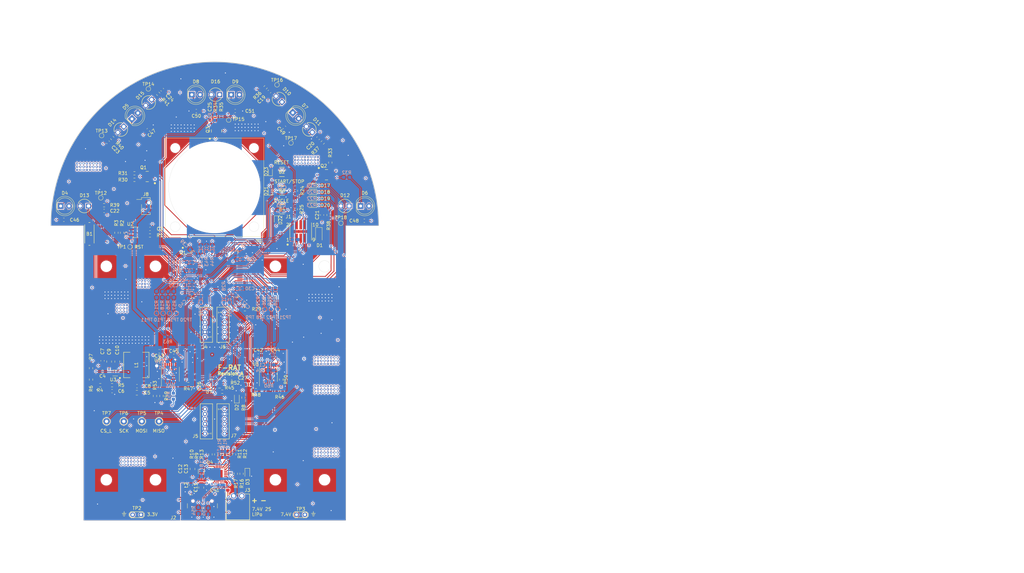
<source format=kicad_pcb>
(kicad_pcb (version 20221018) (generator pcbnew)
  (layers (0 "F.Cu" signal) (1 "In1.Cu" signal) (2 "In2.Cu" signal) (31 "B.Cu" signal) (34 "B.Paste" user) (35 "F.Paste" user) (36 "B.SilkS" user "B.Silkscreen") (37 "F.SilkS" user "F.Silkscreen") (38 "B.Mask" user) (39 "F.Mask" user) (44 "Edge.Cuts" user))
  (net 0 "")
  (net 4 "VBUS")
  (net 5 "Net-(U4-VSET)")
  (net 6 "Net-(U4-TS)")
  (net 7 "Net-(U4-STAT)")
  (net 8 "Net-(U4-REGN)")
  (net 9 "Net-(U4-OTG)")
  (net 10 "Net-(U4-ILIM)")
  (net 11 "Net-(U4-ICHGSET)")
  (net 12 "Net-(U4-BTST)")
  (net 13 "Net-(U3-SW)")
  (net 14 "Net-(U3-FB)")
  (net 15 "Net-(D17-Pad1)")
  (net 16 "Net-(U3-BST)")
  (net 17 "Net-(U2-~{RESET})")
  (net 18 "Net-(U2-CT)")
  (net 19 "Net-(D3-Pad1)")
  (net 20 "Net-(D2-Pad1)")
  (net 21 "Net-(C18-Pad1)")
  (net 22 "Net-(C11-Pad1)")
  (net 23 "GND")
  (net 24 "/USB_D-")
  (net 25 "/USB_D+")
  (net 26 "/MCU/SWD_RST_L")
  (net 27 "Net-(D18-Pad1)")
  (net 28 "Net-(D19-Pad1)")
  (net 29 "Net-(D20-Pad1)")
  (net 30 "/Power/DCDC_EN")
  (net 31 "Net-(U1C-PE3)")
  (net 32 "/MCU/LED0")
  (net 33 "/MCU/LED1")
  (net 34 "/MCU/LED2")
  (net 35 "/MCU/LED3")
  (net 36 "Net-(U1C-PD12)")
  (net 37 "/MCU/MCU_TDI")
  (net 38 "/MCU/MCU_SWO_TDO")
  (net 39 "/MCU/MCU_SWDIO_TMS")
  (net 40 "/MCU/MCU_SWDCLK_TCK")
  (net 41 "/MCU/MCU_RST_L")
  (net 42 "/Connectors/R2_MOTOR-")
  (net 43 "/Connectors/R2_MOTOR+")
  (net 44 "/Connectors/R1_MOTOR-")
  (net 45 "/Connectors/R1_MOTOR+")
  (net 46 "/Connectors/L2_MOTOR-")
  (net 47 "/Connectors/L2_MOTOR+")
  (net 48 "/Connectors/L1_MOTOR-")
  (net 49 "/Connectors/L1_MOTOR+")
  (net 50 "/Battery/PG_L")
  (net 51 "/Battery/CE_L")
  (net 52 "+BATT")
  (net 53 "+3.3V")
  (net 54 "Net-(D4-Pad1)")
  (net 55 "Net-(D5-Pad1)")
  (net 56 "Net-(D6-Pad1)")
  (net 57 "Net-(D7-Pad1)")
  (net 58 "Net-(D8-Pad1)")
  (net 59 "Net-(D9-Pad1)")
  (net 60 "/MCU/R_DETECTOR2")
  (net 61 "/MCU/R_DETECTOR1")
  (net 62 "/MCU/RF_DETECTOR")
  (net 63 "/MCU/LF_DETECTOR")
  (net 64 "/MCU/L_DETECTOR1")
  (net 65 "/MCU/L_DETECTOR2")
  (net 66 "/MCU/MF_DETECTOR")
  (net 67 "/MCU/LF_EMITTER")
  (net 68 "/MCU/L_EMITTER")
  (net 69 "Net-(Q1B-D2)")
  (net 70 "Net-(Q1A-D2)")
  (net 71 "/MCU/R_EMITTER")
  (net 72 "/MCU/RF_EMITTER")
  (net 73 "Net-(Q2B-D2)")
  (net 74 "Net-(Q2A-D2)")
  (net 75 "/MCU/MF_EMITTER_1")
  (net 76 "/MCU/MF_EMITTER_2")
  (net 77 "Net-(Q3B-D2)")
  (net 78 "Net-(Q3A-D2)")
  (net 79 "/MCU/BOOT_MODE")
  (net 80 "/MCU/SPI_INT2")
  (net 81 "/MCU/SPI_INT1")
  (net 84 "/MCU/START_STOP_BUTTON")
  (net 85 "/MCU/CYCLE_PROGRAM_BUTTON")
  (net 86 "Net-(U7-SDO{slash}SA0)")
  (net 87 "Net-(B1-A)")
  (net 88 "Net-(B2-A)")
  (net 89 "Net-(U5-VINT)")
  (net 90 "Net-(U6-VINT)")
  (net 91 "Net-(U5-VCP)")
  (net 92 "Net-(U6-VCP)")
  (net 93 "Net-(U5-AISEN)")
  (net 95 "Net-(U6-AISEN)")
  (net 100 "Net-(U5-BISEN)")
  (net 101 "Net-(U6-BISEN)")
  (net 120 "/Connectors/R1_MOTOR_C1")
  (net 121 "/Connectors/R1_MOTOR_C2")
  (net 122 "/Connectors/R2_MOTOR_C1")
  (net 123 "/Connectors/R2_MOTOR_C2")
  (net 124 "/Connectors/L1_MOTOR_C1")
  (net 125 "/Connectors/L1_MOTOR_C2")
  (net 126 "/Connectors/L2_MOTOR_C1")
  (net 127 "/Connectors/L2_MOTOR_C2")
  (net 128 "+BATT_DIRECT")
  (net 131 "/MCU/SPI_SCK")
  (net 132 "/MCU/SPI_MOSI")
  (net 133 "/MCU/SPI_MISO")
  (net 134 "/MCU/SPI_CS_L")
  (net 135 "/MCU/L_MOTOR_SLEEP_L")
  (net 136 "/MCU/R_MOTOR_FAULT_L")
  (net 137 "/MCU/L_MOTOR_FAULT_L")
  (net 138 "/MCU/R_MOTOR_SLEEP_L")
  (net 139 "Net-(J2-CC1)")
  (net 140 "Net-(J2-CC2)")
  (net 141 "Net-(U1C-PE4)")
  (net 142 "/MCU/MOTOR_L_APWM2")
  (net 143 "/MCU/MOTOR_L_APWM1")
  (net 144 "Net-(U1C-PD13)")
  (net 145 "/MCU/MOTOR_R_APWM2")
  (net 146 "/MCU/MOTOR_R_APWM1")
  (net 147 "Net-(U1C-PE5)")
  (net 148 "/MCU/MOTOR_L_BPWM1")
  (net 149 "Net-(U1C-PE6)")
  (net 150 "/MCU/MOTOR_L_BPWM2")
  (net 151 "Net-(U1C-PD15)")
  (net 152 "/MCU/MOTOR_R_BPWM2")
  (net 153 "Net-(U1C-PD14)")
  (net 154 "/MCU/MOTOR_R_BPWM1")
  (net 155 "unconnected-(U1C-PE9-Pad40)")
  (net 156 "Net-(U1B-PA5)")
  (net 157 "Net-(U1B-PA7)")
  (footprint "Diode_SMD:D_SOD-523" (layer "F.Cu") (at 157 139.45 90)
    (fp_text reference "D21")
    (fp_text value "ESD5Z3.3T5G")
  )
  (footprint "LED_SMD:LED_0603_1608Metric_Pad1.05x0.95mm_HandSolder" (layer "F.Cu") (at 146.75 202.5 90)
    (fp_text reference "D2")
    (fp_text value "HSMG-C190")
  )
  (footprint "Capacitor_SMD:C_0603_1608Metric_Pad1.08x0.95mm_HandSolder" (layer "F.Cu") (at 116.28 199)
    (fp_text reference "C8")
    (fp_text value "100 nF")
  )
  (footprint "Resistor_SMD:R_0603_1608Metric_Pad0.98x0.95mm_HandSolder" (layer "F.Cu") (at 102.28 197 -90)
    (fp_text reference "R6")
    (fp_text value "100k")
  )
  (footprint "Resistor_SMD:R_0603_1608Metric_Pad0.98x0.95mm_HandSolder" (layer "F.Cu") (at 142 116.9125 -90)
    (fp_text reference "R35")
    (fp_text value "18")
  )
  (footprint "lib:PCM12SMTR_CNK" (layer "F.Cu") (at 101.77685 152.527)
    (fp_text reference "B1")
    (fp_text value "PCM12SMTR")
  )
  (footprint "Capacitor_SMD:C_0603_1608Metric_Pad1.08x0.95mm_HandSolder" (layer "F.Cu") (at 153.289 189.611 180)
    (fp_text reference "C42")
    (fp_text value "2.2 uF")
  )
  (footprint "Resistor_SMD:R_0603_1608Metric_Pad0.98x0.95mm_HandSolder" (layer "F.Cu") (at 123.75 202 -90)
    (fp_text reference "R49")
    (fp_text value "0")
  )
  (footprint "Resistor_SMD:R_0603_1608Metric_Pad0.98x0.95mm_HandSolder" (layer "F.Cu") (at 164.75 139.3375 -90)
    (fp_text reference "R24")
    (fp_text value "10k")
  )
  (footprint "Resistor_SMD:R_0603_1608Metric_Pad0.98x0.95mm_HandSolder" (layer "F.Cu") (at 146.431 225.75 -90)
    (fp_text reference "R17")
    (fp_text value "10k")
  )
  (footprint "TestPoint:TestPoint_Pad_D1.0mm" (layer "F.Cu") (at 105.25 141.5)
    (fp_text reference "TP12")
    (fp_text value "TestPoint")
  )
  (footprint "Capacitor_SMD:C_0805_2012Metric_Pad1.18x1.45mm_HandSolder" (layer "F.Cu") (at 116.2425 201)
    (fp_text reference "C5")
    (fp_text value "10 uF")
  )
  (footprint "Resistor_SMD:R_0603_1608Metric_Pad0.98x0.95mm_HandSolder" (layer "F.Cu") (at 121.75 202 90)
    (fp_text reference "R53")
    (fp_text value "10k")
  )
  (footprint "Resistor_SMD:R_0603_1608Metric_Pad0.98x0.95mm_HandSolder" (layer "F.Cu") (at 115.5 134)
    (fp_text reference "R31")
    (fp_text value "18")
  )
  (footprint "lib:N20" (layer "F.Cu") (at 114.427 195 180)
    (fp_text reference "M2" hide)
    (fp_text value "N20 wheel assembly" hide)
    (fp_circle (center -7.5 -32.5955) (end -5.75 -32.5955) (stroke (width 0.05)) (fill none) (layer "Edge.Cuts"))
    (fp_circle (center -7.5 32.5955) (end -5.75 32.5955) (stroke (width 0.05)) (fill none) (layer "Edge.Cuts"))
    (fp_circle (center 7.5 -32.5955) (end 9.25 -32.5955) (stroke (width 0.05)) (fill none) (layer "Edge.Cuts"))
    (fp_circle (center 7.5 32.5955) (end 9.25 32.5955) (stroke (width 0.05)) (fill none) (layer "Edge.Cuts"))
  )
  (footprint "Package_LGA:LGA-14_3x2.5mm_P0.5mm_LayoutBorder3x4y" (layer "F.Cu") (at 140.1885 198.235 180)
    (fp_text reference "U7")
    (fp_text value "LSM6DS3")
  )
  (footprint "lib:CONN_B6B-ZR_JST" (layer "F.Cu") (at 137 213.5 90)
    (fp_text reference "J7")
    (fp_text value "JST_B6B-ZR")
  )
  (footprint "TestPoint:TestPoint_Pad_D1.0mm" (layer "F.Cu") (at 105.5 122.5)
    (fp_text reference "TP13")
    (fp_text value "TestPoint")
  )
  (footprint "Capacitor_SMD:C_0603_1608Metric_Pad1.08x0.95mm_HandSolder" (layer "F.Cu") (at 171.520854 123.320854 45)
    (fp_text reference "C20")
    (fp_text value "2.2 uF")
  )
  (footprint "Capacitor_SMD:C_0603_1608Metric_Pad1.08x0.95mm_HandSolder" (layer "F.Cu") (at 172.75 146.75 -90)
    (fp_text reference "C21")
    (fp_text value "2.2 uF")
  )
  (footprint "Resistor_SMD:R_0603_1608Metric_Pad0.98x0.95mm_HandSolder" (layer "F.Cu") (at 105.08 198.7089)
    (fp_text reference "R4")
    (fp_text value "30.9k")
  )
  (footprint "lib:PTS830GG140GSMTRLFS_CNK" (layer "F.Cu") (at 160.5 133.6)
    (fp_text reference "B2")
    (fp_text value "PTS830GG140GSMTRLFS")
  )
  (footprint "Resistor_SMD:R_0603_1608Metric_Pad0.98x0.95mm_HandSolder" (layer "F.Cu") (at 164.75 145 -90)
    (fp_text reference "R25")
    (fp_text value "10k")
  )
  (footprint "TestPoint:TestPoint_THTPad_D2.0mm_Drill1.0mm" (layer "F.Cu") (at 112.25 209.75)
    (fp_text reference "TP6")
    (fp_text value "TestPoint")
  )
  (footprint "lib:LED_TEFT4300_VIS" (layer "F.Cu") (at 112.25 119.75 -135)
    (fp_text reference "D14")
    (fp_text value "~")
  )
  (footprint "LED_THT:LED_D5.0mm_IRGrey" (layer "F.Cu") (at 184.5 144)
    (fp_text reference "D6")
    (fp_text value "950 nm, Vf = 1.5V typ")
  )
  (footprint "Resistor_SMD:R_0603_1608Metric_Pad0.98x0.95mm_HandSolder" (layer "F.Cu") (at 140.462 219.837 90)
    (fp_text reference "R9")
    (fp_text value "10k")
  )
  (footprint "LED_SMD:LED_0603_1608Metric_Pad1.05x0.95mm_HandSolder" (layer "F.Cu") (at 169.5 137.75 180)
    (fp_text reference "D17")
    (fp_text value "HSMG-C190")
  )
  (footprint "Resistor_SMD:R_0603_1608Metric_Pad0.98x0.95mm_HandSolder" (layer "F.Cu") (at 122.753949 109.746051 -45)
    (fp_text reference "R41")
    (fp_text value "1.8k")
  )
  (footprint "Resistor_SMD:R_0603_1608Metric_Pad0.98x0.95mm_HandSolder" (layer "F.Cu") (at 145.923 219.837 90)
    (fp_text reference "R12")
    (fp_text value "150k")
  )
  (footprint "Capacitor_SMD:C_0603_1608Metric_Pad1.08x0.95mm_HandSolder" (layer "F.Cu") (at 105.78 191.25 -90)
    (fp_text reference "C7")
    (fp_text value "100 nF")
  )
  (footprint "lib:CONN_B6B-ZR_JST" (layer "F.Cu") (at 143 176.499999 -90)
    (fp_text reference "J4")
    (fp_text value "JST_B6B-ZR")
  )
  (footprint "LED_THT:LED_D5.0mm_IRGrey" (layer "F.Cu") (at 93 144)
    (fp_text reference "D4")
    (fp_text value "950 nm, Vf = 1.5V typ")
  )
  (footprint "Resistor_SMD:R_0603_1608Metric_Pad0.98x0.95mm_HandSolder" (layer "F.Cu") (at 142.24 219.837 90)
    (fp_text reference "R13")
    (fp_text value "8.06k")
  )
  (footprint "lib:N20" (layer "F.Cu") (at 166 195)
    (fp_text reference "M3" hide)
    (fp_text value "N20 wheel assembly" hide)
    (fp_circle (center -7.5 -32.5955) (end -5.75 -32.5955) (stroke (width 0.05)) (fill none) (layer "Edge.Cuts"))
    (fp_circle (center -7.5 32.5955) (end -5.75 32.5955) (stroke (width 0.05)) (fill none) (layer "Edge.Cuts"))
    (fp_circle (center 7.5 -32.5955) (end 9.25 -32.5955) (stroke (width 0.05)) (fill none) (layer "Edge.Cuts"))
    (fp_circle (center 7.5 32.5955) (end 9.25 32.5955) (stroke (width 0.05)) (fill none) (layer "Edge.Cuts"))
  )
  (footprint "lib:LED_TEFT4300_VIS" (layer "F.Cu") (at 141.5 110 180)
    (fp_text reference "D16")
    (fp_text value "~")
  )
  (footprint "LED_THT:LED_D5.0mm_IRGrey" (layer "F.Cu") (at 163.803949 115.5 -45)
    (fp_text reference "D7")
    (fp_text value "950 nm, Vf = 1.5V typ")
  )
  (footprint "Package_SO:TSSOP-16_4.4x5mm_P0.65mm" (layer "F.Cu") (at 126.475 195.3625 90)
    (fp_text reference "U6")
    (fp_text value "DRV8833PW")
  )
  (footprint "Resistor_SMD:R_0603_1608Metric_Pad0.98x0.95mm_HandSolder" (layer "F.Cu") (at 120.25 153 180)
    (fp_text reference "R1")
    (fp_text value "10k")
  )
  (footprint "Package_SO:TSSOP-16_4.4x5mm_P0.65mm" (layer "F.Cu") (at 156.375 195.3875 90)
    (fp_text reference "U5")
    (fp_text value "DRV8833PW")
  )
  (footprint "Resistor_SMD:R_0603_1608Metric_Pad0.98x0.95mm_HandSolder" (layer "F.Cu") (at 111.75 152.1625 -90)
    (fp_text reference "R2")
    (fp_text value "0")
  )
  (footprint "Connector_PinHeader_2.54mm:PinHeader_1x02_P2.54mm_Vertical_SMD_Pin1Left" (layer "F.Cu") (at 118.999 144.018)
    (fp_text reference "J8")
    (fp_text value "Conn_01x02_Pin")
  )
  (footprint "Resistor_SMD:R_0603_1608Metric_Pad0.98x0.95mm_HandSolder" (layer "F.Cu") (at 110 152.1625 -90)
    (fp_text reference "R3")
    (fp_text value "10k")
  )
  (footprint "lib:CON10_2X5_DUK_FTSH_SAI" (layer "F.Cu") (at 166.23 151.782)
    (fp_text reference "J1")
    (fp_text value "Conn_ARM_JTAG_SWD_10")
  )
  (footprint "Capacitor_SMD:C_0805_2012Metric_Pad1.18x1.45mm_HandSolder" (layer "F.Cu") (at 107.78 191.5 -90)
    (fp_text reference "C9")
    (fp_text value "10 uF")
  )
  (footprint "Package_TO_SOT_SMD:SOT-23-5_HandSoldering" (layer "F.Cu") (at 115.85 152.05)
    (fp_text reference "U2")
    (fp_text value "TPS3840DL30DBV")
  )
  (footprint "Resistor_SMD:R_0603_1608Metric_Pad0.98x0.95mm_HandSolder" (layer "F.Cu") (at 131.953 198.374 180)
    (fp_text reference "R47")
    (fp_text value "10k")
  )
  (footprint "TestPoint:TestPoint_Pad_D1.0mm" (layer "F.Cu") (at 159 107)
    (fp_text reference "TP16")
    (fp_text value "TestPoint")
  )
  (footprint "TestPoint:TestPoint_THTPad_D2.0mm_Drill1.0mm" (layer "F.Cu") (at 123 209.75)
    (fp_text reference "TP4")
    (fp_text value "TestPoint")
  )
  (footprint "Connector_USB:USB_C_Receptacle_GCT_USB4110" (layer "F.Cu") (at 136.25 236.68)
    (fp_text reference "J2")
    (fp_text value "USB_C_Receptacle_USB2.0")
  )
  (footprint "TestPoint:TestPoint_2Pads_Pitch2.54mm_Drill0.8mm" (layer "F.Cu") (at 114.96 238.25)
    (fp_text reference "TP2")
    (fp_text value "TestPoint_2Pole")
  )
  (footprint "lib:PTS830GG140GSMTRLFS_CNK" (layer "F.Cu") (at 160.5 139.25)
    (fp_text reference "B3")
    (fp_text value "PTS830GG140GSMTRLFS")
  )
  (footprint "Capacitor_SMD:C_0603_1608Metric_Pad1.08x0.95mm_HandSolder" (layer "F.Cu") (at 185.6375 148.5)
    (fp_text reference "C48")
    (fp_text value "4.7 uF")
  )
  (footprint "Capacitor_SMD:C_0603_1608Metric_Pad1.08x0.95mm_HandSolder" (layer "F.Cu") (at 119.75 120.75 -135)
    (fp_text reference "C47")
    (fp_text value "4.7 uF")
  )
  (footprint "Resistor_SMD:R_0603_1608Metric_Pad0.98x0.95mm_HandSolder" (layer "F.Cu") (at 174.75 146.75 90)
    (fp_text reference "R38")
    (fp_text value "1.8k")
  )
  (footprint "Capacitor_SMD:C_0603_1608Metric_Pad1.08x0.95mm_HandSolder" (layer "F.Cu") (at 136.75 198.75 -90)
    (fp_text reference "C26")
    (fp_text value "100 nF")
  )
  (footprint "LED_THT:LED_D5.0mm_IRGrey" (layer "F.Cu") (at 133 110)
    (fp_text reference "D8")
    (fp_text value "950 nm, Vf = 1.5V typ")
  )
  (footprint "Resistor_SMD:R_0603_1608Metric_Pad0.98x0.95mm_HandSolder" (layer "F.Cu") (at 108.75 123.25 -45)
    (fp_text reference "R40")
    (fp_text value "1.8k")
  )
  (footprint "Resistor_SMD:R_0603_1608Metric_Pad0.98x0.95mm_HandSolder" (layer "F.Cu") (at 144.018 219.837 90)
    (fp_text reference "R11")
    (fp_text value "330")
  )
  (footprint "Capacitor_SMD:C_0603_1608Metric_Pad1.08x0.95mm_HandSolder" (layer "F.Cu") (at 108.68 200.5089 180)
    (fp_text reference "C6")
    (fp_text value "22 pF")
  )
  (footprint "lib:LED_TEFT4300_VIS" (layer "F.Cu") (at 101.5 144 180)
    (fp_text reference "D13")
    (fp_text value "~")
  )
  (footprint "Diode_SMD:D_SOD-523" (layer "F.Cu") (at 157 133.5 90)
    (fp_text reference "D23")
    (fp_text value "ESD5Z3.3T5G")
  )
  (footprint "Capacitor_SMD:C_0603_1608Metric_Pad1.08x0.95mm_HandSolder" (layer "F.Cu") (at 145.19375 196.5)
    (fp_text reference "C27")
    (fp_text value "100 nF")
  )
  (footprint "LED_THT:LED_D5.0mm_IRGrey" (layer "F.Cu") (at 114.75 117.401562 45)
    (fp_text reference "D5")
    (fp_text value "950 nm, Vf = 1.5V typ")
  )
  (footprint "LED_SMD:LED_0603_1608Metric_Pad1.05x0.95mm_HandSolder" (layer "F.Cu") (at 169.5 139.75 180)
    (fp_text reference "D18")
    (fp_text value "HSMG-C190")
  )
  (footprint "Diode_SMD:D_SOD-123F" (layer "F.Cu") (at 171.75 152.75 -90)
    (fp_text reference "D1")
    (fp_text value "PMEG2010AEH")
  )
  (footprint "Resistor_SMD:R_0603_1608Metric_Pad0.98x0.95mm_HandSolder" (layer "F.Cu") (at 175.25 130.75 -90)
    (fp_text reference "R33")
    (fp_text value "18")
  )
  (footprint "Capacitor_SMD:C_0603_1608Metric_Pad1.08x0.95mm_HandSolder" (layer "F.Cu") (at 105.78 194.5 180)
    (fp_text reference "C4")
    (fp_text value "100 nF")
  )
  (footprint "Resistor_SMD:R_0603_1608Metric_Pad0.98x0.95mm_HandSolder" (layer "F.Cu") (at 160.274 197 -90)
    (fp_text reference "R50")
    (fp_text value "0")
  )
  (footprint "TestPoint:TestPoint_2Pads_Pitch2.54mm_Drill0.8mm" (layer "F.Cu") (at 167.5 238.25 180)
    (fp_text reference "TP3")
    (fp_text value "TestPoint_2Pole")
  )
  (footprint "Resistor_SMD:R_0603_1608Metric_Pad0.98x0.95mm_HandSolder" (layer "F.Cu") (at 150.25 198.5)
    (fp_text reference "R52")
    (fp_text value "10k")
  )
  (footprint "Capacitor_SMD:C_0603_1608Metric_Pad1.08x0.95mm_HandSolder" (layer "F.Cu") (at 93.98 148.209 180)
    (fp_text reference "C46")
    (fp_text value "4.7 uF")
  )
  (footprint "Capacitor_SMD:C_0603_1608Metric_Pad1.08x0.95mm_HandSolder" (layer "F.Cu") (at 120.25 151)
    (fp_text reference "C2")
    (fp_text value "100 nF")
  )
  (footprint "lib:LED_TEFT4300_VIS" (layer "F.Cu") (at 160.5 112.25 135)
    (fp_text reference "D10")
    (fp_text value "~")
  )
  (footprint "TestPoint:TestPoint_Pad_D1.0mm" (layer "F.Cu") (at 144.25 117.75)
    (fp_text reference "TP15")
    (fp_text value "TestPoint")
  )
  (footprint "lib:LED_TEFT4300_VIS" (layer "F.Cu") (at 169.75 121.5 135)
    (fp_text reference "D11")
    (fp_text value "~")
  )
  (footprint "lib:CONN_B6B-ZR_JST" (layer "F.Cu") (at 137 184.000001 90)
    (fp_text reference "J6")
    (fp_text value "JST_B6B-ZR")
  )
  (footprint "Package_TO_SOT_SMD:SOT-563" (layer "F.Cu") (at 109.53 195 180)
    (fp_text reference "U3")
    (fp_text value "TPS562202")
  )
  (footprint "Capacitor_SMD:C_0805_2012Metric_Pad1.18x1.45mm_HandSolder" (layer "F.Cu") (at 110.28 191.5 -90)
    (fp_text reference "C10")
    (fp_text value "10 uF")
  )
  (footprint "Capacitor_SMD:C_0603_1608Metric_Pad1.08x0.95mm_HandSolder" (layer "F.Cu") (at 158.496 189.4)
    (fp_text reference "C44")
    (fp_text value "10 nF")
  )
  (footprint "lib:TSOT-26-6" (layer "F.Cu") (at 174.0995 134.450001)
    (fp_text reference "Q2")
    (fp_text value "DMN2053UVT")
  )
  (footprint "Resistor_SMD:R_0603_1608Metric_Pad0.98x0.95mm_HandSolder" (layer "F.Cu") (at 152.5875 200.25 180)
    (fp_text reference "R48")
    (fp_text value "0")
  )
  (footprint "Resistor_SMD:R_0603_1608Metric_Pad0.98x0.95mm_HandSolder" (layer "F.Cu") (at 102.28 193.5089 90)
    (fp_text reference "R7")
    (fp_text value "30.9k")
  )
  (footprint "Capacitor_SMD:C_0603_1608Metric_Pad1.08x0.95mm_HandSolder" (layer "F.Cu") (at 123.063 188.341 180)
    (fp_text reference "C43")
    (fp_text value "2.2 uF")
  )
  (footprint "Capacitor_SMD:C_0603_1608Metric_Pad1.08x0.95mm_HandSolder" (layer "F.Cu") (at 107.45 124.55 135)
    (fp_text reference "C23")
    (fp_text value "2.2 uF")
  )
  (footprint "Capacitor_SMD:C_0603_1608Metric_Pad1.08x0.95mm_HandSolder" (layer "F.Cu") (at 134.3875 115)
    (fp_text reference "C50")
    (fp_text value "4.7 uF")
  )
  (footprint "Capacitor_SMD:C_0603_1608Metric_Pad1.08x0.95mm_HandSolder" (layer "F.Cu") (at 138.5 116.9125 -90)
    (fp_text reference "C25")
    (fp_text value "2.2 uF")
  )
  (footprint "Capacitor_SMD:C_0603_1608Metric_Pad1.08x0.95mm_HandSolder" (layer "F.Cu") (at 161.25 120 135)
    (fp_text reference "C49")
    (fp_text value "4.7 uF")
  )
  (footprint "lib:TSOT-26-6" (layer "F.Cu") (at 119.4005 135 180)
    (fp_text reference "Q1")
    (fp_text value "DMN2053UVT")
  )
  (footprint "Resistor_SMD:R_0603_1608Metric_Pad0.98x0.95mm_HandSolder" (layer "F.Cu") (at 159.8 200.9 180)
    (fp_text reference "R46")
    (fp_text value "10k")
  )
  (footprint "Capacitor_SMD:C_1206_3216Metric_Pad1.33x1.80mm_HandSolder" (layer "F.Cu") (at 135.89 225.044 90)
    (fp_text reference "C13")
    (fp_text value "47 uF")
  )
  (footprint "Resistor_SMD:R_0603_1608Metric_Pad0.98x0.95mm_HandSolder" (layer "F.Cu") (at 108.68 198.7089)
    (fp_text reference "R5")
    (fp_text value "10k")
  )
  (footprint "TestPoint:TestPoint_Pad_D1.0mm" (layer "F.Cu") (at 119.75 108.25)
    (fp_text reference "TP14")
    (fp_text value "TestPoint")
  )
  (footprint "TestPoint:TestPoint_Pad_D1.0mm" (layer "F.Cu") (at 114.173 156.464)
    (fp_text reference "TP1")
    (fp_text value "TestPoint")
  )
  (footprint "TestPoint:TestPoint_Pad_D1.0mm" (layer "F.Cu") (at 178.5 149.25)
    (fp_text reference "TP18")
    (fp_text value "TestPoint")
  )
  (footprint "Resistor_SMD:R_0603_1608Metric_Pad0.98x0.95mm_HandSolder" (layer "F.Cu") (at 155.5 107.75 -135)
    (fp_text reference "R36")
    (fp_text value "1.8k")
  )
  (footprint "TestPoint:TestPoint_Pad_D1.0mm" (layer "F.Cu") (at 163.25 124.75)
    (fp_text reference "TP17")
    (fp_text value "TestPoint")
  )
  (footprint "lib:LED_TEFT4300_VIS" (layer "F.Cu") (at 181 144 180)
    (fp_text reference "D12")
    (fp_text value "~")
  )
  (footprint "lib:tinyrat" (layer "F.Cu") (at 137.345 192.8305)
    (fp_text reference "G***" hide)
    (fp_text value "LOGO" hide)
  )
  (footprint "Resistor_SMD:R_0603_1608Metric_Pad0.98x0.95mm_HandSolder" (layer "F.Cu") (at 106.25 143.75)
    (fp_text reference "R39")
    (fp_text value "1.8k")
  )
  (footprint "TestPoint:TestPoint_THTPad_D2.0mm_Drill1.0mm" (layer "F.Cu") (at 107 209.75)
    (fp_text reference "TP7")
    (fp_text value "TestPoint")
  )
  (footprint "TestPoint:TestPoint_THTPad_D2.0mm_Drill1.0mm" (layer "F.Cu") (at 117.75 209.75)
    (fp_text reference "TP5")
    (fp_text value "TestPoint")
  )
  (footprint "Inductor_SMD:L_0603_1608Metric_Pad1.05x0.95mm_HandSolder" (layer "F.Cu") (at 132.715 229.235 90)
    (fp_text reference "L2")
    (fp_text value "1 uH")
  )
  (footprint "lib:CONN_1814841" (layer "F.Cu") (at 145.7529 232.5)
    (fp_text reference "J3")
    (fp_text value "1778625")
  )
  (footprint "lib:PTS830GG140GSMTRLFS_CNK" (layer "F.Cu") (at 160.5 145)
    (fp_text reference "B4")
    (fp_text value "PTS830GG140GSMTRLFS")
  )
  (footprint "Capacitor_SMD:C_0603_1608Metric_Pad1.08x0.95mm_HandSolder" (layer "F.Cu") (at 156.7 109.05 -135)
    (fp_text reference "C19")
    (fp_text value "2.2 uF")
  )
  (footprint "lib:TSOT-26-6" (layer "F.Cu") (at 140.549999 121.0995 90)
    (fp_text reference "Q3")
    (fp_text value "DMN2053UVT")
  )
  (footprint "Resistor_SMD:R_0603_1608Metric_Pad0.98x0.95mm_HandSolder" (layer "F.Cu") (at 148.209 225.75 -90)
    (fp_text reference "R16")
    (fp_text value "430")
  )
  (footprint "LED_SMD:LED_0603_1608Metric_Pad1.05x0.95mm_HandSolder" (layer "F.Cu") (at 169.5 141.75 180)
    (fp_text reference "D19")
    (fp_text value "HSMG-C190")
  )
  (footprint "Capacitor_SMD:C_0805_2012Metric_Pad1.18x1.45mm_HandSolder" (layer "F.Cu") (at 135.89 229.9625 90)
    (fp_text reference "C11")
    (fp_text value "10 uF")
  )
  (footprint "Resistor_SMD:R_0603_1608Metric_Pad0.98x0.95mm_HandSolder" (layer "F.Cu") (at 115.5 136)
    (fp_text reference "R30")
    (fp_text value "18")
  )
  (footprint "lib:LED_TEFT4300_VIS" (layer "F.Cu") (at 120.75 111.5 -135)
    (fp_text reference "D15")
    (fp_text value "~")
  )
  (footprint "Capacitor_SMD:C_0603_1608Metric_Pad1.08x0.95mm_HandSolder" (layer "F.Cu") (at 143.1375 230.75)
    (fp_text reference "C41")
    (fp_text value "100 nF")
  )
  (footprint "Resistor_SMD:R_0603_1608Metric_Pad0.98x0.95mm_HandSolder" (layer "F.Cu") (at 148.75 202.5 90)
    (fp_text reference "R8")
    (fp_text value "300")
  )
  (footprint "Capacitor_SMD:C_0603_1608Metric_Pad1.08x0.95mm_HandSolder" (layer "F.Cu") (at 146.25 115 180)
    (fp_text reference "C51")
    (fp_text value "4.7 uF")
  )
  (footprint "Capacitor_SMD:C_0805_2012Metric_Pad1.18x1.45mm_HandSolder" (layer "F.Cu") (at 133.223 224.282 -90)
    (fp_text reference "C12")
    (fp_text value "10 uF")
  )
  (footprint "Package_DFN_QFN:VQFN-24-1EP_4x4mm_P0.5mm_EP2.45x2.45mm" (layer "F.Cu") (at 141.1845 225.7895 180)
    (fp_text reference "U4")
    (fp_text value "BQ25886RGET")
  )
  (footprint "Capacitor_SMD:C_0603_1608Metric_Pad1.08x0.95mm_HandSolder" (layer "F.Cu") (at 106.25 145.5)
    (fp_text reference "C22")
    (fp_text value "2.2 uF")
  )
  (footprint "LED_SMD:LED_0603_1608Metric_Pad1.05x0.95mm_HandSolder" (layer "F.Cu") (at 169.5 143.75 180)
    (fp_text reference "D20")
    (fp_text value "HSMG-C190")
  )
  (footprint "lib:IND_SRP7050_BRN" (layer "F.Cu") (at 116.078 192.532 90)
    (fp_text reference "L1")
    (fp_text value "3.3 uH")
  )
  (footprint "Resistor_SMD:R_0603_1608Metric_Pad0.98x0.95mm_HandSolder" (layer "F.Cu") (at 149.2 175.5)
    (fp_text reference "R29")
    (fp_text value "33")
  )
  (footprint "Resistor_SMD:R_0603_1608Metric_Pad0.98x0.95mm_HandSolder" (layer "F.Cu") (at 140.25 116.9125 -90)
    (fp_text reference "R34")
    (fp_text value "18")
  )
  (footprint "Resistor_SMD:R_0603_1608Metric_Pad0.98x0.95mm_HandSolder" (layer "F.Cu") (at 138.684 219.837 -90)
    (fp_text reference "R10")
    (fp_text value "10k")
  )
  (footprint "Package_QFP:LQFP-100_14x14mm_P0.5mm" (layer "F.Cu") (at 140 164.825)
    (fp_text reference "U1")
    (fp_text value "STM32L562VET6")
  )
  (footprint "lib:CONN_B6B-ZR_JST" (layer "F.Cu") (at 143 206.000001 -90)
    (fp_text reference "J5")
    (fp_text value "JST_B6B-ZR")
  )
  (footprint "Resistor_SMD:R_0603_1608Metric_Pad0.98x0.95mm_HandSolder" (layer "F.Cu") (at 142.3 200.7 180)
    (fp_text reference "R45")
    (fp_text value "33")
  )
  (footprint "Resistor_SMD:R_0603_1608Metric_Pad0.98x0.95mm_HandSolder" (layer "F.Cu") (at 172.930734 124.610974 45)
    (fp_text reference "R37")
    (fp_text value "1.8k")
  )
  (footprint "LED_SMD:LED_0603_1608Metric_Pad1.05x0.95mm_HandSolder" (layer "F.Cu") (at 149.959 225.75 -90)
    (fp_text reference "D3")
    (fp_text value "HSMH-H190")
  )
  (footprint "Capacitor_SMD:C_0603_1608Metric_Pad1.08x0.95mm_HandSolder" (layer "F.Cu") (at 127.508 189.738)
    (fp_text reference "C45")
    (fp_text value "10 nF")
  )
  (footprint "Diode_SMD:D_SOD-523" (layer "F.Cu") (at 158.75 148.25 -90)
    (fp_text reference "D22")
    (fp_text value "ESD5Z3.3T5G")
  )
  (footprint "Capacitor_SMD:C_0603_1608Metric_Pad1.08x0.95mm_HandSolder" (layer "F.Cu") (at 124 108.5 -45)
    (fp_text reference "C24")
    (fp_text value "2.2 uF")
  )
  (footprint "LED_THT:LED_D5.0mm_IRGrey" (layer "F.Cu") (at 145 110)
    (fp_text reference "D9")
    (fp_text value "950 nm, Vf = 1.5V typ")
  )
  (footprint "lib:30mm fan" (layer "F.Cu") (at 139.954 138.303)
    (fp_text reference "M1")
    (fp_text value "Fan")
    (fp_circle (center -12 -12) (end -10.5 -12) (stroke (width 0.05)) (fill none) (layer "Edge.Cuts"))
    (fp_circle (center -12 12) (end -10.5 12) (stroke (width 0.05)) (fill none) (layer "Edge.Cuts"))
    (fp_circle (center 0 0) (end 14 0) (stroke (width 0.05)) (fill none) (layer "Edge.Cuts"))
    (fp_circle (center 12 -12) (end 13.5 -12) (stroke (width 0.05)) (fill none) (layer "Edge.Cuts"))
    (fp_circle (center 12 12) (end 13.5 12) (stroke (width 0.05)) (fill none) (layer "Edge.Cuts"))
  )
  (footprint "Capacitor_SMD:C_0603_1608Metric_Pad1.08x0.95mm_HandSolder" (layer "B.Cu") (at 157.1 192.5)
    (fp_text reference "C15")
    (fp_text value "100 nF")
  )
  (footprint "Resistor_SMD:R_0603_1608Metric_Pad0.98x0.95mm_HandSolder" (layer "B.Cu") (at 125.75 171 -90)
    (fp_text reference "R56")
    (fp_text value "33")
  )
  (footprint "Capacitor_SMD:C_0603_1608Metric_Pad1.08x0.95mm_HandSolder" (layer "B.Cu") (at 147 157.75 45)
    (fp_text reference "C38")
    (fp_text value "10 uF")
  )
  (footprint "Capacitor_SMD:C_0603_1608Metric_Pad1.08x0.95mm_HandSolder" (layer "B.Cu") (at 132.25 163.75 180)
    (fp_text reference "C34")
    (fp_text value "100 nF")
  )
  (footprint "Capacitor_SMD:C_0603_1608Metric_Pad1.08x0.95mm_HandSolder" (layer "B.Cu") (at 132.25 167.25 180)
    (fp_text reference "C36")
    (fp_text value "100 nF")
  )
  (footprint "TestPoint:TestPoint_Pad_D1.0mm" (layer "B.Cu") (at 157.25 175.5 180)
    (fp_text reference "TP22")
    (fp_text value "TestPoint")
  )
  (footprint "Capacitor_SMD:C_0603_1608Metric_Pad1.08x0.95mm_HandSolder" (layer "B.Cu") (at 147 171.75 -45)
    (fp_text reference "C37")
    (fp_text value "10 uF")
  )
  (footprint "Capacitor_SMD:C_0603_1608Metric_Pad1.08x0.95mm_HandSolder" (layer "B.Cu") (at 132.25 161.25 180)
    (fp_text reference "C29")
    (fp_text value "100 nF")
  )
  (footprint "Resistor_SMD:R_0603_1608Metric_Pad0.98x0.95mm_HandSolder" (layer "B.Cu") (at 158.5 169.8375 -90)
    (fp_text reference "R58")
    (fp_text value "33")
  )
  (footprint "TestPoint:TestPoint_Pad_D1.0mm" (layer "B.Cu") (at 128.25 176.75 180)
    (fp_text reference "TP20")
    (fp_text value "TestPoint")
  )
  (footprint "TestPoint:TestPoint_Pad_D1.0mm" (layer "B.Cu") (at 155.25 175.5 180)
    (fp_text reference "TP8")
    (fp_text value "TestPoint")
  )
  (footprint "Capacitor_SMD:C_0603_1608Metric_Pad1.08x0.95mm_HandSolder" (layer "B.Cu") (at 135.75 157 -90)
    (fp_text reference "C33")
    (fp_text value "100 nF")
  )
  (footprint "Resistor_SMD:R_0603_1608Metric_Pad0.98x0.95mm_HandSolder" (layer "B.Cu") (at 156.75 169.8375 -90)
    (fp_text reference "R59")
    (fp_text value "33")
  )
  (footprint "Resistor_SMD:R_0603_1608Metric_Pad0.98x0.95mm_HandSolder" (layer "B.Cu") (at 155 169.8375 -90)
    (fp_text reference "R26")
    (fp_text value "33")
  )
  (footprint "Resistor_SMD:R_0603_1608Metric_Pad0.98x0.95mm_HandSolder" (layer "B.Cu") (at 141.478 219.837 -90)
    (fp_text reference "R14")
    (fp_text value "10k")
  )
  (footprint "Resistor_SMD:R_0603_1608Metric_Pad0.98x0.95mm_HandSolder" (layer "B.Cu") (at 173.75 143.75)
    (fp_text reference "R23")
    (fp_text value "300")
  )
  (footprint "TestPoint:TestPoint_Pad_D1.0mm" (layer "B.Cu") (at 153.25 175.5 180)
    (fp_text reference "TP9")
    (fp_text value "TestPoint")
  )
  (footprint "Resistor_SMD:R_0603_1608Metric_Pad0.98x0.95mm_HandSolder" (layer "B.Cu") (at 139.25 157 90)
    (fp_text reference "R44")
    (fp_text value "10k")
  )
  (footprint "TestPoint:TestPoint_Pad_D1.0mm" (layer "B.Cu") (at 159.25 175.5 180)
    (fp_text reference "TP21")
    (fp_text value "TestPoint")
  )
  (footprint "Capacitor_SMD:C_0603_1608Metric_Pad1.08x0.95mm_HandSolder" (layer "B.Cu") (at 147.75 160.25 180)
    (fp_text reference "C28")
    (fp_text value "100 nF")
  )
  (footprint "Resistor_SMD:R_0603_1608Metric_Pad0.98x0.95mm_HandSolder" (layer "B.Cu") (at 173.75 139.75)
    (fp_text reference "R20")
    (fp_text value "300")
  )
  (footprint "Capacitor_SMD:C_0603_1608Metric_Pad1.08x0.95mm_HandSolder" (layer "B.Cu") (at 135.75 172.5 -90)
    (fp_text reference "C32")
    (fp_text value "100 nF")
  )
  (footprint "Capacitor_SMD:C_0603_1608Metric_Pad1.08x0.95mm_HandSolder" (layer "B.Cu") (at 132.25 169 180)
    (fp_text reference "C35")
    (fp_text value "100 nF")
  )
  (footprint "Resistor_SMD:R_0603_1608Metric_Pad0.98x0.95mm_HandSolder" (layer "B.Cu") (at 142.8 172.5 -90)
    (fp_text reference "R28")
    (fp_text value "33")
  )
  (footprint "Resistor_SMD:R_0603_1608Metric_Pad0.98x0.95mm_HandSolder" (layer "B.Cu") (at 153.25 169.8375 -90)
    (fp_text reference "R27")
    (fp_text value "33")
  )
  (footprint "Capacitor_SMD:C_0603_1608Metric_Pad1.08x0.95mm_HandSolder" (layer "B.Cu") (at 136.017 225.679 90)
    (fp_text reference "C18")
    (fp_text value "47 nF")
  )
  (footprint "Resistor_SMD:R_0603_1608Metric_Pad0.98x0.95mm_HandSolder" (layer "B.Cu") (at 143.129 219.837 -90)
    (fp_text reference "R15")
    (fp_text value "10k")
  )
  (footprint "Capacitor_SMD:C_0603_1608Metric_Pad1.08x0.95mm_HandSolder" (layer "B.Cu") (at 114.5 152.75 -90)
    (fp_text reference "C3")
    (fp_text value "100 nF")
  )
  (footprint "Capacitor_SMD:C_0603_1608Metric_Pad1.08x0.95mm_HandSolder" (layer "B.Cu") (at 132.5 171.5 45)
    (fp_text reference "C40")
    (fp_text value "10 uF")
  )
  (footprint "Resistor_SMD:R_0603_1608Metric_Pad0.98x0.95mm_HandSolder" (layer "B.Cu") (at 125.6625 184)
    (fp_text reference "R63")
    (fp_text value "0")
  )
  (footprint "Capacitor_SMD:C_0603_1608Metric_Pad1.08x0.95mm_HandSolder" (layer "B.Cu") (at 160.25 145.25 180)
    (fp_text reference "C53")
    (fp_text value "100 nF")
  )
  (footprint "Capacitor_SMD:C_0603_1608Metric_Pad1.08x0.95mm_HandSolder" (layer "B.Cu") (at 147.6625 169.2 180)
    (fp_text reference "C30")
    (fp_text value "100 nF")
  )
  (footprint "Capacitor_SMD:C_0603_1608Metric_Pad1.08x0.95mm_HandSolder" (layer "B.Cu") (at 144.5 172.5 -90)
    (fp_text reference "C31")
    (fp_text value "100 nF")
  )
  (footprint "TestPoint:TestPoint_Pad_D1.0mm" (layer "B.Cu") (at 122.25 176.75 180)
    (fp_text reference "TP11")
    (fp_text value "TestPoint")
  )
  (footprint "Capacitor_SMD:C_0603_1608Metric_Pad1.08x0.95mm_HandSolder" (layer "B.Cu") (at 160.5 139.75 180)
    (fp_text reference "C52")
    (fp_text value "100 nF")
  )
  (footprint "Capacitor_SMD:C_0603_1608Metric_Pad1.08x0.95mm_HandSolder" (layer "B.Cu") (at 126.5 191.5 180)
    (fp_text reference "C16")
    (fp_text value "10 uF")
  )
  (footprint "Resistor_SMD:R_0603_1608Metric_Pad0.98x0.95mm_HandSolder" (layer "B.Cu") (at 157.25 186.25)
    (fp_text reference "R62")
    (fp_text value "0")
  )
  (footprint "Capacitor_SMD:C_0603_1608Metric_Pad1.08x0.95mm_HandSolder" (layer "B.Cu") (at 164.48 154.25)
    (fp_text reference "C1")
    (fp_text value "100 nF")
  )
  (footprint "Resistor_SMD:R_0603_1608Metric_Pad0.98x0.95mm_HandSolder" (layer "B.Cu") (at 173.75 141.75)
    (fp_text reference "R22")
    (fp_text value "300")
  )
  (footprint "TestPoint:TestPoint_Pad_D1.0mm" (layer "B.Cu") (at 124.25 176.75 180)
    (fp_text reference "TP10")
    (fp_text value "TestPoint")
  )
  (footprint "Resistor_SMD:R_0603_1608Metric_Pad0.98x0.95mm_HandSolder" (layer "B.Cu") (at 127.381 202.057 -90)
    (fp_text reference "R51")
    (fp_text value "0")
  )
  (footprint "TestPoint:TestPoint_Pad_D1.0mm" (layer "B.Cu") (at 126.25 176.75 180)
    (fp_text reference "TP19")
    (fp_text value "TestPoint")
  )
  (footprint "Resistor_SMD:R_0603_1608Metric_Pad0.98x0.95mm_HandSolder" (layer "B.Cu") (at 138 237.1625 -90)
    (fp_text reference "R55")
    (fp_text value "5.1k")
  )
  (footprint "Capacitor_SMD:C_0603_1608Metric_Pad1.08x0.95mm_HandSolder" (layer "B.Cu") (at 157.1 194.2)
    (fp_text reference "C14")
    (fp_text value "10 uF")
  )
  (footprint "Resistor_SMD:R_0603_1608Metric_Pad0.98x0.95mm_HandSolder" (layer "B.Cu") (at 140 116.9125 -90)
    (fp_text reference "R42")
    (fp_text value "1.8k")
  )
  (footprint "Resistor_SMD:R_0603_1608Metric_Pad0.98x0.95mm_HandSolder" (layer "B.Cu") (at 127.5 171 -90)
    (fp_text reference "R57")
    (fp_text value "33")
  )
  (footprint "Resistor_SMD:R_0603_1608Metric_Pad0.98x0.95mm_HandSolder" (layer "B.Cu") (at 137.5 157 -90)
    (fp_text reference "R43")
    (fp_text value "10k")
  )
  (footprint "Capacitor_SMD:C_0603_1608Metric_Pad1.08x0.95mm_HandSolder" (layer "B.Cu") (at 133.14012 157.89012 135)
    (fp_text reference "C39")
    (fp_text value "10 uF")
  )
  (footprint "Resistor_SMD:R_0603_1608Metric_Pad0.98x0.95mm_HandSolder" (layer "B.Cu") (at 122.25 171 -90)
    (fp_text reference "R21")
    (fp_text value "33")
  )
  (footprint "Capacitor_SMD:C_0603_1608Metric_Pad1.08x0.95mm_HandSolder" (layer "B.Cu") (at 126.5 193.25 180)
    (fp_text reference "C17")
    (fp_text value "100 nF")
  )
  (footprint "Resistor_SMD:R_0603_1608Metric_Pad0.98x0.95mm_HandSolder" (layer "B.Cu") (at 156.5 197.5)
    (fp_text reference "R60")
    (fp_text value "0")
  )
  (footprint "Resistor_SMD:R_0603_1608Metric_Pad0.98x0.95mm_HandSolder" (layer "B.Cu") (at 173.75 137.75)
    (fp_text reference "R19")
    (fp_text value "300")
  )
  (footprint "Resistor_SMD:R_0603_1608Metric_Pad0.98x0.95mm_HandSolder" (layer "B.Cu") (at 126.475 197.5)
    (fp_text reference "R61")
    (fp_text value "0")
  )
  (footprint "Resistor_SMD:R_0603_1608Metric_Pad0.98x0.95mm_HandSolder" (layer "B.Cu") (at 180.25 135.25 180)
    (fp_text reference "R32")
    (fp_text value "18")
  )
  (footprint "Resistor_SMD:R_0603_1608Metric_Pad0.98x0.95mm_HandSolder" (layer "B.Cu") (at 124 171 -90)
    (fp_text reference "R18")
    (fp_text value "33")
  )
  (footprint "Resistor_SMD:R_0603_1608Metric_Pad0.98x0.95mm_HandSolder" (layer "B.Cu") (at 135 237 -90)
    (fp_text reference "R54")
    (fp_text value "5.1k")
  )
  (gr_line (start 169.5 237.85) (end 170.7 237.85) (stroke (width 0.15)) (layer "F.SilkS"))
  (gr_line (start 169.9 238.65) (end 170.3 238.65) (stroke (width 0.15)) (layer "F.SilkS"))
  (gr_circle (center 130.25 156.75) (end 130.45 156.75) (stroke (width 0.2)) (fill solid) (layer "F.SilkS"))
  (gr_line (start 170.1 237.25) (end 170.1 237.85) (stroke (width 0.15)) (layer "F.SilkS"))
  (gr_line (start 112.36 237.25) (end 112.36 237.85) (stroke (width 0.15)) (layer "F.SilkS"))
  (gr_circle (center 111.08 196.5089) (end 110.88 196.5089) (stroke (width 0.2)) (fill solid) (layer "F.SilkS"))
  (gr_line (start 111.95 238.25) (end 112.75 238.25) (stroke (width 0.15)) (layer "F.SilkS"))
  (gr_line (start 111.76 237.85) (end 112.96 237.85) (stroke (width 0.15)) (layer "F.SilkS"))
  (gr_line (start 112.14 238.65) (end 112.54 238.65) (stroke (width 0.15)) (layer "F.SilkS"))
  (gr_line (start 169.7 238.25) (end 170.5 238.25) (stroke (width 0.15)) (layer "F.SilkS"))
  (gr_line (start 100 150) (end 100 240) (stroke (width 0.1)) (layer "Edge.Cuts"))
  (gr_line (start 180 240) (end 180 150) (stroke (width 0.1)) (layer "Edge.Cuts"))
  (gr_arc (start 90 150) (mid 140 100) (end 190 150) (stroke (width 0.2)) (layer "Edge.Cuts"))
  (gr_line (start 100 150) (end 90 150) (stroke (width 0.1)) (layer "Edge.Cuts"))
  (gr_line (start 100 240) (end 180 240) (stroke (width 0.1)) (layer "Edge.Cuts"))
  (gr_line (start 180 150) (end 190 150) (stroke (width 0.1)) (layer "Edge.Cuts"))
  (gr_text "F-RAT" (at 140.75 194.226) (layer "F.SilkS") (effects (font (size 1.5 1.5) (thickness 0.3) bold) (justify left bottom)))
  (gr_text "SCK" (at 110.75 213.25) (layer "F.SilkS") (effects (font (size 1 1)) (justify left bottom)))
  (gr_text "7.4V 2S \nLiPo" (at 151.25 238.75) (layer "F.SilkS") (effects (font (size 1 1)) (justify left bottom)))
  (gr_text "RESET" (at 158 131.3) (layer "F.SilkS") (effects (font (size 1 1)) (justify left bottom)))
  (gr_text "MOSI" (at 115.75 213.25) (layer "F.SilkS") (effects (font (size 1 1)) (justify left bottom)))
  (gr_text "Revision A" (at 140.75 195.75) (layer "F.SilkS") (effects (font (size 1 1) (thickness 0.25) bold) (justify left bottom)))
  (gr_text "+" (at 151 234.75) (layer "F.SilkS") (effects (font (size 1.5 1.5) (thickness 0.3) bold) (justify left bottom)))
  (gr_text "CYCLE" (at 158 143) (layer "F.SilkS") (effects (font (size 1 1)) (justify left bottom)))
  (gr_text "CS_L" (at 105 213.25) (layer "F.SilkS") (effects (font (size 1 1)) (justify left bottom)))
  (gr_text "START/STOP" (at 158.1 137.1) (layer "F.SilkS") (effects (font (size 1 1)) (justify left bottom)))
  (gr_text "3.3V" (at 119.25 238.75) (layer "F.SilkS") (effects (font (size 1 1)) (justify left bottom)))
  (gr_text "7.4V" (at 160 238.75) (layer "F.SilkS") (effects (font (size 1 1)) (justify left bottom)))
  (gr_text "MISO" (at 121 213.25) (layer "F.SilkS") (effects (font (size 1 1)) (justify left bottom)))
  (gr_text "RST" (at 115.443 157.099) (layer "F.SilkS") (effects (font (size 1 1)) (justify left bottom)))
  (gr_text "-" (at 153.75 234.75) (layer "F.SilkS") (effects (font (size 1.5 1.5) (thickness 0.3) bold) (justify left bottom)))
  (segment (start 133.85 231.85) (end 133.75 231.75) (width 0.25) (layer "F.Cu") (net 4))
  (segment (start 139.25 231.5) (end 138.65 232.1) (width 0.25) (layer "F.Cu") (net 4))
  (segment (start 141.614782 229.109746) (end 141.9345 228.790028) (width 0.25) (layer "F.Cu") (net 4))
  (segment (start 141.9345 228.790028) (end 141.9345 227.777) (width 0.25) (layer "F.Cu") (net 4))
  (segment (start 138.65 232.1) (end 138.65 233) (width 0.25) (layer "F.Cu") (net 4))
  (segment (start 133.85 233) (end 133.85 231.85) (width 0.25) (layer "F.Cu") (net 4))
  (via (at 133 235.75) (size 0.7) (drill 0.3) (layers "F.Cu" "B.Cu") (net 4))
  (via (at 134.25 231) (size 0.7) (drill 0.3) (layers "F.Cu" "B.Cu") (net 4))
  (via (at 137.5 230.75) (size 0.7) (drill 0.3) (layers "F.Cu" "B.Cu") (net 4))
  (via (at 136.5 236.25) (size 0.7) (drill 0.3) (layers "F.Cu" "B.Cu") (net 4))
  (via (at 131 231.25) (size 0.7) (drill 0.3) (layers "F.Cu" "B.Cu") (net 4))
  (via (at 139.75 235.75) (size 0.7) (drill 0.3) (layers "F.Cu" "B.Cu") (net 4))
  (via (at 140.5 231) (size 0.7) (drill 0.3) (layers "F.Cu" "B.Cu") (net 4))
  (via (at 133 239) (size 0.7) (drill 0.3) (layers "F.Cu" "B.Cu") (net 4))
  (via (at 136.5 239) (size 0.7) (drill 0.3) (layers "F.Cu" "B.Cu") (net 4))
  (via (at 131 229.75) (size 0.7) (drill 0.3) (layers "F.Cu" "B.Cu") (net 4))
  (via (at 139.75 239) (size 0.7) (drill 0.3) (layers "F.Cu" "B.Cu") (net 4))
  (via (at 133.75 231.75) (size 0.7) (drill 0.3) (layers "F.Cu" "B.Cu") (net 4))
  (via (at 141.614782 229.109746) (size 0.7) (drill 0.3) (layers "F.Cu" "B.Cu") (net 4))
  (via (at 139.25 231.5) (size 0.7) (drill 0.3) (layers "F.Cu" "B.Cu") (net 4))
  (segment (start 145.923 220.7495) (end 145.923 221.7885) (width 0.25) (layer "F.Cu") (net 5))
  (segment (start 145.923 221.7885) (end 143.172 224.5395) (width 0.25) (layer "F.Cu") (net 5))
  (segment (start 138.684 218.9245) (end 138.684 218.948) (width 0.25) (layer "F.Cu") (net 6))
  (segment (start 143.5 222.7365) (end 142.4345 223.802) (width 0.25) (layer "F.Cu") (net 6))
  (segment (start 138.684 218.948) (end 137.414 220.218) (width 0.25) (layer "F.Cu") (net 6))
  (segment (start 143.5 222.25) (end 143.5 222.7365) (width 0.25) (layer "F.Cu") (net 6))
  (segment (start 138.684 218.9245) (end 140.462 218.9245) (width 0.25) (layer "F.Cu") (net 6))
  (via (at 137.414 220.218) (size 0.7) (drill 0.3) (layers "F.Cu" "B.Cu") (net 6))
  (via (at 143.5 222.25) (size 0.7) (drill 0.3) (layers "F.Cu" "B.Cu") (net 6))
  (segment (start 137.414 221.615) (end 137.414 220.218) (width 0.25) (layer "B.Cu") (net 6))
  (segment (start 142.761483 222.988517) (end 138.787517 222.988517) (width 0.25) (layer "B.Cu") (net 6))
  (segment (start 138.787517 222.988517) (end 137.414 221.615) (width 0.25) (layer "B.Cu") (net 6))
  (segment (start 143.5 222.25) (end 142.761483 222.988517) (width 0.25) (layer "B.Cu") (net 6))
  (segment (start 148 227.75) (end 144.848 227.75) (width 0.25) (layer "F.Cu") (net 7))
  (segment (start 143.6375 226.5395) (end 143.172 226.5395) (width 0.25) (layer "F.Cu") (net 7))
  (segment (start 148.209 227.541) (end 148 227.75) (width 0.25) (layer "F.Cu") (net 7))
  (segment (start 144.848 227.75) (end 143.6375 226.5395) (width 0.25) (layer "F.Cu") (net 7))
  (segment (start 148.209 226.6625) (end 148.209 227.541) (width 0.25) (layer "F.Cu") (net 7))
  (segment (start 140.462 223.7745) (end 140.4345 223.802) (width 0.25) (layer "F.Cu") (net 8))
  (segment (start 140.462 220.7495) (end 140.462 223.7745) (width 0.25) (layer "F.Cu") (net 8))
  (segment (start 143.897008 224.75) (end 143.607508 225.0395) (width 0.25) (layer "F.Cu") (net 9))
  (segment (start 146.431 224.8375) (end 146.3435 224.75) (width 0.25) (layer "F.Cu") (net 9))
  (segment (start 143.607508 225.0395) (end 143.172 225.0395) (width 0.25) (layer "F.Cu") (net 9))
  (segment (start 146.3435 224.75) (end 143.897008 224.75) (width 0.25) (layer "F.Cu") (net 9))
  (segment (start 141.9345 223.07425) (end 141.9345 223.802) (width 0.25) (layer "F.Cu") (net 10))
  (segment (start 144.018 220.7495) (end 142.875 221.8925) (width 0.25) (layer "F.Cu") (net 10))
  (segment (start 142.875 222.13375) (end 141.9345 223.07425) (width 0.25) (layer "F.Cu") (net 10))
  (segment (start 142.875 221.8925) (end 142.875 222.13375) (width 0.25) (layer "F.Cu") (net 10))
  (segment (start 140.9345 222.055) (end 140.9345 223.802) (width 0.25) (layer "F.Cu") (net 11))
  (segment (start 142.24 220.7495) (end 140.9345 222.055) (width 0.25) (layer "F.Cu") (net 11))
  (segment (start 139.6325 223.5) (end 139.9345 223.802) (width 0.25) (layer "F.Cu") (net 12))
  (segment (start 137.75 223.5) (end 139.6325 223.5) (width 0.25) (layer "F.Cu") (net 12))
  (via (at 137.75 223.5) (size 0.7) (drill 0.3) (layers "F.Cu" "B.Cu") (net 12))
  (segment (start 137.3335 223.5) (end 136.017 224.8165) (width 0.25) (layer "B.Cu") (net 12))
  (segment (start 137.75 223.5) (end 137.3335 223.5) (width 0.25) (layer "B.Cu") (net 12))
  (segment (start 114.971 194.691) (end 116.28 196) (width 0.25) (layer "F.Cu") (net 13))
  (segment (start 104.9175 194.5) (end 103.75 194.5) (width 0.25) (layer "F.Cu") (net 13))
  (segment (start 113.665 194.691) (end 114.971 194.691) (width 0.25) (layer "F.Cu") (net 13))
  (via (at 113.665 194.691) (size 0.7) (drill 0.3) (layers "F.Cu" "B.Cu") (net 13))
  (via (at 103.75 194.5) (size 0.7) (drill 0.3) (layers "F.Cu" "B.Cu") (net 13))
  (segment (start 113.474 194.5) (end 103.75 194.5) (width 0.25) (layer "B.Cu") (net 13))
  (segment (start 113.665 194.691) (end 113.474 194.5) (width 0.25) (layer "B.Cu") (net 13))
  (segment (start 105.9925 198.7089) (end 107.7675 198.7089) (width 0.25) (layer "F.Cu") (net 14))
  (segment (start 107.8175 200.5089) (end 107.8175 198.7589) (width 0.25) (layer "F.Cu") (net 14))
  (segment (start 107.7675 196.4214) (end 107.7675 198.7089) (width 0.25) (layer "F.Cu") (net 14))
  (segment (start 107.8175 198.7589) (end 107.7675 198.7089) (width 0.25) (layer "F.Cu") (net 14))
  (segment (start 108.68 195.5089) (end 107.7675 196.4214) (width 0.25) (layer "F.Cu") (net 14))
  (segment (start 171.75 137.75) (end 170.375 137.75) (width 0.25) (layer "F.Cu") (net 15))
  (via (at 171.75 137.75) (size 0.7) (drill 0.3) (layers "F.Cu" "B.Cu") (net 15))
  (segment (start 172.8375 137.75) (end 171.75 137.75) (width 0.25) (layer "B.Cu") (net 15))
  (segment (start 106.48 194.5089) (end 108.68 194.5089) (width 0.25) (layer "F.Cu") (net 16))
  (segment (start 111.75 151) (end 114.4 151) (width 0.25) (layer "F.Cu") (net 17))
  (segment (start 114.4 151) (end 114.5 151.1) (width 0.25) (layer "F.Cu") (net 17))
  (segment (start 119.3875 151) (end 117.3 151) (width 0.25) (layer "F.Cu") (net 18))
  (segment (start 117.3 151) (end 117.2 151.1) (width 0.25) (layer "F.Cu") (net 18))
  (segment (start 150.209 224.875) (end 148.2465 224.875) (width 0.25) (layer "F.Cu") (net 19))
  (segment (start 146.7875 203.4125) (end 146.75 203.375) (width 0.25) (layer "F.Cu") (net 20))
  (segment (start 148.75 203.4125) (end 146.7875 203.4125) (width 0.25) (layer "F.Cu") (net 20))
  (segment (start 134.112 228.346) (end 132.729 228.346) (width 0.25) (layer "F.Cu") (net 21))
  (segment (start 138.9745 226.762) (end 139.197 226.5395) (width 0.25) (layer "F.Cu") (net 21))
  (segment (start 139.197 227.0395) (end 139.197 226.5395) (width 0.25) (layer "F.Cu") (net 21))
  (segment (start 132.729 228.346) (end 132.715 228.36) (width 0.25) (layer "F.Cu") (net 21))
  (segment (start 138.4605 227.0395) (end 138 227.5) (width 0.25) (layer "F.Cu") (net 21))
  (segment (start 138 227.5) (end 138.738 226.762) (width 0.25) (layer "F.Cu") (net 21))
  (segment (start 138.738 226.762) (end 138.9745 226.762) (width 0.25) (layer "F.Cu") (net 21))
  (segment (start 139.197 227.0395) (end 138.4605 227.0395) (width 0.25) (layer "F.Cu") (net 21))
  (via (at 138 227.5) (size 0.7) (drill 0.3) (layers "F.Cu" "B.Cu") (net 21))
  (via (at 134.112 228.346) (size 0.7) (drill 0.3) (layers "F.Cu" "B.Cu") (net 21))
  (segment (start 134.2125 228.346) (end 134.112 228.346) (width 0.25) (layer "B.Cu") (net 21))
  (segment (start 136.9755 227.5) (end 136.017 226.5415) (width 0.25) (layer "B.Cu") (net 21))
  (segment (start 136.017 226.5415) (end 134.2125 228.346) (width 0.25) (layer "B.Cu") (net 21))
  (segment (start 138 227.5) (end 136.9755 227.5) (width 0.25) (layer "B.Cu") (net 21))
  (segment (start 135.89 231) (end 135.89 230.11) (width 0.25) (layer "F.Cu") (net 22))
  (segment (start 136 230) (end 132.825 230) (width 0.25) (layer "F.Cu") (net 22))
  (segment (start 140.9345 227.777) (end 140.9345 228.185116) (width 0.25) (layer "F.Cu") (net 22))
  (segment (start 136.369964 230) (end 136 230) (width 0.25) (layer "F.Cu") (net 22))
  (segment (start 135.89 230.11) (end 136 230) (width 0.25) (layer "F.Cu") (net 22))
  (segment (start 141 228.250616) (end 141 229) (width 0.25) (layer "F.Cu") (net 22))
  (segment (start 132.825 230) (end 132.715 230.11) (width 0.25) (layer "F.Cu") (net 22))
  (segment (start 136.869964 229.5) (end 136.369964 230) (width 0.25) (layer "F.Cu") (net 22))
  (segment (start 140.5 229.5) (end 136.869964 229.5) (width 0.25) (layer "F.Cu") (net 22))
  (segment (start 140.9345 228.185116) (end 141 228.250616) (width 0.25) (layer "F.Cu") (net 22))
  (segment (start 141 229) (end 140.5 229.5) (width 0.25) (layer "F.Cu") (net 22))
  (segment (start 141.4345 227.777) (end 140.9345 227.777) (width 0.25) (layer "F.Cu") (net 22))
  (segment (start 111.4625 192.5375) (end 111.5 192.5) (width 0.25) (layer "F.Cu") (net 23))
  (segment (start 106.84012 123.94012) (end 106.84012 124.15988) (width 0.25) (layer "F.Cu") (net 23))
  (segment (start 144.25 234.25) (end 143.575 233.575) (width 0.25) (layer "F.Cu") (net 23))
  (segment (start 161 143.1245) (end 161.7255 143.85) (width 0.25) (layer "F.Cu") (net 23))
  (segment (start 140.549999 120.289809) (end 140.549999 120) (width 0.25) (layer "F.Cu") (net 23))
  (segment (start 123.75 202.9125) (end 123.75 204.159) (width 0.25) (layer "F.Cu") (net 23))
  (segment (start 133.223 225.3195) (end 133.223 226.723) (width 0.25) (layer "F.Cu") (net 23))
  (segment (start 171.25 134.5) (end 172.950001 134.5) (width 0.25) (layer "F.Cu") (net 23))
  (segment (start 102.28 191.72) (end 102.28 192.5964) (width 0.25) (layer "F.Cu") (net 23))
  (segment (start 177 133.25) (end 175.799999 134.450001) (width 0.25) (layer "F.Cu") (net 23))
  (segment (start 107.78 193.72) (end 107.75 193.75) (width 0.25) (layer "F.Cu") (net 23))
  (segment (start 107.1125 146.6125) (end 107.25 146.75) (width 0.25) (layer "F.Cu") (net 23))
  (segment (start 134.6 167.29) (end 134.065 167.825) (width 0.25) (layer "F.Cu") (net 23))
  (segment (start 102.75 191.25) (end 102.28 191.72) (width 0.25) (layer "F.Cu") (net 23))
  (segment (start 135 168.5) (end 134.825 168.325) (width 0.25) (layer "F.Cu") (net 23))
  (segment (start 145 115) (end 144 116) (width 0.25) (layer "F.Cu") (net 23))
  (segment (start 118.301 135) (end 117.25 135) (width 0.25) (layer "F.Cu") (net 23))
  (segment (start 120.654 145.288) (end 118.237 145.288) (width 0.25) (layer "F.Cu") (net 23))
  (segment (start 133.05 232.05) (end 132.5 231.5) (width 0.25) (layer "F.Cu") (net 23))
  (segment (start 162.072202 132.45) (end 161.55 132.45) (width 0.25) (layer "F.Cu") (net 23))
  (segment (start 145.923 218.9245) (end 145.923 217.805) (width 0.25) (layer "F.Cu") (net 23))
  (segment (start 119.14012 121.35988) (end 118.25 122.25) (width 0.25) (layer "F.Cu") (net 23))
  (segment (start 142.515 197.985) (end 141.351 197.985) (width 0.25) (layer "F.Cu") (net 23))
  (segment (start 160 143.1245) (end 159.2745 143.85) (width 0.25) (layer "F.Cu") (net 23))
  (segment (start 129.005 237.505) (end 129 237.5) (width 0.25) (layer "F.Cu") (net 23))
  (segment (start 140.225959 228.8755) (end 140.4345 228.666959) (width 0.25) (layer "F.Cu") (net 23))
  (segment (start 131.530024 163.325) (end 132.325 163.325) (width 0.25) (layer "F.Cu") (net 23))
  (segment (start 140.25 123.5) (end 140.25 122.498999) (width 0.25) (layer "F.Cu") (net 23))
  (segment (start 104.87755 154.777001) (end 107.025001 154.777001) (width 0.25) (layer "F.Cu") (net 23))
  (segment (start 159.75 137.5) (end 159.15 138.1) (width 0.25) (layer "F.Cu") (net 23))
  (segment (start 105.78 192.725) (end 104.525 192.725) (width 0.25) (layer "F.Cu") (net 23))
  (segment (start 168.77 155.98) (end 168.75 156) (width 0.25) (layer "F.Cu") (net 23))
  (segment (start 143 198.3755) (end 142.8905 198.485) (width 0.25) (layer "F.Cu") (net 23))
  (segment (start 157 138.75) (end 157 138) (width 0.25) (layer "F.Cu") (net 23))
  (segment (start 137.5195 228.5785) (end 137.541 228.6) (width 0.25) (layer "F.Cu") (net 23))
  (segment (start 139.6885 197.3225) (end 139.6885 197.6885) (width 0.25) (layer "F.Cu") (net 23))
  (segment (start 134.986581 199.286902) (end 135.312179 199.6125) (width 0.25) (layer "F.Cu") (net 23))
  (segment (start 172.130734 122.710974) (end 172.130734 121.410974) (width 0.25) (layer "F.Cu") (net 23))
  (segment (start 157.25 132.8) (end 157.25 131.75) (width 0.25) (layer "F.Cu") (net 23))
  (segment (start 117.28 201) (end 118.5 201) (width 0.25) (layer "F.Cu") (net 23))
  (segment (start 160.274 197.9125) (end 160.274 199.25) (width 0.25) (layer "F.Cu") (net 23))
  (segment (start 149.419 159.325) (end 147.675 159.325) (width 0.25) (layer "F.Cu") (net 23))
  (segment (start 159.2745 143.85) (end 158.927798 143.85) (width 0.25) (layer "F.Cu") (net 23))
  (segment (start 130.75 162.544976) (end 131.530024 163.325) (width 0.25) (layer "F.Cu") (net 23))
  (segment (start 104.525 192.725) (end 104.5 192.75) (width 0.25) (layer "F.Cu") (net 23))
  (segment (start 151.675 200.925) (end 152.25 201.5) (width 0.25) (layer "F.Cu") (net 23))
  (segment (start 144 230.75) (end 144 232.5) (width 0.25) (layer "F.Cu") (net 23))
  (segment (start 159.45 132.45) (end 160 133) (width 0.25) (layer "F.Cu") (net 23))
  (segment (start 110.28 192.5375) (end 111.4625 192.5375) (width 0.25) (layer "F.Cu") (net 23))
  (segment (start 161.472202 137.5) (end 162.072202 138.1) (width 0.25) (layer "F.Cu") (net 23))
  (segment (start 134.5 173.294976) (end 134.5 172.5) (width 0.25) (layer "F.Cu") (net 23))
  (segment (start 168.77 153.814) (end 168.77 155.98) (width 0.25) (layer "F.Cu") (net 23))
  (segment (start 143.575 233.575) (end 141.36 233.575) (width 0.25) (layer "F.Cu") (net 23))
  (segment (start 140.4345 228.666959) (end 140.4345 227.777) (width 0.25) (layer "F.Cu") (net 23))
  (segment (start 134.825 168.325) (end 132.325 168.325) (width 0.25) (layer "F.Cu") (net 23))
  (segment (start 138.275 117.775) (end 137.25 116.75) (width 0.25) (layer "F.Cu") (net 23))
  (segment (start 140.081 231.902) (end 139.45 232.533) (width 0.25) (layer "F.Cu") (net 23))
  (segment (start 140.1885 198.1885) (end 140.1885 197.3225) (width 0.25) (layer "F.Cu") (net 23))
  (segment (start 133 173.75) (end 134.044976 173.75) (width 0.25) (layer "F.Cu") (net 23))
  (segment (start 135.312179 199.6125) (end 136.75 199.6125) (width 0.25) (layer "F.Cu") (net 23))
  (segment (start 149.733 159.639) (end 149.419 159.325) (width 0.25) (layer "F.Cu") (net 23))
  (segment (start 141.26019 121) (end 140.549999 120.289809) (width 0.25) (layer "F.Cu") (net 23))
  (segment (start 133.05 233) (end 133.05 232.05) (width 0.25) (layer "F.Cu") (net 23))
  (segment (start 138.5 117.775) (end 138.275 117.775) (width 0.25) (layer "F.Cu") (net 23))
  (segment (start 156.25 109.81976) (end 156.25 111.75) (width 0.25) (layer "F.Cu") (net 23))
  (segment (start 117.1425 199) (end 118.25 199) (width 0.25) (layer "F.Cu") (net 23))
  (segment (start 134.5 157.15) (end 134.5 155.5) (width 0.25) (layer "F.Cu") (net 23))
  (segment (start 172.950001 134.5) (end 173 134.450001) (width 0.25) (layer "F.Cu") (net 23))
  (segment (start 134.065 167.825) (end 132.325 167.825) (width 0.25) (layer "F.Cu") (net 23))
  (segment (start 125.905931 109.155931) (end 126 109.25) (width 0.25) (layer "F.Cu") (net 23))
  (segment (start 107.1125 145.5) (end 107.1125 146.6125) (width 0.25) (layer "F.Cu") (net 23))
  (segment (start 166.25 156) (end 166.23 155.98) (width 0.25) (layer "F.Cu") (net 23))
  (segment (start 131.14 237.505) (end 129.005 237.505) (width 0.25) (layer "F.Cu") (net 23))
  (segment (start 114.75 153.25) (end 114.5 153) (width 0.25) (layer "F.Cu") (net 23))
  (segment (start 145.3875 115) (end 145 115) (width 0.25) (layer "F.Cu") (net 23))
  (segment (start 109.5925 198.7089) (end 109.5925 198.5075) (width 0.25) (layer "F.Cu") (net 23))
  (segment (start 121 149.5) (end 121 150.8875) (width 0.25) (layer "F.Cu") (net 23))
  (segment (start 161.7255 143.85) (end 162.072202 143.85) (width 0.25) (layer "F.Cu") (net 23))
  (segment (start 130.75 162.25) (end 130.75 162.544976) (width 0.25) (layer "F.Cu") (net 23))
  (segment (start 123.399184 111.399184) (end 123.5 111.5) (width 0.25) (layer "F.Cu") (net 23))
  (segment (start 156.09012 109.65988) (end 156.25 109.81976) (width 0.25) (layer "F.Cu") (net 23))
  (segment (start 151.675 200.25) (end 151.675 200.925) (width 0.25) (layer "F.Cu") (net 23))
  (segment (start 157 138) (end 156.75 137.75) (width 0.25) (layer "F.Cu") (net 23))
  (segment (start 175.75 144.75) (end 174.75 145.75) (width 0.25) (layer "F.Cu") (net 23))
  (segment (start 152.895235 108.395235) (end 154.854765 108.395235) (width 0.25) (layer "F.Cu") (net 23))
  (segment (start 166.23 153.814) (end 166.23 155.98) (width 0.25) (layer "F.Cu") (net 23))
  (segment (start 153 191) (end 152.4265 190.4265) (width 0.25) (layer "F.Cu") (net 23))
  (segment (start 137.082911 222.167089) (end 137.266411 222.167089) (width 0.25) (layer "F.Cu") (net 23))
  (segment (start 158.927798 132.45) (end 159.45 132.45) (width 0.25) (layer "F.Cu") (net 23))
  (segment (start 109.395235 123.895235) (end 110.637337 123.895235) (width 0.25) (layer "F.Cu") (net 23))
  (segment (start 175.799999 134.450001) (end 175.199 134.450001) (width 0.25) (layer "F.Cu") (net 23))
  (segment (start 121 135) (end 121.75 135.75) (width 0.25) (layer "F.Cu") (net 23))
  (segment (start 144.25 237.5) (end 144.245 237.505) (width 0.25) (layer "F.Cu") (net 23))
  (segment (start 160.75 137.5) (end 161.472202 137.5) (width 0.25) (layer "F.Cu") (net 23))
  (segment (start 142.8905 198.485) (end 141.351 198.485) (width 0.25) (layer "F.Cu") (net 23))
  (segment (start 172.75 149) (end 172.75 147.6125) (width 0.25) (layer "F.Cu") (net 23))
  (segment (start 186.5 148.5) (end 187.75 148.5) (width 0.25) (layer "F.Cu") (net 23))
  (segment (start 156.05 191.05) (end 156.05 192.525) (width 0.25) (layer "F.Cu") (net 23))
  (segment (start 135.89 223.39) (end 134.5 222) (width 0.25) (layer "F.Cu") (net 23))
  (segment (start 144.978955 225.5395) (end 143.172 225.5395) (width 0.25) (layer "F.Cu") (net 23))
  (segment (start 126.238 194.1255) (end 126.175 194.0625) (width 0.25) (layer "F.Cu") (net 23))
  (segment (start 134.5 155.5) (end 135.25 154.75) (width 0.25) (layer "F.Cu") (net 23))
  (segment (start 107.1625 142.5875) (end 107.25 142.5) (width 0.25) (layer "F.Cu") (net 23))
  (segment (start 152.4265 190.4265) (end 152.4265 189.611) (width 0.25) (layer "F.Cu") (net 23))
  (segment (start 106.84012 124.15988) (end 106 125) (width 0.25) (layer "F.Cu") (net 23))
  (segment (start 144.245 237.505) (end 141.36 237.505) (width 0.25) (layer "F.Cu") (net 23))
  (segment (start 133.223 226.723) (end 133.25 226.75) (width 0.25) (layer "F.Cu") (net 23))
  (segment (start 148.5 200.279) (end 148.5 201.5) (width 0.25) (layer "F.Cu") (net 23))
  (segment (start 131.14 233.575) (end 129.175 233.575) (width 0.25) (layer "F.Cu") (net 23))
  (segment (start 152.75 108.25) (end 152.895235 108.395235) (width 0.25) (layer "F.Cu") (net 23))
  (segment (start 135.89 223.4815) (end 135.89 223.39) (width 0.25) (layer "F.Cu") (net 23))
  (segment (start 126.175 194.0625) (end 126.175 192.6375) (width 0.25) (layer "F.Cu") (net 23))
  (segment (start 135.25 115) (end 136.6375 115) (width 0.25) (layer "F.Cu") (net 23))
  (segment (start 164.96 153.814) (end 164.96 155.71) (width 0.25) (layer "F.Cu") (net 23))
  (segment (start 107.025001 154.777001) (end 107.188 154.94) (width 0.25) (layer "F.Cu") (net 23))
  (segment (start 109.5925 198.5075) (end 110.6 197.5) (width 0.25) (layer "F.Cu") (net 23))
  (segment (start 139.6885 197.6885) (end 140.25 198.25) (width 0.25) (layer "F.Cu") (net 23))
  (segment (start 110.28 194.42) (end 111 193.7) (width 0.25) (layer "F.Cu") (net 23))
  (segment (start 107.78 192.5375) (end 107.78 193.72) (width 0.25) (layer "F.Cu") (net 23))
  (segment (start 137.266411 222.167089) (end 138.684 220.7495) (width 0.25) (layer "F.Cu") (net 23))
  (segment (start 121.25 189.5) (end 122.2005 188.5495) (width 0.25) (layer "F.Cu") (net 23))
  (segment (start 107.1625 143.75) (end 107.1625 142.5875) (width 0.25) (layer "F.Cu") (net 23))
  (segment (start 145.5 172.5) (end 145.5 173.75) (width 0.25) (layer "F.Cu") (net 23))
  (segment (start 173.575969 123.965739) (end 174.430734 123.110974) (width 0.25) (layer "F.Cu") (net 23))
  (segment (start 143 197.5) (end 142.515 197.985) (width 0.25) (layer "F.Cu") (net 23))
  (segment (start 156.1 191) (end 156.05 191.05) (width 0.25) (layer "F.Cu") (net 23))
  (segment (start 164.96 155.71) (end 165.25 156) (width 0.25) (layer "F.Cu") (net 23))
  (segment (start 142.24 218.9245) (end 142.24 217.805) (width 0.25) (layer "F.Cu") (net 23))
  (segment (start 146.05625 196.5) (end 146.24375 196.5) (width 0.25) (layer "F.Cu") (net 23))
  (segment (start 139.192 228.8755) (end 139.9345 228.133) (width 0.25) (layer "F.Cu") (net 23))
  (segment (start 124.563829 109.155931) (end 125.905931 109.155931) (width 0.25) (layer "F.Cu") (net 23))
  (segment (start 139.9345 228.133) (end 139.9345 227.777) (width 0.25) (layer "F.Cu") (net 23))
  (segment (start 110.637337 123.895235) (end 110.746051 124.003949) (width 0.25) (layer "F.Cu") (net 23))
  (segment (start 140.25 122.498999) (end 140.549999 122.199) (width 0.25) (layer "F.Cu") (net 23))
  (segment (start 140.25 198.25) (end 140.1885 198.1885) (width 0.25) (layer "F.Cu") (net 23))
  (segment (start 159.15 138.1) (end 158.927798 138.1) (width 0.25) (layer "F.Cu") (net 23))
  (segment (start 145.386668 226.6625) (end 145.362084 226.637916) (width 0.25) (layer "F.Cu") (net 23))
  (segment (start 123.399184 110.391286) (end 123.399184 111.399184) (width 0.25) (layer "F.Cu") (net 23))
  (segment (start 139.45 232.533) (end 139.45 233) (width 0.25) (layer "F.Cu") (net 23))
  (segment (start 161.55 132.45) (end 161 133) (width 0.25) (layer "F.Cu") (net 23))
  (segment (start 158.75 148.95) (end 158.75 150) (width 0.25) (layer "F.Cu") (net 23))
  (segment (start 129.175 233.575) (end 129 233.75) (width 0.25) (layer "F.Cu") (net 23))
  (segment (start 160.64012 119.39012) (end 159.5 118.25) (width 0.25) (layer "F.Cu") (net 23))
  (segment (start 110.28 194.5) (end 110.28 194.42) (width 0.25) (layer "F.Cu") (net 23))
  (segment (start 143 121) (end 141.26019 121) (width 0.25) (layer "F.Cu") (net 23))
  (segment (start 114.75 154.75) (end 114.75 153.25) (width 0.25) (layer "F.Cu") (net 23))
  (segment (start 145.018455 225.5) (end 144.978955 225.5395) (width 0.25) (layer "F.Cu") (net 23))
  (segment (start 121 150.8875) (end 121.1125 151) (width 0.25) (layer "F.Cu") (net 23))
  (segment (start 93.1175 148.209) (end 91.694 148.209) (width 0.25) (layer "F.Cu") (net 23))
  (segment (start 120.5 135) (end 121 135) (width 0.25) (layer "F.Cu") (net 23))
  (segment (start 134.044976 173.75) (end 134.5 173.294976) (width 0.25) (layer "F.Cu") (net 23))
  (segment (start 146.24375 196.5) (end 147.44375 195.3) (width 0.25) (layer "F.Cu") (net 23))
  (segment (start 174.75 145.75) (end 174.75 145.8375) (width 0.25) (layer "F.Cu") (net 23))
  (segment (start 122.2005 188.5495) (end 122.2005 188.341) (width 0.25) (layer "F.Cu") (net 23))
  (segment (start 144.018 218.9245) (end 144.018 217.805) (width 0.25) (layer "F.Cu") (net 23))
  (segment (start 145.5 173.75) (end 146.25 174.5) (width 0.25) (layer "F.Cu") (net 23))
  (segment (start 144 232.5) (end 144.25 232.75) (width 0.25) (layer "F.Cu") (net 23))
  (segment (start 146.431 226.6625) (end 145.386668 226.6625) (width 0.25) (layer "F.Cu") (net 23))
  (segment (start 135.89 228.5785) (end 137.5195 228.5785) (width 0.25) (layer "F.Cu") (net 23))
  (via (at 170.5 131) (size 0.7) (drill 0.3) (layers "F.Cu" "B.Cu") (net 23))
  (via (at 175.5 190.25) (size 0.7) (drill 0.3) (layers "F.Cu" "B.Cu") (net 23))
  (via (at 110.25 176.25) (size 0.7) (drill 0.3) (layers "F.Cu" "B.Cu") (net 23))
  (via (at 143 197.5) (size 0.7) (drill 0.3) (layers "F.Cu" "B.Cu") (net 23))
  (via (at 117.5 223) (size 0.7) (drill 0.3) (layers "F.Cu" "B.Cu") (net 23))
  (via (at 117.5 221) (size 0.7) (drill 0.3) (layers "F.Cu" "B.Cu") (net 23))
  (via (at 110.746051 124.003949) (size 0.7) (drill 0.3) (layers "F.Cu" "B.Cu") (net 23))
  (via (at 114.75 154.75) (size 0.7) (drill 0.3) (layers "F.Cu" "B.Cu") (net 23))
  (via (at 111.5 222) (size 0.7) (drill 0.3) (layers "F.Cu" "B.Cu") (net 23))
  (via (at 173.5 220.25) (size 0.7) (drill 0.3) (layers "F.Cu" "B.Cu") (net 23))
  (via (at 175.75 144.75) (size 0.7) (drill 0.3) (layers "F.Cu" "B.Cu") (net 23))
  (via (at 179.07 123.952) (size 0.7) (drill 0.3) (layers "F.Cu" "B.Cu") (net 23))
  (via (at 170.5 199) (size 0.7) (drill 0.3) (layers "F.Cu" "B.Cu") (net 23))
  (via (at 109.22 138.811) (size 0.7) (drill 0.3) (layers "F.Cu" "B.Cu") (net 23))
  (via (at 166.5 129) (size 0.7) (drill 0.3) (layers "F.Cu" "B.Cu") (net 23))
  (via (at 176.5 190.25) (size 0.7) (drill 0.3) (layers "F.Cu" "B.Cu") (net 23))
  (via (at 136.25 159.25) (size 0.7) (drill 0.3) (layers "F.Cu" "B.Cu") (net 23))
  (via (at 140.081 231.902) (size 0.7) (drill 0.3) (layers "F.Cu" "B.Cu") (net 23))
  (via (at 116.75 168.75) (size 0.7) (drill 0.3) (layers "F.Cu" "B.Cu") (net 23))
  (via (at 145.923 217.805) (size 0.7) (drill 0.3) (layers "F.Cu" "B.Cu") (net 23))
  (via (at 165.227 228.981) (size 0.7) (drill 0.3) (layers "F.Cu" "B.Cu") (net 23))
  (via (at 118.75 167.75) (size 0.7) (drill 0.3) (layers "F.Cu" "B.Cu") (net 23))
  (via (at 134.986581 199.286902) (size 0.7) (drill 0.3) (layers "F.Cu" "B.Cu") (net 23))
  (via (at 125.4745 194.958411) (size 0.7) (drill 0.3) (layers "F.Cu" "B.Cu") (net 23))
  (via (at 176.5 201) (size 0.7) (drill 0.3) (layers "F.Cu" "B.Cu") (net 23))
  (via (at 111.5 221) (size 0.7) (drill 0.3) (layers "F.Cu" "B.Cu") (net 23))
  (via (at 160 143.1245) (size 0.7) (drill 0.3) (layers "F.Cu" "B.Cu") (net 23))
  (via (at 135 168.5) (size 0.7) (drill 0.3) (layers "F.Cu" "B.Cu") (net 23))
  (via (at 133.25 226.75) (size 0.7) (drill 0.3) (layers "F.Cu" "B.Cu") (net 23))
  (via (at 129 237.5) (size 0.7) (drill 0.3) (layers "F.Cu" "B.Cu") (net 23))
  (via (at 174.5 199) (size 0.7) (drill 0.3) (layers "F.Cu" "B.Cu") (net 23))
  (via (at 171.5 220.25) (size 0.7) (drill 0.3) (layers "F.Cu" "B.Cu") (net 23))
  (via (at 157.25 131.75) (size 0.7) (drill 0.3) (layers "F.Cu" "B.Cu") (net 23))
  (via (at 152.75 108.25) (size 0.7) (drill 0.3) (layers "F.Cu" "B.Cu") (net 23))
  (via (at 113.284 143.129) (size 0.7) (drill 0.3) (layers "F.Cu" "B.Cu") (net 23))
  (via (at 145.018455 225.5) (size 0.7) (drill 0.3) (layers "F.Cu" "B.Cu") (net 23))
  (via (at 177.5 191.25) (size 0.7) (drill 0.3) (layers "F.Cu" "B.Cu") (net 23))
  (via (at 174.5 220.25) (size 0.7) (drill 0.3) (layers "F.Cu" "B.Cu") (net 23))
  (via (at 105 131) (size 0.7) (drill 0.3) (layers "F.Cu" "B.Cu") (net 23))
  (via (at 175.5 219.25) (size 0.7) (drill 0.3) (layers "F.Cu" "B.Cu") (net 23))
  (via (at 104 132) (size 0.7) (drill 0.3) (layers "F.Cu" "B.Cu") (net 23))
  (via (at 136.6375 115) (size 0.7) (drill 0.3) (layers "F.Cu" "B.Cu") (net 23))
  (via (at 134.6 167.29) (size 0.7) (drill 0.3) (layers "F.Cu" "B.Cu") (net 23))
  (via (at 153 191) (size 0.7) (drill 0.3) (layers "F.Cu" "B.Cu") (net 23))
  (via (at 110.25 175.25) (size 0.7) (drill 0.3) (layers "F.Cu" "B.Cu") (net 23))
  (via (at 170.5 192.25) (size 0.7) (drill 0.3) (layers "F.Cu" "B.Cu") (net 23))
  (via (at 110.25 174.25) (size 0.7) (drill 0.3) (layers "F.Cu" "B.Cu") (net 23))
  (via (at 173.5 190.25) (size 0.7) (drill 0.3) (layers "F.Cu" "B.Cu") (net 23))
  (via (at 140.225959 228.8755) (size 0.7) (drill 0.3) (layers "F.Cu" "B.Cu") (net 23))
  (via (at 157.75 145) (size 0.7) (drill 0.3) (layers "F.Cu" "B.Cu") (net 23))
  (via (at 173.5 191.25) (size 0.7) (drill 0.3) (layers "F.Cu" "B.Cu") (net 23))
  (via (at 173.5 201) (size 0.7) (drill 0.3) (layers "F.Cu" "B.Cu") (net 23))
  (via (at 164.5 129) (size 0.7) (drill 0.3) (layers "F.Cu" "B.Cu") (net 23))
  (via (at 170.5 201) (size 0.7) (drill 0.3) (layers "F.Cu" "B.Cu") (net 23))
  (via (at 139.21 189.36) (size 0.7) (drill 0.3) (layers "F.Cu" "B.Cu") (net 23))
  (via (at 148.75 156.75) (size 0.7) (drill 0.3) (layers "F.Cu" "B.Cu") (net 23))
  (via (at 118.5 222) (size 0.7) (drill 0.3) (layers "F.Cu" "B.Cu") (net 23))
  (via (at 147.44375 195.3) (size 0.7) (drill 0.3) (layers "F.Cu" "B.Cu") (net 23))
  (via (at 111 193.7) (size 0.7) (drill 0.3) (layers "F.Cu" "B.Cu") (net 23))
  (via (at 101 132) (size 0.7) (drill 0.3) (layers "F.Cu" "B.Cu") (net 23))
  (via (at 149.733 159.639) (size 0.7) (drill 0.3) (layers "F.Cu" "B.Cu") (net 23))
  (via (at 100 131) (size 0.7) (drill 0.3) (layers "F.Cu" "B.Cu") (net 23))
  (via (at 126 109.25) (size 0.7) (drill 0.3) (layers "F.Cu" "B.Cu") (net 23))
  (via (at 106.807 132.461) (size 0.7) (drill 0.3) (layers "F.Cu" "B.Cu") (net 23))
  (via (at 177.5 192.25) (size 0.7) (drill 0.3) (layers "F.Cu" "B.Cu") (net 23))
  (via (at 176.5 219.25) (size 0.7) (drill 0.3) (layers "F.Cu" "B.Cu") (net 23))
  (via (at 170.5 200) (size 0.7) (drill 0.3) (layers "F.Cu" "B.Cu") (net 23))
  (via (at 129 233.75) (size 0.7) (drill 0.3) (layers "F.Cu" "B.Cu") (net 23))
  (via (at 104 131) (size 0.7) (drill 0.3) (layers "F.Cu" "B.Cu") (net 23))
  (via (at 170.5 191.25) (size 0.7) (drill 0.3) (layers "F.Cu" "B.Cu") (net 23))
  (via (at 172.5 199) (size 0.7) (drill 0.3) (layers "F.Cu" "B.Cu") (net 23))
  (via (at 137.25 116.75) (size 0.7) (drill 0.3) (layers "F.Cu" "B.Cu") (net 23))
  (via (at 111.25 174.25) (size 0.7) (drill 0.3) (layers "F.Cu" "B.Cu") (net 23))
  (via (at 115.5 223) (size 0.7) (drill 0.3) (layers "F.Cu" "B.Cu") (net 23))
  (via (at 160.75 137.5) (size 0.7) (drill 0.3) (layers "F.Cu" "B.Cu") (net 23))
  (via (at 172.5 192.25) (size 0.7) (drill 0.3) (layers "F.Cu" "B.Cu") (net 23))
  (via (at 123.5 111.5) (size 0.7) (drill 0.3) (layers "F.Cu" "B.Cu") (net 23))
  (via (at 159.75 137.5) (size 0.7) (drill 0.3) (layers "F.Cu" "B.Cu") (net 23))
  (via (at 187.75 148.5) (size 0.7) (drill 0.3) (layers "F.Cu" "B.Cu") (net 23))
  (via (at 99 132) (size 0.7) (drill 0.3) (layers "F.Cu" "B.Cu") (net 23))
  (via (at 130 170.5) (size 0.7) (drill 0.3) (layers "F.Cu" "B.Cu") (net 23))
  (via (at 114.5 221) (size 0.7) (drill 0.3) (layers "F.Cu" "B.Cu") (net 23))
  (via (at 172.75 149) (size 0.7) (drill 0.3) (layers "F.Cu" "B.Cu") (net 23))
  (via (at 170.5 220.25) (size 0.7) (drill 0.3) (layers "F.Cu" "B.Cu") (net 23))
  (via (at 174.5 218.25) (size 0.7) (drill 0.3) (layers "F.Cu" "B.Cu") (net 23))
  (via (at 170.5 218.25) (size 0.7) (drill 0.3) (layers "F.Cu" "B.Cu") (net 23))
  (via (at 159.5 118.25) (size 0.7) (drill 0.3) (layers "F.Cu" "B.Cu") (net 23))
  (via (at 134.75 174.5) (size 0.7) (drill 0.3) (layers "F.Cu" "B.Cu") (net 23))
  (via (at 113.25 174.25) (size 0.7) (drill 0.3) (layers "F.Cu" "B.Cu") (net 23))
  (via (at 168.5 131) (size 0.7) (drill 0.3) (layers "F.Cu" "B.Cu") (net 23))
  (via (at 176.5 200) (size 0.7) (drill 0.3) (layers "F.Cu" "B.Cu") (net 23))
  (via (at 171.25 134.5) (size 0.7) (drill 0.3) (layers "F.Cu" "B.Cu") (net 23))
  (via (at 123.75 204.159) (size 0.7) (drill 0.3) (layers "F.Cu" "B.Cu") (net 23))
  (via (at 135.25 154.75) (size 0.7) (drill 0.3) (layers "F.Cu" "B.Cu") (net 23))
  (via (at 144.25 234.25) (size 0.7) (drill 0.3) (layers "F.Cu" "B.Cu") (net 23))
  (via (at 98 133) (size 0.7) (drill 0.3) (layers "F.Cu" "B.Cu") (net 23))
  (via (at 172.085 178.054) (size 0.7) (drill 0.3) (layers "F.Cu" "B.Cu") (net 23))
  (via (at 116.5 221) (size 0.7) (drill 0.3) (layers "F.Cu" "B.Cu") (net 23))
  (via (at 121 149.5) (size 0.7) (drill 0.3) (layers "F.Cu" "B.Cu") (net 23))
  (via (at 138 239.1625) (size 0.7) (drill 0.3) (layers "F.Cu" "B.Cu") (net 23))
  (via (at 171.5 191.25) (size 0.7) (drill 0.3) (layers "F.Cu" "B.Cu") (net 23))
  (via (at 131.191 215.9) (size 0.7) (drill 0.3) (layers "F.Cu" "B.Cu") (net 23))
  (via (at 98 132) (size 0.7) (drill 0.3) (layers "F.Cu" "B.Cu") (net 23))
  (via (at 167.5 129) (size 0.7) (drill 0.3) (layers "F.Cu" "B.Cu") (net 23))
  (via (at 118.25 199) (size 0.7) (drill 0.3) (layers "F.Cu" "B.Cu") (net 23))
  (via (at 100 133) (size 0.7) (drill 0.3) (layers "F.Cu" "B.Cu") (net 23))
  (via (at 137.082911 222.167089) (size 0.7) (drill 0.3) (layers "F.Cu" "B.Cu") (net 23))
  (via (at 111.25 176.25) (size 0.7) (drill 0.3) (layers "F.Cu" "B.Cu") (net 23))
  (via (at 121.25 189.5) (size 0.7) (drill 0.3) (layers "F.Cu" "B.Cu") (net 23))
  (via (at 146.939 211.963) (size 0.7) (drill 0.3) (layers "F.Cu" "B.Cu") (net 23))
  (via (at 102 132) (size 0.7) (drill 0.3) (layers "F.Cu" "B.Cu") (net 23))
  (via (at 117.75 166.75) (size 0.7) (drill 0.3) (layers "F.Cu" "B.Cu") (net 23))
  (via (at 105 132) (size 0.7) (drill 0.3) (layers "F.Cu" "B.Cu") (net 23))
  (via (at 176.5 191.25) (size 0.7) (drill 0.3) (layers "F.Cu" "B.Cu") (net 23))
  (via (at 137.541 228.6) (size 0.7) (drill 0.3) (layers "F.Cu" "B.Cu") (net 23))
  (via (at 176.5 220.25) (size 0.7) (drill 0.3) (layers "F.Cu" "B.Cu") (net 23))
  (via (at 160 192.1) (size 0.7) (drill 0.3) (layers "F.Cu" "B.Cu") (net 23))
  (via (at 165.5 129) (size 0.7) (drill 0.3) (layers "F.Cu" "B.Cu") (net 23))
  (via (at 126.238 194.1255) (size 0.7) (drill 0.3) (layers "F.Cu" "B.Cu") (net 23))
  (via (at 117.25 135) (size 0.7) (drill 0.3) (layers "F.Cu" "B.Cu") (net 23))
  (via (at 168.5 129) (size 0.7) (drill 0.3) (layers "F.Cu" "B.Cu") (net 23))
  (via (at 102.75 191.25) (size 0.7) (drill 0.3) (layers "F.Cu" "B.Cu") (net 23))
  (via (at 112.25 175.25) (size 0.7) (drill 0.3) (layers "F.Cu" "B.Cu") (net 23))
  (via (at 133 173.75) (size 0.7) (drill 0.3) (layers "F.Cu" "B.Cu") (net 23))
  (via (at 119.798 167.75) (size 0.7) (drill 0.3) (layers "F.Cu" "B.Cu") (net 23))
  (via (at 152.25 201.5) (size 0.7) (drill 0.3) (layers "F.Cu" "B.Cu") (net 23))
  (via (at 111.5 192.5) (size 0.7) (drill 0.3) (layers "F.Cu" "B.Cu") (net 23))
  (via (at 173.5 192.25) (size 0.7) (drill 0.3) (layers "F.Cu" "B.Cu") (net 23))
  (via (at 139.25 154.75) (size 0.7) (drill 0.3) (layers "F.Cu" "B.Cu") (net 23))
  (via (at 169.926 234.823) (size 0.7) (drill 0.3) (layers "F.Cu" "B.Cu") (net 23))
  (via (at 125.222 211.582) (size 0.7) (drill 0.3) (layers "F.Cu" "B.Cu") (net 23))
  (via (at 130.25 169) (size 0.7) (drill 0.3) (layers "F.Cu" "B.Cu") (net 23))
  (via (at 138.25 119.25) (size 0.7) (drill 0.3) (layers "F.Cu" "B.Cu") (net 23))
  (via (at 144 116) (size 0.7) (drill 0.3) (layers "F.Cu" "B.Cu") (net 23))
  (via (at 143 198.3755) (size 0.7) (drill 0.3) (layers "F.Cu" "B.Cu") (net 23))
  (via (at 114.5 223) (size 0.7) (drill 0.3) (layers "F.Cu" "B.Cu") (net 23))
  (via (at 177.546 184.912) (size 0.7) (drill 0.3) (layers "F.Cu" "B.Cu") (net 23))
  (via (at 170.5 129) (size 0.7) (drill 0.3) (layers "F.Cu" "B.Cu") (net 23))
  (via (at 116.5 222) (size 0.7) (drill 0.3) (layers "F.Cu" "B.Cu") (net 23))
  (via (at 119.798 166.75) (size 0.7) (drill 0.3) (layers "F.Cu" "B.Cu") (net 23))
  (via (at 104 133) (size 0.7) (drill 0.3) (layers "F.Cu" "B.Cu") (net 23))
  (via (at 113.5 221) (size 0.7) (drill 0.3) (layers "F.Cu" "B.Cu") (net 23))
  (via (at 107.25 142.5) (size 0.7) (drill 0.3) (layers "F.Cu" "B.Cu") (net 23))
  (via (at 117.5 222) (size 0.7) (drill 0.3) (layers "F.Cu" "B.Cu") (net 23))
  (via (at 118.5 223) (size 0.7) (drill 0.3) (layers "F.Cu" "B.Cu") (net 23))
  (via (at 118.75 168.75) (size 0.7) (drill 0.3) (layers "F.Cu" "B.Cu") (net 23))
  (via (at 171.5 201) (size 0.7) (drill 0.3) (layers "F.Cu" "B.Cu") (net 23))
  (via (at 119.798 168.75) (size 0.7) (drill 0.3) (layers "F.Cu" "B.Cu") (net 23))
  (via (at 176.5 218.25) (size 0.7) (drill 0.3) (layers "F.Cu" "B.Cu") (net 23))
  (via (at 165.25 156) (size 0.7) (drill 0.3) (layers "F.Cu" "B.Cu") (net 23))
  (via (at 115.5 221) (size 0.7) (drill 0.3) (layers "F.Cu" "B.Cu") (net 23))
  (via (at 112.5 223) (size 0.7) (drill 0.3) (layers "F.Cu" "B.Cu") (net 23))
  (via (at 117.75 168.75) (size 0.7) (drill 0.3) (layers "F.Cu" "B.Cu") (net 23))
  (via (at 101 131) (size 0.7) (drill 0.3) (layers "F.Cu" "B.Cu") (net 23))
  (via (at 107.188 154.94) (size 0.7) (drill 0.3) (layers "F.Cu" "B.Cu") (net 23))
  (via (at 116.5 223) (size 0.7) (drill 0.3) (layers "F.Cu" "B.Cu") (net 23))
  (via (at 171.5 199) (size 0.7) (drill 0.3) (layers "F.Cu" "B.Cu") (net 23))
  (via (at 174.5 219.25) (size 0.7) (drill 0.3) (layers "F.Cu" "B.Cu") (net 23))
  (via (at 118.5 221) (size 0.7) (drill 0.3) (layers "F.Cu" "B.Cu") (net 23))
  (via (at 118.237 145.288) (size 0.7) (drill 0.3) (layers "F.Cu" "B.Cu") (net 23))
  (via (at 172.5 191.25) (size 0.7) (drill 0.3) (layers "F.Cu" "B.Cu") (net 23))
  (via (at 172.180734 121.360974) (size 0.7) (drill 0.3) (layers "F.Cu" "B.Cu") (net 23))
  (via (at 112.25 176.25) (size 0.7) (drill 0.3) (layers "F.Cu" "B.Cu") (net 23))
  (via (at 112.014 178.181) (size 0.7) (drill 0.3) (layers "F.Cu" "B.Cu") (net 23))
  (via (at 135 239.1625) (size 0.7) (drill 0.3) (layers "F.Cu" "B.Cu") (net 23))
  (via (at 172.5 220.25) (size 0.7) (drill 0.3) (layers "F.Cu" "B.Cu") (net 23))
  (via (at 177.5 190.25) (size 0.7) (drill 0.3) (layers "F.Cu" "B.Cu") (net 23))
  (via (at 174.430734 123.110974) (size 0.7) (drill 0.3) (layers "F.Cu" "B.Cu") (net 23))
  (via (at 146.25 174.5) (size 0.7) (drill 0.3) (layers "F.Cu" "B.Cu") (net 23))
  (via (at 132.5 231.5) (size 0.7) (drill 0.3) (layers "F.Cu" "B.Cu") (net 23))
  (via (at 176.5 199) (size 0.7) (drill 0.3) (layers "F.Cu" "B.Cu") (net 23))
  (via (at 144.018 217.805) (size 0.7) (drill 0.3) (layers "F.Cu" "B.Cu") (net 23))
  (via (at 129.413 109.347) (size 0.7) (drill 0.3) (layers "F.Cu" "B.Cu") (net 23))
  (via (at 177.5 218.25) (size 0.7) (drill 0.3) (layers "F.Cu" "B.Cu") (net 23))
  (via (at 170.5 219.25) (size 0.7) (drill 0.3) (layers "F.Cu" "B.Cu") (net 23))
  (via (at 171.5 190.25) (size 0.7) (drill 0.3) (layers "F.Cu" "B.Cu") (net 23))
  (via (at 173.5 219.25) (size 0.7) (drill 0.3) (layers "F.Cu" "B.Cu") (net 23))
  (via (at 177.5 200) (size 0.7) (drill 0.3) (layers "F.Cu" "B.Cu") (net 23))
  (via (at 147.5 173.75) (size 0.7) (drill 0.3) (layers "F.Cu" "B.Cu") (net 23))
  (via (at 156.1 191) (size 0.7) (drill 0.3) (layers "F.Cu" "B.Cu") (net 23))
  (via (at 144.25 232.75) (size 0.7) (drill 0.3) (layers "F.Cu" "B.Cu") (net 23))
  (via (at 112.25 174.25) (size 0.7) (drill 0.3) (layers "F.Cu" "B.Cu") (net 23))
  (via (at 99 131) (size 0.7) (drill 0.3) (layers "F.Cu" "B.Cu") (net 23))
  (via (at 130 162.75) (size 0.7) (drill 0.3) (layers "F.Cu" "B.Cu") (net 23))
  (via (at 112.5 222) (size 0.7) (drill 0.3) (layers "F.Cu" "B.Cu") (net 23))
  (via (at 175.5 201) (size 0.7) (drill 0.3) (layers "F.Cu" "B.Cu") (net 23))
  (via (at 171.5 130) (size 0.7) (drill 0.3) (layers "F.Cu" "B.Cu") (net 23))
  (via (at 175.5 218.25) (size 0.7) (drill 0.3) (layers "F.Cu" "B.Cu") (net 23))
  (via (at 118.5 201) (size 0.7) (drill 0.3) (layers "F.Cu" "B.Cu") (net 23))
  (via (at 158.369 212.344) (size 0.7) (drill 0.3) (layers "F.Cu" "B.Cu") (net 23))
  (via (at 172.5 219.25) (size 0.7) (drill 0.3) (layers "F.Cu" "B.Cu") (net 23))
  (via (at 165.5 131) (size 0.7) (drill 0.3) (layers "F.Cu" "B.Cu") (net 23))
  (via (at 103 133) (size 0.7) (drill 0.3) (layers "F.Cu" "B.Cu") (net 23))
  (via (at 145.362084 226.637916) (size 0.7) (drill 0.3) (layers "F.Cu" "B.Cu") (net 23))
  (via (at 104.5 192.75) (size 0.7) (drill 0.3) (layers "F.Cu" "B.Cu") (net 23))
  (via (at 145.591469 175.608531) (size 0.7) (drill 0.3) (layers "F.Cu" "B.Cu") (net 23))
  (via (at 161 143.1245) (size 0.7) (drill 0.3) (layers "F.Cu" "B.Cu") (net 23))
  (via (at 177.5 219.25) (size 0.7) (drill 0.3) (layers "F.Cu" "B.Cu") (net 23))
  (via (at 177.5 201) (size 0.7) (drill 0.3) (layers "F.Cu" "B.Cu") (net 23))
  (via (at 164.5 131) (size 0.7) (drill 0.3) (layers "F.Cu" "B.Cu") (net 23))
  (via (at 177.5 199) (size 0.7) (drill 0.3) (layers "F.Cu" "B.Cu") (net 23))
  (via (at 169.5 131) (size 0.7) (drill 0.3) (layers "F.Cu" "B.Cu") (net 23))
  (via (at 124.345618 181.345618) (size 0.7) (drill 0.3) (layers "F.Cu" "B.Cu") (net 23))
  (via (at 170.5 190.25) (size 0.7) (drill 0.3) (layers "F.Cu" "B.Cu") (net 23))
  (via (at 171.5 219.25) (size 0.7) (drill 0.3) (layers "F.Cu" "B.Cu") (net 23))
  (via (at 118 233.75) (size 0.7) (drill 0.3) (layers "F.Cu" "B.Cu") (net 23))
  (via (at 103 131) (size 0.7) (drill 0.3) (layers "F.Cu" "B.Cu") (net 23))
  (via (at 169.5 130) (size 0.7) (drill 0.3) (layers "F.Cu" "B.Cu") (net 23))
  (via (at 101 133) (size 0.7) (drill 0.3) (layers "F.Cu" "B.Cu") (net 23))
  (via (at 176.5 192.25) (size 0.7) (drill 0.3) (layers "F.Cu" "B.Cu") (net 23))
  (via (at 113.5 222) (size 0.7) (drill 0.3) (layers "F.Cu" "B.Cu") (net 23))
  (via (at 186.055 135.509) (size 0.7) (drill 0.3) (layers "F.Cu" "B.Cu") (net 23))
  (via (at 113.25 175.25) (size 0.7) (drill 0.3) (layers "F.Cu" "B.Cu") (net 23))
  (via (at 159.5 130) (size 0.7) (drill 0.3) (layers "F.Cu" "B.Cu") (net 23))
  (via (at 172.5 218.25) (size 0.7) (drill 0.3) (layers "F.Cu" "B.Cu") (net 23))
  (via (at 116.713 125.222) (size 0.7) (drill 0.3) (layers "F.Cu" "B.Cu") (net 23))
  (via (at 172.5 200) (size 0.7) (drill 0.3) (layers "F.Cu" "B.Cu") (net 23))
  (via (at 98 131) (size 0.7) (drill 0.3) (layers "F.Cu" "B.Cu") (net 23))
  (via (at 102.616 168.91) (size 0.7) (drill 0.3) (layers "F.Cu" "B.Cu") (net 23))
  (via (at 139.192 228.8755) (size 0.7) (drill 0.3) (layers "F.Cu" "B.Cu") (net 23))
  (via (at 103 132) (size 0.7) (drill 0.3) (layers "F.Cu" "B.Cu") (net 23))
  (via (at 113 153.5) (size 0.7) (drill 0.3) (layers "F.Cu" "B.Cu") (net 23))
  (via (at 171.5 200) (size 0.7) (drill 0.3) (layers "F.Cu" "B.Cu") (net 23))
  (via (at 156.25 111.75) (size 0.7) (drill 0.3) (layers "F.Cu" "B.Cu") (net 23))
  (via (at 121.793 220.472) (size 0.7) (drill 0.3) (layers "F.Cu" "B.Cu") (net 23))
  (via (at 114.25 211) (size 0.7) (drill 0.3) (layers "F.Cu" "B.Cu") (net 23))
  (via (at 112.776 162.306) (size 0.7) (drill 0.3) (layers "F.Cu" "B.Cu") (net 23))
  (via (at 115.5 222) (size 0.7) (drill 0.3) (layers "F.Cu" "B.Cu") (net 23))
  (via (at 171.5 131) (size 0.7) (drill 0.3) (layers "F.Cu" "B.Cu") (net 23))
  (via (at 168.5 130) (size 0.7) (drill 0.3) (layers "F.Cu" "B.Cu") (net 23))
  (via (at 172.5 190.25) (size 0.7) (drill 0.3) (layers "F.Cu" "B.Cu") (net 23))
  (via (at 175.5 200) (size 0.7) (drill 0.3) (layers "F.Cu" "B.Cu") (net 23))
  (via (at 168.75 156) (size 0.7) (drill 0.3) (layers "F.Cu" "B.Cu") (net 23))
  (via (at 118.25 122.25) (size 0.7) (drill 0.3) (layers "F.Cu" "B.Cu") (net 23))
  (via (at 174.5 200) (size 0.7) (drill 0.3) (layers "F.Cu" "B.Cu") (net 23))
  (via (at 167.259 190.627) (size 0.7) (drill 0.3) (layers "F.Cu" "B.Cu") (net 23))
  (via (at 175.5 191.25) (size 0.7) (drill 0.3) (layers "F.Cu" "B.Cu") (net 23))
  (via (at 113.5 223) (size 0.7) (drill 0.3) (layers "F.Cu" "B.Cu") (net 23))
  (via (at 110.6 197.5) (size 0.7) (drill 0.3) (layers "F.Cu" "B.Cu") (net 23))
  (via (at 177 133.25) (size 0.7) (drill 0.3) (layers "F.Cu" "B.Cu") (net 23))
  (via (at 145.6 160.9) (size 0.7) (drill 0.3) (layers "F.Cu" "B.Cu") (net 23))
  (via (at 174.5 191.25) (size 0.7) (drill 0.3) (layers "F.Cu" "B.Cu") (net 23))
  (via (at 111.5 223) (size 0.7) (drill 0.3) (layers "F.Cu" "B.Cu") (net 23))
  (via (at 140.25 198.25) (size 0.7) (drill 0.3) (layers "F.Cu" "B.Cu") (net 23))
  (via (at 102 131) (size 0.7) (drill 0.3) (layers "F.Cu" "B.Cu") (net 23))
  (via (at 107.25 146.75) (size 0.7) (drill 0.3) (layers "F.Cu" "B.Cu") (net 23))
  (via (at 158.75 150) (size 0.7) (drill 0.3) (layers "F.Cu" "B.Cu") (net 23))
  (via (at 170.942 212.09) (size 0.7) (drill 0.3) (layers "F.Cu" "B.Cu") (net 23))
  (via (at 167.5 130) (size 0.7) (drill 0.3) (layers "F.Cu" "B.Cu") (net 23))
  (via (at 144.25 237.5) (size 0.7) (drill 0.3) (layers "F.Cu" "B.Cu") (net 23))
  (via (at 125.3745 190.25) (size 0.7) (drill 0.3) (layers "F.Cu" "B.Cu") (net 23))
  (via (at 106 125) (size 0.7) (drill 0.3) (layers "F.Cu" "B.Cu") (net 23))
  (via (at 166.5 131) (size 0.7) (drill 0.3) (layers "F.Cu" "B.Cu") (net 23))
  (via (at 143 121) (size 0.7) (drill 0.3) (layers "F.Cu" "B.Cu") (net 23))
  (via (at 95.504 136.525) (size 0.7) (drill 0.3) (layers "F.Cu" "B.Cu") (net 23))
  (via (at 111.25 175.25) (size 0.7) (drill 0.3) (layers "F.Cu" "B.Cu") (net 23))
  (via (at 148.5 200.279) (size 0.7) (drill 0.3) (layers "F.Cu" "B.Cu") (net 23))
  (via (at 130.75 162.25) (size 0.7) (drill 0.3) (layers "F.Cu" "B.Cu") (net 23))
  (via (at 165.5 130) (size 0.7) (drill 0.3) (layers "F.Cu" "B.Cu") (net 23))
  (via (at 145.6625 169.2) (size 0.7) (drill 0.3) (layers "F.Cu" "B.Cu") (net 23))
  (via (at 129.667 168.021) (size 0.7) (drill 0.3) (layers "F.Cu" "B.Cu") (net 23))
  (via (at 114.5 222) (size 0.7) (drill 0.3) (layers "F.Cu" "B.Cu") (net 23))
  (via (at 117.75 167.75) (size 0.7) (drill 0.3) (layers "F.Cu" "B.Cu") (net 23))
  (via (at 102 133) (size 0.7) (drill 0.3) (layers "F.Cu" "B.Cu") (net 23))
  (via (at 133.731 209.169) (size 0.7) (drill 0.3) (layers "F.Cu" "B.Cu") (net 23))
  (via (at 132.5 155.75) (size 0.7) (drill 0.3) (layers "F.Cu" "B.Cu") (net 23))
  (via (at 127 204.851) (size 0.7) (drill 0.3) (layers "F.Cu" "B.Cu") (net 23))
  (via (at 160 133) (size 0.7) (drill 0.3) (layers "F.Cu" "B.Cu") (net 23))
  (via (at 158.5 139.25) (size 0.7) (drill 0.3) (layers "F.Cu" "B.Cu") (net 23))
  (via (at 175.5 220.25) (size 0.7) (drill 0.3) (layers "F.Cu" "B.Cu") (net 23))
  (via (at 174.5 201) (size 0.7) (drill 0.3) (layers "F.Cu" "B.Cu") (net 23))
  (via (at 161 133) (size 0.7) (drill 0.3) (layers "F.Cu" "B.Cu") (net 23))
  (via (at 171.5 129) (size 0.7) (drill 0.3) (layers "F.Cu" "B.Cu") (net 23))
  (via (at 177.5 220.25) (size 0.7) (drill 0.3) (layers "F.Cu" "B.Cu") (net 23))
  (via (at 173.5 200) (size 0.7) (drill 0.3) (layers "F.Cu" "B.Cu") (net 23))
  (via (at 100 132) (size 0.7) (drill 0.3) (layers "F.Cu" "B.Cu") (net 23))
  (via (at 112.5 221) (size 0.7) (drill 0.3) (layers "F.Cu" "B.Cu") (net 23))
  (via (at 173.5 199) (size 0.7) (drill 0.3) (layers "F.Cu" "B.Cu") (net 23))
  (via (at 130.25 161.25) (size 0.7) (drill 0.3) (layers "F.Cu" "B.Cu") (net 23))
  (via (at 113.25 176.25) (size 0.7) (drill 0.3) (layers "F.Cu" "B.Cu") (net 23))
  (via (at 91.694 148.209) (size 0.7) (drill 0.3) (layers "F.Cu" "B.Cu") (net 23))
  (via (at 166.5 130) (size 0.7) (drill 0.3) (layers "F.Cu" "B.Cu") (net 23))
  (via (at 116.75 166.75) (size 0.7) (drill 0.3) (layers "F.Cu" "B.Cu") (net 23))
  (via (at 156.75 137.75) (size 0.7) (drill 0.3) (layers "F.Cu" "B.Cu") (net 23))
  (via (at 121.75 135.75) (size 0.7) (drill 0.3) (layers "F.Cu" "B.Cu") (net 23))
  (via (at 159.4 193.7) (size 0.7) (drill 0.3) (layers "F.Cu" "B.Cu") (net 23))
  (via (at 116.75 167.75) (size 0.7) (drill 0.3) (layers "F.Cu" "B.Cu") (net 23))
  (via (at 118.75 166.75) (size 0.7) (drill 0.3) (layers "F.Cu" "B.Cu") (net 23))
  (via (at 172.5 201) (size 0.7) (drill 0.3) (layers "F.Cu" "B.Cu") (net 23))
  (via (at 99 133) (size 0.7) (drill 0.3) (layers "F.Cu" "B.Cu") (net 23))
  (via (at 142.24 217.805) (size 0.7) (drill 0.3) (layers "F.Cu" "B.Cu") (net 23))
  (via (at 140.25 123.5) (size 0.7) (drill 0.3) (layers "F.Cu" "B.Cu") (net 23))
  (via (at 174.5 190.25) (size 0.7) (drill 0.3) (layers "F.Cu" "B.Cu") (net 23))
  (via (at 170.5 130) (size 0.7) (drill 0.3) (layers "F.Cu" "B.Cu") (net 23))
  (via (at 107.75 193.75) (size 0.7) (drill 0.3) (layers "F.Cu" "B.Cu") (net 23))
  (via (at 151.892 116.459) (size 0.7) (drill 0.3) (layers "F.Cu" "B.Cu") (net 23))
  (via (at 160.274 199.25) (size 0.7) (drill 0.3) (layers "F.Cu" "B.Cu") (net 23))
  (via (at 155.067 121.793) (size 0.7) (drill 0.3) (layers "F.Cu" "B.Cu") (net 23))
  (via (at 174.5 192.25) (size 0.7) (drill 0.3) (layers "F.Cu" "B.Cu") (net 23))
  (via (at 167.5 131) (size 0.7) (drill 0.3) (layers "F.Cu" "B.Cu") (net 23))
  (via (at 164.5 130) (size 0.7) (drill 0.3) (layers "F.Cu" "B.Cu") (net 23))
  (via (at 175.5 199) (size 0.7) (drill 0.3) (layers "F.Cu" "B.Cu") (net 23))
  (via (at 169.5 129) (size 0.7) (drill 0.3) (layers "F.Cu" "B.Cu") (net 23))
  (via (at 166.23 155.98) (size 0.7) (drill 0.3) (layers "F.Cu" "B.Cu") (net 23))
  (via (at 134.5 222) (size 0.7) (drill 0.3) (layers "F.Cu" "B.Cu") (net 23))
  (via (at 105 133) (size 0.7) (drill 0.3) (layers "F.Cu" "B.Cu") (net 23))
  (via (at 171.5 218.25) (size 0.7) (drill 0.3) (layers "F.Cu" "B.Cu") (net 23))
  (via (at 173.5 218.25) (size 0.7) (drill 0.3) (layers "F.Cu" "B.Cu") (net 23))
  (via (at 171.5 192.25) (size 0.7) (drill 0.3) (layers "F.Cu" "B.Cu") (net 23))
  (via (at 175.5 192.25) (size 0.7) (drill 0.3) (layers "F.Cu" "B.Cu") (net 23))
  (segment (start 134.75 174.5) (end 135.75 173.5) (width 0.25) (layer "B.Cu") (net 23))
  (segment (start 131.75 170.5) (end 132 170.25) (width 0.25) (layer "B.Cu") (net 23))
  (segment (start 125.3745 190.25) (end 125.7565 190.632) (width 0.25) (layer "B.Cu") (net 23))
  (segment (start 130.438 167.25) (end 129.667 168.021) (width 0.25) (layer "B.Cu") (net 23))
  (segment (start 144.5 173.837) (end 144.5 173.3625) (width 0.25) (layer "B.Cu") (net 23))
  (segment (start 158.9 194.2) (end 159.4 193.7) (width 0.25) (layer "B.Cu") (net 23))
  (segment (start 145.591469 174.928469) (end 144.5 173.837) (width 0.25) (layer "B.Cu") (net 23))
  (segment (start 147.60988 172.35988) (end 147.60988 173.64012) (width 0.25) (layer "B.Cu") (net 23))
  (segment (start 148.35988 157.14012) (end 147.60988 157.14012) (width 0.25) (layer "B.Cu") (net 23))
  (segment (start 135.75 157.8625) (end 135.75 158.75) (width 0.25) (layer "B.Cu") (net 23))
  (segment (start 145.591469 175.608531) (end 145.591469 174.928469) (width 0.25) (layer "B.Cu") (net 23))
  (segment (start 131.3875 163.75) (end 131 163.75) (width 0.25) (layer "B.Cu") (net 23))
  (segment (start 165.3425 154.25) (end 165.3425 155.9075) (width 0.25) (layer "B.Cu") (net 23))
  (segment (start 130 170.5) (end 131.75 170.5) (width 0.25) (layer "B.Cu") (net 23))
  (segment (start 139.675 117.825) (end 138.25 119.25) (width 0.25) (layer "B.Cu") (net 23))
  (segment (start 159 139.75) (end 158.5 139.25) (width 0.25) (layer "B.Cu") (net 23))
  (segment (start 165.3425 155.9075) (end 165.25 156) (width 0.25) (layer "B.Cu") (net 23))
  (segment (start 125.7565 194.405384) (end 125.7565 193.04) (width 0.25) (layer "B.Cu") (net 23))
  (segment (start 159.6375 139.75) (end 159 139.75) (width 0.25) (layer "B.Cu") (net 23))
  (segment (start 146.8 169.2) (end 145.6625 169.2) (width 0.25) (layer "B.Cu") (net 23))
  (segment (start 131.3875 169) (end 130.25 169) (width 0.25) (layer "B.Cu") (net 23))
  (segment (start 139.25 156.0875) (end 139.25 154.75) (width 0.25) (layer "B.Cu") (net 23))
  (segment (start 147.60988 173.64012) (end 147.5 173.75) (width 0.25) (layer "B.Cu") (net 23))
  (segment (start 133.10988 170.89012) (end 132.46976 170.25) (width 0.25) (layer "B.Cu") (net 23))
  (segment (start 132.53024 155.78024) (end 132.5 155.75) (width 0.25) (layer "B.Cu") (net 23))
  (segment (start 135.75 173.5) (end 135.75 173.3625) (width 0.25) (layer "B.Cu") (net 23))
  (segment (start 132.46976 170.25) (end 132 170.25) (width 0.25) (layer "B.Cu") (net 23))
  (segment (start 159.3875 145.25) (end 158 145.25) (width 0.25) (layer "B.Cu") (net 23))
  (segment (start 125.4745 194.687384) (end 125.7565 194.405384) (width 0.25) (layer "B.Cu") (net 23))
  (segment (start 131.3875 161.25) (end 130.25 161.25) (width 0.25) (layer "B.Cu") (net 23))
  (segment (start 132.53024 157.28024) (end 132.53024 155.78024) (width 0.25) (layer "B.Cu") (net 23))
  (segment (start 114.5 153.6125) (end 113.1125 153.6125) (width 0.25) (layer "B.Cu") (net 23))
  (segment (start 131.3875 167.25) (end 130.438 167.25) (width 0.25) (layer "B.Cu") (net 23))
  (segment (start 146.8875 160.25) (end 146.25 160.25) (width 0.25) (layer "B.Cu") (net 23))
  (segment (start 127.381 202.9695) (end 127.381 204.47) (width 0.25) (layer "B.Cu") (net 23))
  (segment (start 148.75 156.75) (end 148.35988 157.14012) (width 0.25) (layer "B.Cu") (net 23))
  (segment (start 135 237.9125) (end 135 239.1625) (width 0.25) (layer "B.Cu") (net 23))
  (segment (start 158 145.25) (end 157.75 145) (width 0.25) (layer "B.Cu") (net 23))
  (segment (start 157.9625 194.2) (end 158.9 194.2) (width 0.25) (layer "B.Cu") (net 23))
  (segment (start 159.6 192.5) (end 160 192.1) (width 0.25) (layer "B.Cu") (net 23))
  (segment (start 140 117.825) (end 139.675 117.825) (width 0.25) (layer "B.Cu") (net 23))
  (segment (start 135.75 158.75) (end 136.25 159.25) (width 0.25) (layer "B.Cu") (net 23))
  (segment (start 113.1125 153.6125) (end 113 153.5) (width 0.25) (layer "B.Cu") (net 23))
  (segment (start 146.25 160.25) (end 145.6 160.9) (width 0.25) (layer "B.Cu") (net 23))
  (segment (start 131 163.75) (end 130 162.75) (width 0.25) (layer "B.Cu") (net 23))
  (segment (start 125.7565 190.632) (end 125.7565 191.389) (width 0.25) (layer "B.Cu") (net 23))
  (segment (start 125.4745 194.958411) (end 125.4745 194.687384) (width 0.25) (layer "B.Cu") (net 23))
  (segment (start 157.9625 192.5) (end 159.6 192.5) (width 0.25) (layer "B.Cu") (net 23))
  (segment (start 127.381 204.47) (end 127 204.851) (width 0.25) (layer "B.Cu") (net 23))
  (segment (start 138 237.5) (end 138 238.75) (width 0.25) (layer "B.Cu") (net 23))
  (segment (start 144.5 228.3675) (end 143.172 227.0395) (width 0.2) (layer "F.Cu") (net 24))
  (segment (start 135.5 233.75) (end 136.5 234.75) (width 0.2) (layer "F.Cu") (net 24))
  (segment (start 135.5 233) (end 135.5 233.75) (width 0.2) (layer "F.Cu") (net 24))
  (segment (start 144.5 229) (end 144.5 228.3675) (width 0.2) (layer "F.Cu") (net 24))
  (segment (start 136.5 234.75) (end 136.5 233) (width 0.2) (layer "F.Cu") (net 24))
  (via (at 144.5 229) (size 0.7) (drill 0.3) (layers "F.Cu" "B.Cu") (net 24))
  (via (at 136.5 234.75) (size 0.7) (drill 0.3) (layers "F.Cu" "B.Cu") (net 24))
  (segment (start 136.5 234.75) (end 136.5 233.200736) (width 0.2) (layer "B.Cu") (net 24))
  (segment (start 143.5 230) (end 144.5 229) (width 0.2) (layer "B.Cu") (net 24))
  (segment (start 139.700736 230) (end 143.5 230) (width 0.2) (layer "B.Cu") (net 24))
  (segment (start 136.5 233.200736) (end 139.700736 230) (width 0.2) (layer "B.Cu") (net 24))
  (segment (start 137 233) (end 137 232.46538) (width 0.2) (layer "F.Cu") (net 25))
  (segment (start 136 233) (end 136 232.425) (width 0.2) (layer "F.Cu") (net 25))
  (segment (start 136 232.425) (end 136.31731 232.10769) (width 0.2) (layer "F.Cu") (net 25))
  (segment (start 141.364223 230.25) (end 142.494 229.120223) (width 0.2) (layer "F.Cu") (net 25))
  (segment (start 137.35769 232.10769) (end 139.21538 230.25) (width 0.2) (layer "F.Cu") (net 25))
  (segment (start 142.494 227.8365) (end 142.4345 227.777) (width 0.2) (layer "F.Cu") (net 25))
  (segment (start 139.21538 230.25) (end 141.364223 230.25) (width 0.2) (layer "F.Cu") (net 25))
  (segment (start 136.31731 232.10769) (end 137.35769 232.10769) (width 0.2) (layer "F.Cu") (net 25))
  (segment (start 137 232.46538) (end 137.35769 232.10769) (width 0.2) (layer "F.Cu") (net 25))
  (segment (start 142.494 229.120223) (end 142.494 227.8365) (width 0.2) (layer "F.Cu") (net 25))
  (segment (start 170.12 151.1) (end 171.73 151.1) (width 0.25) (layer "F.Cu") (net 26))
  (segment (start 168.77 149.75) (end 170.12 151.1) (width 0.25) (layer "F.Cu") (net 26))
  (segment (start 170.375 139.75) (end 171.75 139.75) (width 0.25) (layer "F.Cu") (net 27))
  (via (at 171.75 139.75) (size 0.7) (drill 0.3) (layers "F.Cu" "B.Cu") (net 27))
  (segment (start 171.75 139.75) (end 172.8375 139.75) (width 0.25) (layer "B.Cu") (net 27))
  (segment (start 171.75 141.75) (end 170.375 141.75) (width 0.25) (layer "F.Cu") (net 28))
  (via (at 171.75 141.75) (size 0.7) (drill 0.3) (layers "F.Cu" "B.Cu") (net 28))
  (segment (start 172.8375 141.75) (end 171.75 141.75) (width 0.25) (layer "B.Cu") (net 28))
  (segment (start 170.375 143.75) (end 171.75 143.75) (width 0.25) (layer "F.Cu") (net 29))
  (via (at 171.75 143.75) (size 0.7) (drill 0.3) (layers "F.Cu" "B.Cu") (net 29))
  (segment (start 171.75 143.75) (end 172.8375 143.75) (width 0.25) (layer "B.Cu") (net 29))
  (segment (start 103.759 187.104214) (end 103.759 157.340948) (width 0.25) (layer "F.Cu") (net 30))
  (segment (start 107.430001 153.277001) (end 104.87755 153.277001) (width 0.25) (layer "F.Cu") (net 30))
  (segment (start 108.077 155.448) (end 108.077 153.924) (width 0.25) (layer "F.Cu") (net 30))
  (segment (start 108.077 153.924) (end 107.430001 153.277001) (width 0.25) (layer "F.Cu") (net 30))
  (segment (start 108.78 195) (end 109.419 195) (width 0.25) (layer "F.Cu") (net 30))
  (segment (start 109.419 193.731464) (end 108.78 193.092464) (width 0.25) (layer "F.Cu") (net 30))
  (segment (start 104.14 156.959948) (end 106.565052 156.959948) (width 0.25) (layer "F.Cu") (net 30))
  (segment (start 108.78 191.982536) (end 108.472464 191.675) (width 0.25) (layer "F.Cu") (net 30))
  (segment (start 108.472464 191.675) (end 107.362536 191.675) (width 0.25) (layer "F.Cu") (net 30))
  (segment (start 106.53 189.875214) (end 103.759 187.104214) (width 0.25) (layer "F.Cu") (net 30))
  (segment (start 103.759 157.340948) (end 104.14 156.959948) (width 0.25) (layer "F.Cu") (net 30))
  (segment (start 106.53 190.842464) (end 106.53 189.875214) (width 0.25) (layer "F.Cu") (net 30))
  (segment (start 106.565052 156.959948) (end 108.077 155.448) (width 0.25) (layer "F.Cu") (net 30))
  (segment (start 109.419 195) (end 109.419 193.731464) (width 0.25) (layer "F.Cu") (net 30))
  (segment (start 107.362536 191.675) (end 106.53 190.842464) (width 0.25) (layer "F.Cu") (net 30))
  (segment (start 108.78 193.092464) (end 108.78 191.982536) (width 0.25) (layer "F.Cu") (net 30))
  (segment (start 131.530024 159.325) (end 132.325 159.325) (width 0.25) (layer "F.Cu") (net 31))
  (segment (start 131.25 159.044976) (end 131.530024 159.325) (width 0.25) (layer "F.Cu") (net 31))
  (segment (start 131.25 159) (end 131.25 159.044976) (width 0.25) (layer "F.Cu") (net 31))
  (segment (start 130.75 159) (end 131.25 159) (width 0.25) (layer "F.Cu") (net 31))
  (segment (start 129.75 158) (end 130.75 159) (width 0.25) (layer "F.Cu") (net 31))
  (via (at 129.75 158) (size 0.7) (drill 0.3) (layers "F.Cu" "B.Cu") (net 31))
  (segment (start 129.5 158) (end 127.75 159.75) (width 0.25) (layer "B.Cu") (net 31))
  (segment (start 127.75 165.25) (end 125.875 167.125) (width 0.25) (layer "B.Cu") (net 31))
  (segment (start 122.25 169.75) (end 122.25 170.0875) (width 0.25) (layer "B.Cu") (net 31))
  (segment (start 125.875 167.125) (end 124.875 167.125) (width 0.25) (layer "B.Cu") (net 31))
  (segment (start 124.875 167.125) (end 122.25 169.75) (width 0.25) (layer "B.Cu") (net 31))
  (segment (start 127.75 159.75) (end 127.75 165.25) (width 0.25) (layer "B.Cu") (net 31))
  (segment (start 129.75 158) (end 129.5 158) (width 0.25) (layer "B.Cu") (net 31))
  (segment (start 156.5 169) (end 149.825 162.325) (width 0.25) (layer "F.Cu") (net 32))
  (segment (start 149.825 162.325) (end 147.675 162.325) (width 0.25) (layer "F.Cu") (net 32))
  (segment (start 179.5 159) (end 179.5 163) (width 0.25) (layer "F.Cu") (net 32))
  (segment (start 173.5 169) (end 156.5 169) (width 0.25) (layer "F.Cu") (net 32))
  (segment (start 179.5 163) (end 173.5 169) (width 0.25) (layer "F.Cu") (net 32))
  (via (at 179.5 159) (size 0.7) (drill 0.3) (layers "F.Cu" "B.Cu") (net 32))
  (segment (start 179.75 158.75) (end 179.75 142.8375) (width 0.25) (layer "B.Cu") (net 32))
  (segment (start 179.5 159) (end 179.75 158.75) (width 0.25) (layer "B.Cu") (net 32))
  (segment (start 179.75 142.8375) (end 174.6625 137.75) (width 0.25) (layer "B.Cu") (net 32))
  (segment (start 177 158) (end 177.15 158.15) (width 0.25) (layer "F.Cu") (net 33))
  (segment (start 177.15 164.1) (end 173.75 167.5) (width 0.25) (layer "F.Cu") (net 33))
  (segment (start 149.900001 161.9) (end 149.825001 161.825) (width 0.25) (layer "F.Cu") (net 33))
  (segment (start 173.75 167.5) (end 156 167.5) (width 0.25) (layer "F.Cu") (net 33))
  (segment (start 149.825001 161.825) (end 147.675 161.825) (width 0.25) (layer "F.Cu") (net 33))
  (segment (start 177.15 158.15) (end 177.15 164.1) (width 0.25) (layer "F.Cu") (net 33))
  (segment (start 156 167.5) (end 150.4 161.9) (width 0.25) (layer "F.Cu") (net 33))
  (segment (start 150.4 161.9) (end 149.900001 161.9) (width 0.25) (layer "F.Cu") (net 33))
  (via (at 177 158) (size 0.7) (drill 0.3) (layers "F.Cu" "B.Cu") (net 33))
  (segment (start 177 141.5) (end 175.25 139.75) (width 0.25) (layer "B.Cu") (net 33))
  (segment (start 175.25 139.75) (end 174.6625 139.75) (width 0.25) (layer "B.Cu") (net 33))
  (segment (start 177 158) (end 177 141.5) (width 0.25) (layer "B.Cu") (net 33))
  (segment (start 174 166.25) (end 156.5 166.25) (width 0.25) (layer "F.Cu") (net 34))
  (segment (start 176.3755 163.8745) (end 174 166.25) (width 0.25) (layer "F.Cu") (net 34))
  (segment (start 149.890686 161.325) (end 147.675 161.325) (width 0.25) (layer "F.Cu") (net 34))
  (segment (start 156.5 166.25) (end 151.75 161.5) (width 0.25) (layer "F.Cu") (net 34))
  (segment (start 150.065686 161.5) (end 149.890686 161.325) (width 0.25) (layer "F.Cu") (net 34))
  (segment (start 176.3755 157) (end 176.3755 163.8745) (width 0.25) (layer "F.Cu") (net 34))
  (segment (start 151.75 161.5) (end 150.065686 161.5) (width 0.25) (layer "F.Cu") (net 34))
  (via (at 176.3755 157) (size 0.7) (drill 0.3) (layers "F.Cu" "B.Cu") (net 34))
  (segment (start 176.5 143.5875) (end 174.6625 141.75) (width 0.25) (layer "B.Cu") (net 34))
  (segment (start 176.3755 157) (end 176.5 156.8755) (width 0.25) (layer "B.Cu") (net 34))
  (segment (start 176.5 156.8755) (end 176.5 143.5875) (width 0.25) (layer "B.Cu") (net 34))
  (segment (start 175.5 163.75) (end 173.75 165.5) (width 0.25) (layer "F.Cu") (net 35))
  (segment (start 175.5 156.25) (end 175.5 163.75) (width 0.25) (layer "F.Cu") (net 35))
  (segment (start 147.699 160.849) (end 147.675 160.825) (width 0.25) (layer "F.Cu") (net 35))
  (segment (start 173.75 165.5) (end 157 165.5) (width 0.25) (layer "F.Cu") (net 35))
  (segment (start 152.349 160.849) (end 147.699 160.849) (width 0.25) (layer "F.Cu") (net 35))
  (segment (start 157 165.5) (end 152.349 160.849) (width 0.25) (layer "F.Cu") (net 35))
  (via (at 175.5 156.25) (size 0.7) (drill 0.3) (layers "F.Cu" "B.Cu") (net 35))
  (segment (start 175.5 145.563173) (end 174.6625 144.725673) (width 0.25) (layer "B.Cu") (net 35))
  (segment (start 174.6625 144.725673) (end 174.6625 143.75) (width 0.25) (layer "B.Cu") (net 35))
  (segment (start 175.5 156.25) (end 175.5 145.563173) (width 0.25) (layer "B.Cu") (net 35))
  (segment (start 145.8 167.3) (end 146.275 166.825) (width 0.25) (layer "F.Cu") (net 36))
  (segment (start 146.275 166.825) (end 147.675 166.825) (width 0.25) (layer "F.Cu") (net 36))
  (via (at 145.8 167.3) (size 0.7) (drill 0.3) (layers "F.Cu" "B.Cu") (net 36))
  (segment (start 153.25 168.925) (end 151.625 167.3) (width 0.25) (layer "B.Cu") (net 36))
  (segment (start 151.625 167.3) (end 145.8 167.3) (width 0.25) (layer "B.Cu") (net 36))
  (segment (start 148.892 155.75) (end 146.034314 155.75) (width 0.25) (layer "F.Cu") (net 37))
  (segment (start 161.1 159.15) (end 153.965685 159.15) (width 0.25) (layer "F.Cu") (net 37))
  (segment (start 167.75 147.25) (end 167.5 147.5) (width 0.25) (layer "F.Cu") (net 37))
  (segment (start 146.034314 155.75) (end 145.5 156.284314) (width 0.25) (layer "F.Cu") (net 37))
  (segment (start 150.203 157.061) (end 148.892 155.75) (width 0.25) (layer "F.Cu") (net 37))
  (segment (start 151.876685 157.061) (end 150.203 157.061) (width 0.25) (layer "F.Cu") (net 37))
  (segment (start 162 158.25) (end 161.1 159.15) (width 0.25) (layer "F.Cu") (net 37))
  (segment (start 153.965685 159.15) (end 151.876685 157.061) (width 0.25) (layer "F.Cu") (net 37))
  (segment (start 167.5 147.5) (end 167.5 149.75) (width 0.25) (layer "F.Cu") (net 37))
  (segment (start 145.5 156.284314) (end 145.5 157.15) (width 0.25) (layer "F.Cu") (net 37))
  (segment (start 167 158.25) (end 162 158.25) (width 0.25) (layer "F.Cu") (net 37))
  (via (at 167 158.25) (size 0.7) (drill 0.3) (layers "F.Cu" "B.Cu") (net 37))
  (via (at 167.75 147.25) (size 0.7) (drill 0.3) (layers "F.Cu" "B.Cu") (net 37))
  (segment (start 167 158.25) (end 167.75 157.5) (width 0.25) (layer "B.Cu") (net 37))
  (segment (start 167.75 157.5) (end 167.75 147.25) (width 0.25) (layer "B.Cu") (net 37))
  (segment (start 167 147.583) (end 166.23 148.353) (width 0.25) (layer "F.Cu") (net 38))
  (segment (start 157.15 157.85) (end 165.4 157.85) (width 0.25) (layer "F.Cu") (net 38))
  (segment (start 139.5 158.26311) (end 139.5 157.15) (width 0.25) (layer "F.Cu") (net 38))
  (segment (start 138.684 159.07911) (end 139.5 158.26311) (width 0.25) (layer "F.Cu") (net 38))
  (segment (start 156.25 158.75) (end 157.15 157.85) (width 0.25) (layer "F.Cu") (net 38))
  (segment (start 150.911 156.661) (end 152.042371 156.661) (width 0.25) (layer "F.Cu") (net 38))
  (segment (start 166.23 148.353) (end 166.23 149.75) (width 0.25) (layer "F.Cu") (net 38))
  (segment (start 144.5 155.25) (end 149.5 155.25) (width 0.25) (layer "F.Cu") (net 38))
  (segment (start 165.4 157.85) (end 166 157.25) (width 0.25) (layer "F.Cu") (net 38))
  (segment (start 167 146.25) (end 167 147.583) (width 0.25) (layer "F.Cu") (net 38))
  (segment (start 149.5 155.25) (end 150.911 156.661) (width 0.25) (layer "F.Cu") (net 38))
  (segment (start 152.042371 156.661) (end 154.131371 158.75) (width 0.25) (layer "F.Cu") (net 38))
  (segment (start 154.131371 158.75) (end 156.25 158.75) (width 0.25) (layer "F.Cu") (net 38))
  (via (at 167 146.25) (size 0.7) (drill 0.3) (layers "F.Cu" "B.Cu") (net 38))
  (via (at 138.684 159.07911) (size 0.7) (drill 0.3) (layers "F.Cu" "B.Cu") (net 38))
  (via (at 166 157.25) (size 0.7) (drill 0.3) (layers "F.Cu" "B.Cu") (net 38))
  (via (at 144.5 155.25) (size 0.7) (drill 0.3) (layers "F.Cu" "B.Cu") (net 38))
  (segment (start 166 157.25) (end 167 156.25) (width 0.25) (layer "B.Cu") (net 38))
  (segment (start 167 156.25) (end 167 146.25) (width 0.25) (layer "B.Cu") (net 38))
  (segment (start 141.02189 159.07911) (end 138.684 159.07911) (width 0.25) (layer "B.Cu") (net 38))
  (segment (start 144.5 155.25) (end 144.5 155.601) (width 0.25) (layer "B.Cu") (net 38))
  (segment (start 144.5 155.601) (end 141.02189 159.07911) (width 0.25) (layer "B.Cu") (net 38))
  (segment (start 150.5 160.2245) (end 150.031384 160.2245) (width 0.25) (layer "F.Cu") (net 39))
  (segment (start 150.031384 160.2245) (end 149.930884 160.325) (width 0.25) (layer "F.Cu") (net 39))
  (segment (start 161.256589 152.183411) (end 163.69 149.75) (width 0.25) (layer "F.Cu") (net 39))
  (segment (start 159.933411 152.183411) (end 161.256589 152.183411) (width 0.25) (layer "F.Cu") (net 39))
  (segment (start 149.930884 160.325) (end 147.675 160.325) (width 0.25) (layer "F.Cu") (net 39))
  (via (at 159.933411 152.183411) (size 0.7) (drill 0.3) (layers "F.Cu" "B.Cu") (net 39))
  (via (at 150.5 160.2245) (size 0.7) (drill 0.3) (layers "F.Cu" "B.Cu") (net 39))
  (segment (start 157.25 154.15) (end 157.966822 154.15) (width 0.25) (layer "B.Cu") (net 39))
  (segment (start 151.1755 160.2245) (end 157.25 154.15) (width 0.25) (layer "B.Cu") (net 39))
  (segment (start 157.966822 154.15) (end 159.933411 152.183411) (width 0.25) (layer "B.Cu") (net 39))
  (segment (start 150.5 160.2245) (end 151.1755 160.2245) (width 0.25) (layer "B.Cu") (net 39))
  (segment (start 163 159.55) (end 163.95 159.55) (width 0.25) (layer "F.Cu") (net 40))
  (segment (start 164.96 148.54) (end 164.96 149.75) (width 0.25) (layer "F.Cu") (net 40))
  (segment (start 163 159.55) (end 153.8 159.55) (width 0.25) (layer "F.Cu") (net 40))
  (segment (start 146.311 157.461) (end 146 157.15) (width 0.25) (layer "F.Cu") (net 40))
  (segment (start 163.95 159.55) (end 164.25 159.25) (width 0.25) (layer "F.Cu") (net 40))
  (segment (start 151.711 157.461) (end 146.311 157.461) (width 0.25) (layer "F.Cu") (net 40))
  (segment (start 166 147.5) (end 164.96 148.54) (width 0.25) (layer "F.Cu") (net 40))
  (segment (start 153.8 159.55) (end 151.711 157.461) (width 0.25) (layer "F.Cu") (net 40))
  (via (at 164.25 159.25) (size 0.7) (drill 0.3) (layers "F.Cu" "B.Cu") (net 40))
  (via (at 166 147.5) (size 0.7) (drill 0.3) (layers "F.Cu" "B.Cu") (net 40))
  (segment (start 164.25 159.25) (end 164.53 158.97) (width 0.25) (layer "B.Cu") (net 40))
  (segment (start 164.53 148.97) (end 166 147.5) (width 0.25) (layer "B.Cu") (net 40))
  (segment (start 164.53 158.97) (end 164.53 148.97) (width 0.25) (layer "B.Cu") (net 40))
  (segment (start 129.375 164.125) (end 129.375 160.875) (width 0.25) (layer "F.Cu") (net 41))
  (segment (start 132.325 165.325) (end 130.575 165.325) (width 0.25) (layer "F.Cu") (net 41))
  (segment (start 171.73 154.77) (end 171.73 153.9) (width 0.25) (layer "F.Cu") (net 41))
  (segment (start 129.375 160.875) (end 124.964 156.464) (width 0.25) (layer "F.Cu") (net 41))
  (segment (start 138.891482 166.974714) (end 137.241768 165.325) (width 0.25) (layer "F.Cu") (net 41))
  (segment (start 137.241768 165.325) (end 132.325 165.325) (width 0.25) (layer "F.Cu") (net 41))
  (segment (start 166 160.5) (end 171.73 154.77) (width 0.25) (layer "F.Cu") (net 41))
  (segment (start 111.75 154.041) (end 114.173 156.464) (width 0.25) (layer "F.Cu") (net 41))
  (segment (start 163.5 160.5) (end 166 160.5) (width 0.25) (layer "F.Cu") (net 41))
  (segment (start 124.964 156.464) (end 114.173 156.464) (width 0.25) (layer "F.Cu") (net 41))
  (segment (start 111.75 153.075) (end 111.75 154.041) (width 0.25) (layer "F.Cu") (net 41))
  (segment (start 130.575 165.325) (end 129.375 164.125) (width 0.25) (layer "F.Cu") (net 41))
  (segment (start 110 153.075) (end 111.75 153.075) (width 0.25) (layer "F.Cu") (net 41))
  (via (at 138.891482 166.974714) (size 0.7) (drill 0.3) (layers "F.Cu" "B.Cu") (net 41))
  (via (at 163.5 160.5) (size 0.7) (drill 0.3) (layers "F.Cu" "B.Cu") (net 41))
  (segment (start 163.5 160.323222) (end 163.5 160.5) (width 0.25) (layer "B.Cu") (net 41))
  (segment (start 161.676778 158.5) (end 163.5 160.323222) (width 0.25) (layer "B.Cu") (net 41))
  (segment (start 140.025286 166.974714) (end 140.95 166.05) (width 0.25) (layer "B.Cu") (net 41))
  (segment (start 154.315686 158.5) (end 161.676778 158.5) (width 0.25) (layer "B.Cu") (net 41))
  (segment (start 149.915686 162.9) (end 154.315686 158.5) (width 0.25) (layer "B.Cu") (net 41))
  (segment (start 140.95 166.05) (end 142.7 166.05) (width 0.25) (layer "B.Cu") (net 41))
  (segment (start 145.85 162.9) (end 149.915686 162.9) (width 0.25) (layer "B.Cu") (net 41))
  (segment (start 138.891482 166.974714) (end 140.025286 166.974714) (width 0.25) (layer "B.Cu") (net 41))
  (segment (start 142.7 166.05) (end 145.85 162.9) (width 0.25) (layer "B.Cu") (net 41))
  (segment (start 156.662 199.032108) (end 156.662 198.1375) (width 0.4) (layer "F.Cu") (net 42))
  (segment (start 143 206.000001) (end 143.250001 205.75) (width 0.4) (layer "F.Cu") (net 42))
  (segment (start 149.944108 205.75) (end 156.662 199.032108) (width 0.4) (layer "F.Cu") (net 42))
  (segment (start 143.250001 205.75) (end 149.944108 205.75) (width 0.4) (layer "F.Cu") (net 42))
  (segment (start 152.387 213.5) (end 143 213.5) (width 0.4) (layer "F.Cu") (net 43))
  (segment (start 157.962 207.925) (end 152.387 213.5) (width 0.4) (layer "F.Cu") (net 43))
  (segment (start 157.962 198.1375) (end 157.962 207.925) (width 0.4) (layer "F.Cu") (net 43))
  (segment (start 156.012 198.1375) (end 156.012 197.262) (width 0.4) (layer "F.Cu") (net 44))
  (segment (start 149.09375 190.565932) (end 146.177 187.649182) (width 0.4) (layer "F.Cu") (net 44))
  (segment (start 149.09375 191.84375) (end 149.09375 190.565932) (width 0.4) (layer "F.Cu") (net 44))
  (segment (start 155.3625 196.6125) (end 153.8625 196.6125) (width 0.4) (layer "F.Cu") (net 44))
  (segment (start 144.05 176.75) (end 143.5 176.75) (width 0.4) (layer "F.Cu") (net 44))
  (segment (start 153.8625 196.6125) (end 149.09375 191.84375) (width 0.4) (layer "F.Cu") (net 44))
  (segment (start 146.177 178.877) (end 144.05 176.75) (width 0.4) (layer "F.Cu") (net 44))
  (segment (start 156.012 197.262) (end 155.3625 196.6125) (width 0.4) (layer "F.Cu") (net 44))
  (segment (start 146.177 187.649182) (end 146.177 178.877) (width 0.4) (layer "F.Cu") (net 44))
  (segment (start 154.712 197.488102) (end 154.386398 197.1625) (width 0.4) (layer "F.Cu") (net 45))
  (segment (start 154.712 198.1375) (end 154.712 197.488102) (width 0.4) (layer "F.Cu") (net 45))
  (segment (start 152.9125 197.1625) (end 148.54375 192.79375) (width 0.4) (layer "F.Cu") (net 45))
  (segment (start 154.386398 197.1625) (end 152.9125 197.1625) (width 0.4) (layer "F.Cu") (net 45))
  (segment (start 143 185.25) (end 143 184) (width 0.4) (layer "F.Cu") (net 45))
  (segment (start 148.54375 190.79375) (end 143 185.25) (width 0.4) (layer "F.Cu") (net 45))
  (segment (start 148.54375 192.79375) (end 148.54375 190.79375) (width 0.4) (layer "F.Cu") (net 45))
  (segment (start 126.25 199.498898) (end 126.25 205.75) (width 0.4) (layer "F.Cu") (net 46))
  (segment (start 126.25 205.75) (end 134 213.5) (width 0.4) (layer "F.Cu") (net 46))
  (segment (start 126.825 198.923898) (end 126.25 199.498898) (width 0.4) (layer "F.Cu") (net 46))
  (segment (start 134 213.5) (end 137 213.5) (width 0.4) (layer "F.Cu") (net 46))
  (segment (start 126.825 198.3625) (end 126.825 198.923898) (width 0.4) (layer "F.Cu") (net 46))
  (segment (start 128.125 198.973898) (end 128.125 198.3625) (width 0.4) (layer "F.Cu") (net 47))
  (segment (start 137 206) (end 132 206) (width 0.4) (layer "F.Cu") (net 47))
  (segment (start 132 206) (end 128.5 202.5) (width 0.4) (layer "F.Cu") (net 47))
  (segment (start 128.5 199.348898) (end 128.125 198.973898) (width 0.4) (layer "F.Cu") (net 47))
  (segment (start 128.5 202.5) (end 128.5 199.348898) (width 0.4) (layer "F.Cu") (net 47))
  (segment (start 126.801102 196.85) (end 126.175 197.476102) (width 0.4) (layer "F.Cu") (net 48))
  (segment (start 137 185.25) (end 132 190.25) (width 0.4) (layer "F.Cu") (net 48))
  (segment (start 132 194.136) (end 129.286 196.85) (width 0.4) (layer "F.Cu") (net 48))
  (segment (start 137 184.000001) (end 137 185.25) (width 0.4) (layer "F.Cu") (net 48))
  (segment (start 126.175 197.476102) (end 126.175 198.3625) (width 0.4) (layer "F.Cu") (net 48))
  (segment (start 129.286 196.85) (end 126.801102 196.85) (width 0.4) (layer "F.Cu") (net 48))
  (segment (start 132 190.25) (end 132 194.136) (width 0.4) (layer "F.Cu") (net 48))
  (segment (start 125.662 196.088) (end 124.875 196.875) (width 0.4) (layer "F.Cu") (net 49))
  (segment (start 124.875 196.875) (end 124.875 198.3625) (width 0.4) (layer "F.Cu") (net 49))
  (segment (start 128.778 196.088) (end 125.662 196.088) (width 0.4) (layer "F.Cu") (net 49))
  (segment (start 134.5 177.75) (end 134.5 185.25) (width 0.4) (layer "F.Cu") (net 49))
  (segment (start 134.5 185.25) (end 131.25 188.5) (width 0.4) (layer "F.Cu") (net 49))
  (segment (start 137 176.500001) (end 135.749999 176.500001) (width 0.4) (layer "F.Cu") (net 49))
  (segment (start 131.25 188.5) (end 131.25 193.616) (width 0.4) (layer "F.Cu") (net 49))
  (segment (start 131.25 193.616) (end 128.778 196.088) (width 0.4) (layer "F.Cu") (net 49))
  (segment (start 135.749999 176.500001) (end 134.5 177.75) (width 0.4) (layer "F.Cu") (net 49))
  (segment (start 144.361432 174.789568) (end 144.361432 173.504254) (width 0.25) (layer "F.Cu") (net 50))
  (segment (start 144.5 173.365686) (end 144.5 172.5) (width 0.25) (layer "F.Cu") (net 50))
  (segment (start 144.361432 173.504254) (end 144.5 173.365686) (width 0.25) (layer "F.Cu") (net 50))
  (segment (start 141.75 222.25) (end 141.4345 222.5655) (width 0.25) (layer "F.Cu") (net 50))
  (segment (start 141.4345 222.5655) (end 141.4345 223.802) (width 0.25) (layer "F.Cu") (net 50))
  (via (at 141.75 222.25) (size 0.7) (drill 0.3) (layers "F.Cu" "B.Cu") (net 50))
  (via (at 144.361432 174.789568) (size 0.7) (drill 0.3) (layers "F.Cu" "B.Cu") (net 50))
  (segment (start 144.423882 174.789568) (end 144.966469 175.332155) (width 0.25) (layer "B.Cu") (net 50))
  (segment (start 148.1 178.6) (end 149.5 180) (width 0.25) (layer "B.Cu") (net 50))
  (segment (start 141.75 221.0215) (end 141.478 220.7495) (width 0.25) (layer "B.Cu") (net 50))
  (segment (start 144.361432 174.789568) (end 144.423882 174.789568) (width 0.25) (layer "B.Cu") (net 50))
  (segment (start 145.298 217.967786) (end 143.578786 219.687) (width 0.25) (layer "B.Cu") (net 50))
  (segment (start 142.5405 219.687) (end 141.478 220.7495) (width 0.25) (layer "B.Cu") (net 50))
  (segment (start 143.578786 219.687) (end 142.5405 219.687) (width 0.25) (layer "B.Cu") (net 50))
  (segment (start 149.75 213.094116) (end 145.298 217.546116) (width 0.25) (layer "B.Cu") (net 50))
  (segment (start 144.966469 175.867415) (end 147.699054 178.6) (width 0.25) (layer "B.Cu") (net 50))
  (segment (start 149.5 198.1) (end 149.75 198.35) (width 0.25) (layer "B.Cu") (net 50))
  (segment (start 147.699054 178.6) (end 148.1 178.6) (width 0.25) (layer "B.Cu") (net 50))
  (segment (start 149.75 198.35) (end 149.75 213.094116) (width 0.25) (layer "B.Cu") (net 50))
  (segment (start 144.966469 175.332155) (end 144.966469 175.867415) (width 0.25) (layer "B.Cu") (net 50))
  (segment (start 149.5 180) (end 149.5 198.1) (width 0.25) (layer "B.Cu") (net 50))
  (segment (start 141.75 222.25) (end 141.75 221.0215) (width 0.25) (layer "B.Cu") (net 50))
  (segment (start 145.298 217.546116) (end 145.298 217.967786) (width 0.25) (layer "B.Cu") (net 50))
  (segment (start 146.566116 175.7) (end 145.625 174.758884) (width 0.25) (layer "F.Cu") (net 51))
  (segment (start 143.172 226.0395) (end 144.1245 226.0395) (width 0.25) (layer "F.Cu") (net 51))
  (segment (start 146.7 175.7) (end 146.566116 175.7) (width 0.25) (layer "F.Cu") (net 51))
  (segment (start 145.625 174.758884) (end 145.625 174.511396) (width 0.25) (layer "F.Cu") (net 51))
  (segment (start 145.625 174.511396) (end 145 173.886396) (width 0.25) (layer "F.Cu") (net 51))
  (segment (start 145 173.886396) (end 145 172.5) (width 0.25) (layer "F.Cu") (net 51))
  (segment (start 144.1245 226.0395) (end 144.399 226.314) (width 0.25) (layer "F.Cu") (net 51))
  (via (at 144.399 226.314) (size 0.7) (drill 0.3) (layers "F.Cu" "B.Cu") (net 51))
  (via (at 146.7 175.7) (size 0.7) (drill 0.3) (layers "F.Cu" "B.Cu") (net 51))
  (segment (start 144.25 221.8705) (end 143.129 220.7495) (width 0.25) (layer "B.Cu") (net 51))
  (segment (start 143.862384 220.7495) (end 143.129 220.7495) (width 0.25) (layer "B.Cu") (net 51))
  (segment (start 144.25 226.165) (end 144.25 221.8705) (width 0.25) (layer "B.Cu") (net 51))
  (segment (start 146.7 175.7) (end 151.384 180.384) (width 0.25) (layer "B.Cu") (net 51))
  (segment (start 151.384 180.384) (end 151.384 213.227884) (width 0.25) (layer "B.Cu") (net 51))
  (segment (start 144.399 226.314) (end 144.25 226.165) (width 0.25) (layer "B.Cu") (net 51))
  (segment (start 151.384 213.227884) (end 143.862384 220.7495) (width 0.25) (layer "B.Cu") (net 51))
  (segment (start 156.8425 189.4) (end 156.718 189.2755) (width 0.25) (layer "F.Cu") (net 52))
  (segment (start 126.825 189.9175) (end 126.825 192.6375) (width 0.25) (layer "F.Cu") (net 52))
  (segment (start 117.344 142.748) (end 119.634 142.748) (width 1) (layer "F.Cu") (net 52))
  (segment (start 126.6455 189.738) (end 126.825 189.9175) (width 0.25) (layer "F.Cu") (net 52))
  (segment (start 157.6335 189.4) (end 156.8425 189.4) (width 0.25) (layer "F.Cu") (net 52))
  (segment (start 119.634 142.748) (end 119.888 143.002) (width 1) (layer "F.Cu") (net 52))
  (via (at 122.5 194.5) (size 0.7) (drill 0.3) (layers "F.Cu" "B.Cu") (net 52))
  (via (at 159 195.25) (size 0.7) (drill 0.3) (layers "F.Cu" "B.Cu") (net 52))
  (via (at 152.25 193.25) (size 0.7) (drill 0.3) (layers "F.Cu" "B.Cu") (net 52))
  (via (at 130.048 191.643) (size 0.7) (drill 0.3) (layers "F.Cu" "B.Cu") (net 52))
  (via (at 119.25 192.75) (size 0.7) (drill 0.3) (layers "F.Cu" "B.Cu") (net 52))
  (via (at 133.25 191.75) (size 0.7) (drill 0.3) (layers "F.Cu" "B.Cu") (net 52))
  (via (at 156.972 200.152) (size 0.7) (drill 0.3) (layers "F.Cu" "B.Cu") (net 52))
  (via (at 120.5 198) (size 0.7) (drill 0.3) (layers "F.Cu" "B.Cu") (net 52))
  (via (at 133.25 190.25) (size 0.7) (drill 0.3) (layers "F.Cu" "B.Cu") (net 52))
  (via (at 130.556 188.087) (size 0.7) (drill 0.3) (layers "F.Cu" "B.Cu") (net 52))
  (via (at 119.888 143.002) (size 1.5) (drill 1) (layers "F.Cu" "B.Cu") (net 52))
  (via (at 157.1755 191) (size 0.7) (drill 0.3) (layers "F.Cu" "B.Cu") (net 52))
  (via (at 122.936 196.723) (size 0.7) (drill 0.3) (layers "F.Cu" "B.Cu") (net 52))
  (via (at 161.544 199.009) (size 0.7) (drill 0.3) (layers "F.Cu" "B.Cu") (net 52))
  (via (at 160.909 188.976) (size 0.7) (drill 0.3) (layers "F.Cu" "B.Cu") (net 52))
  (via (at 119.5 196) (size 0.7) (drill 0.3) (layers "F.Cu" "B.Cu") (net 52))
  (via (at 128.27 194.945) (size 0.7) (drill 0.3) (layers "F.Cu" "B.Cu") (net 52))
  (via (at 119.25 190) (size 0.7) (drill 0.3) (layers "F.Cu" "B.Cu") (net 52))
  (via (at 161.29 194.691) (size 0.7) (drill 0.3) (layers "F.Cu" "B.Cu") (net 52))
  (via (at 152.908 197.993) (size 0.7) (drill 0.3) (layers "F.Cu" "B.Cu") (net 52))
  (via (at 155.702 188.341) (size 0.7) (drill 0.3) (layers "F.Cu" "B.Cu") (net 52))
  (via (at 122.301 192.786) (size 1.5) (drill 1) (layers "F.Cu" "B.Cu") (net 52))
  (via (at 132.5 188.5) (size 0.7) (drill 0.3) (layers "F.Cu" "B.Cu") (net 52))
  (via (at 127.889 188.214) (size 0.7) (drill 0.3) (layers "F.Cu" "B.Cu") (net 52))
  (via (at 161.163 191.643) (size 0.7) (drill 0.3) (layers "F.Cu" "B.Cu") (net 52))
  (via (at 156.718 189.2755) (size 0.7) (drill 0.3) (layers "F.Cu" "B.Cu") (net 52))
  (via (at 156.2 195.2755) (size 0.7) (drill 0.3) (layers "F.Cu" "B.Cu") (net 52))
  (segment (start 115.75 149.803214) (end 115.75 155.164214) (width 1) (layer "B.Cu") (net 52))
  (segment (start 119.888 145.051214) (end 115.443 149.496214) (width 1) (layer "B.Cu") (net 52))
  (segment (start 156.2375 192.5) (end 156.2375 191.938) (width 0.25) (layer "B.Cu") (net 52))
  (segment (start 156.2375 194.2) (end 156.2375 195.238) (width 0.25) (layer "B.Cu") (net 52))
  (segment (start 119.888 143.002) (end 119.888 145.051214) (width 1) (layer "B.Cu") (net 52))
  (segment (start 115.443 155.471214) (end 115.443 175.26) (width 1) (layer "B.Cu") (net 52))
  (segment (start 156.2375 191.938) (end 157.1755 191) (width 0.25) (layer "B.Cu") (net 52))
  (segment (start 115.443 175.26) (end 122.301 182.118) (width 1) (layer "B.Cu") (net 52))
  (segment (start 122.301 182.118) (end 122.301 192.786) (width 1) (layer "B.Cu") (net 52))
  (segment (start 156.2375 195.238) (end 156.2 195.2755) (width 0.25) (layer "B.Cu") (net 52))
  (segment (start 115.443 149.496214) (end 115.75 149.803214) (width 1) (layer "B.Cu") (net 52))
  (segment (start 115.75 155.164214) (end 115.443 155.471214) (width 1) (layer "B.Cu") (net 52))
  (segment (start 147.1125 115) (end 148.5 115) (width 0.25) (layer "F.Cu") (net 53))
  (segment (start 104.1675 198.7089) (end 104.1675 200.0214) (width 0.25) (layer "F.Cu") (net 53))
  (segment (start 140.6885 196.997346) (end 140.6885 197.3225) (width 0.25) (layer "F.Cu") (net 53))
  (segment (start 138.235 197.485) (end 139.026 197.485) (width 0.25) (layer "F.Cu") (net 53))
  (segment (start 149.3375 198.5) (end 148.25 198.5) (width 0.25) (layer "F.Cu") (net 53))
  (segment (start 161.85988 120.60988) (end 162.75 121.5) (width 0.25) (layer "F.Cu") (net 53))
  (segment (start 146.5 200.464) (end 146.558 200.406) (width 0.25) (layer "F.Cu") (net 53))
  (segment (start 132.8655 198.374) (end 132.8655 198.8655) (width 0.25) (layer "F.Cu") (net 53))
  (segment (start 140.5 196.25) (end 140.426154 196.323846) (width 0.25) (layer "F.Cu") (net 53))
  (segment (start 104.1675 200.0214) (end 104.08 200.1089) (width 0.25) (layer "F.Cu") (net 53))
  (segment (start 109.5425 200.5089) (end 109.5425 201.4464) (width 0.25) (layer "F.Cu") (net 53))
  (segment (start 132.8655 198.8655) (end 133.75 199.75) (width 0.25) (layer "F.Cu") (net 53))
  (segment (start 160.7125 202.1145) (end 160.782 202.184) (width 0.25) (layer "F.Cu") (net 53))
  (segment (start 140.426154 196.323846) (end 140.426154 196.735) (width 0.25) (layer "F.Cu") (net 53))
  (segment (start 138 197.25) (end 138.235 197.485) (width 0.25) (layer "F.Cu") (net 53))
  (segment (start 109.5425 201.4464) (end 109.48 201.5089) (width 0.25) (layer "F.Cu") (net 53))
  (segment (start 133.525 115) (end 132.1375 115) (width 0.25) (layer "F.Cu") (net 53))
  (segment (start 144.33125 196.5) (end 143.34175 196.5) (width 0.25) (layer "F.Cu") (net 53))
  (segment (start 121.75 202.9125) (end 121.75 204) (width 0.25) (layer "F.Cu") (net 53))
  (segment (start 135.6575 197.8875) (end 135.636 197.866) (width 0.25) (layer "F.Cu") (net 53))
  (segment (start 151.125 226.625) (end 151.25 226.5) (width 0.25) (layer "F.Cu") (net 53))
  (segment (start 149.959 226.625) (end 151.125 226.625) (width 0.25) (layer "F.Cu") (net 53))
  (segment (start 120.35988 120.14012) (end 121.25 119.25) (width 0.25) (layer "F.Cu") (net 53))
  (segment (start 148.25 198.5) (end 148 198.75) (width 0.25) (layer "F.Cu") (net 53))
  (segment (start 184.775 148.5) (end 184.75 148.5) (width 0.25) (layer "F.Cu") (net 53))
  (segment (start 136.75 197.8875) (end 135.6575 197.8875) (width 0.25) (layer "F.Cu") (net 53))
  (segment (start 160.7125 200.9) (end 160.7125 202.1145) (width 0.25) (layer "F.Cu") (net 53))
  (segment (start 146.5 201.625) (end 146.5 200.464) (width 0.25) (layer "F.Cu") (net 53))
  (segment (start 140.426154 196.735) (end 140.6885 196.997346) (width 0.25) (layer "F.Cu") (net 53))
  (via (at 103.25 206.5) (size 0.7) (drill 0.3) (layers "F.Cu" "B.Cu") (net 53))
  (via (at 161.036 125.603) (size 0.7) (drill 0.3) (layers "F.Cu" "B.Cu") (net 53))
  (via (at 111.856 183.912) (size 0.7) (drill 0.3) (layers "F.Cu" "B.Cu") (net 53))
  (via (at 104.08 200.1089) (size 0.7) (drill 0.3) (layers "F.Cu" "B.Cu") (net 53))
  (via (at 150.25 119) (size 0.7) (drill 0.3) (layers "F.Cu" "B.Cu") (net 53))
  (via (at 150.25 121) (size 0.7) (drill 0.3) (layers "F.Cu" "B.Cu") (net 53))
  (via (at 141.5 187.1) (size 0.7) (drill 0.3) (layers "F.Cu" "B.Cu") (net 53))
  (via (at 174.75 173) (size 0.7) (drill 0.3) (layers "F.Cu" "B.Cu") (net 53))
  (via (at 112.856 185.912) (size 0.7) (drill 0.3) (layers "F.Cu" "B.Cu") (net 53))
  (via (at 145.161 203.454) (size 0.7) (drill 0.3) (layers "F.Cu" "B.Cu") (net 53))
  (via (at 107.856 183.912) (size 0.7) (drill 0.3) (layers "F.Cu" "B.Cu") (net 53))
  (via (at 138.5 181) (size 0.7) (drill 0.3) (layers "F.Cu" "B.Cu") (net 53))
  (via (at 159 157) (size 0.7) (drill 0.3) (layers "F.Cu" "B.Cu") (net 53))
  (via (at 171.75 173) (size 0.7) (drill 0.3) (layers "F.Cu" "B.Cu") (net 53))
  (via (at 104.856 185.912) (size 0.7) (drill 0.3) (layers "F.Cu" "B.Cu") (net 53))
  (via (at 132.75 119.25) (size 0.7) (drill 0.3) (layers "F.Cu" "B.Cu") (net 53))
  (via (at 149.75 172.75) (size 0.7) (drill 0.3) (layers "F.Cu" "B.Cu") (net 53))
  (via (at 113.856 185.912) (size 0.7) (drill 0.3) (layers "F.Cu" "B.Cu") (net 53))
  (via (at 151.25 226.5) (size 0.7) (drill 0.3) (layers "F.Cu" "B.Cu") (net 53))
  (via (at 175.75 178.75) (size 0.7) (drill 0.3) (layers "F.Cu" "B.Cu") (net 53))
  (via (at 104.856 183.912) (size 0.7) (drill 0.3) (layers "F.Cu" "B.Cu") (net 53))
  (via (at 128.75 120.25) (size 0.7) (drill 0.3) (layers "F.Cu" "B.Cu") (net 53))
  (via (at 115.856 185.912) (size 0.7) (drill 0.3) (layers "F.Cu" "B.Cu") (net 53))
  (via (at 167.005 161.798) (size 0.7) (drill 0.3) (layers "F.Cu" "B.Cu") (net 53))
  (via (at 147 181.9) (size 0.7) (drill 0.3) (layers "F.Cu" "B.Cu") (net 53))
  (via (at 107.442 176.911) (size 0.7) (drill 0.3) (layers "F.Cu" "B.Cu") (net 53))
  (via (at 152.5 180.25) (size 0.7) (drill 0.3) (layers "F.Cu" "B.Cu") (net 53))
  (via (at 154.5 160.5) (size 0.7) (drill 0.3) (layers "F.Cu" "B.Cu") (net 53))
  (via (at 148.25 121) (size 0.7) (drill 0.3) (layers "F.Cu" "B.Cu") (net 53))
  (via (at 174.75 172) (size 0.7) (drill 0.3) (layers "F.Cu" "B.Cu") (net 53))
  (via (at 109.856 183.912) (size 0.7) (drill 0.3) (layers "F.Cu" "B.Cu") (net 53))
  (via (at 110.522 170.25) (size 0.7) (drill 0.3) (layers "F.Cu" "B.Cu") (net 53))
  (via (at 169.75 172) (size 0.7) (drill 0.3) (layers "F.Cu" "B.Cu") (net 53))
  (via (at 135.5 180.75) (size 0.7) (drill 0.3) (layers "F.Cu" "B.Cu") (net 53))
  (via (at 129.75 120.25) (size 0.7) (drill 0.3) (layers "F.Cu" "B.Cu") (net 53))
  (via (at 104.856 184.912) (size 0.7) (drill 0.3) (layers "F.Cu" "B.Cu") (net 53))
  (via (at 133.75 121.25) (size 0.7) (drill 0.3) (layers "F.Cu" "B.Cu") (net 53))
  (via (at 151.25 120) (size 0.7) (drill 0.3) (layers "F.Cu" "B.Cu") (net 53))
  (via (at 115.856 183.912) (size 0.7) (drill 0.3) (layers "F.Cu" "B.Cu") (net 53))
  (via (at 174.75 171) (size 0.7) (drill 0.3) (layers "F.Cu" "B.Cu") (net 53))
  (via (at 128.27 116.84) (size 0.7) (drill 0.3) (layers "F.Cu" "B.Cu") (net 53))
  (via (at 156.5 157) (size 0.7) (drill 0.3) (layers "F.Cu" "B.Cu") (net 53))
  (via (at 146.25 120) (size 0.7) (drill 0.3) (layers "F.Cu" "B.Cu") (net 53))
  (via (at 117.856 185.912) (size 0.7) (drill 0.3) (layers "F.Cu" "B.Cu") (net 53))
  (via (at 151.25 119) (size 0.7) (drill 0.3) (layers "F.Cu" "B.Cu") (net 53))
  (via (at 109.856 185.912) (size 0.7) (drill 0.3) (layers "F.Cu" "B.Cu") (net 53))
  (via (at 131.75 121.25) (size 0.7) (drill 0.3) (layers "F.Cu" "B.Cu") (net 53))
  (via (at 132.1375 115) (size 0.7) (drill 0.3) (layers "F.Cu" "B.Cu") (net 53))
  (via (at 144.653 184.404) (size 0.7) (drill 0.3) (layers "F.Cu" "B.Cu") (net 53))
  (via (at 115.856 184.912) (size 0.7) (drill 0.3) (layers "F.Cu" "B.Cu") (net 53))
  (via (at 107.856 185.912) (size 0.7) (drill 0.3) (layers "F.Cu" "B.Cu") (net 53))
  (via (at 172.466 182.88) (size 0.7) (drill 0.3) (layers "F.Cu" "B.Cu") (net 53))
  (via (at 137.5 154.75) (size 0.7) (drill 0.3) (layers "F.Cu" "B.Cu") (net 53))
  (via (at 150.25 120) (size 0.7) (drill 0.3) (layers "F.Cu" "B.Cu") (net 53))
  (via (at 130.75 121.25) (size 0.7) (drill 0.3) (layers "F.Cu" "B.Cu") (net 53))
  (via (at 152.25 119) (size 0.7) (drill 0.3) (layers "F.Cu" "B.Cu") (net 53))
  (via (at 168.75 173) (size 0.7) (drill 0.3) (layers "F.Cu" "B.Cu") (net 53))
  (via (at 137.287 163.449) (size 0.7) (drill 0.3) (layers "F.Cu" "B.Cu") (net 53))
  (via (at 169.75 171) (size 0.7) (drill 0.3) (layers "F.Cu" "B.Cu") (net 53))
  (via (at 141.849433 177.599433) (size 0.7) (drill 0.3) (layers "F.Cu" "B.Cu") (net 53))
  (via (at 109.522 171.25) (size 0.7) (drill 0.3) (layers "F.Cu" "B.Cu") (net 53))
  (via (at 172.75 173) (size 0.7) (drill 0.3) (layers "F.Cu" "B.Cu") (net 53))
  (via (at 139.954 209.042) (size 0.7) (drill 0.3) (layers "F.Cu" "B.Cu") (net 53))
  (via (at 153.25 119) (size 0.7) (drill 0.3) (layers "F.Cu" "B.Cu") (net 53))
  (via (at 131.75 119.25) (size 0.7) (drill 0.3) (layers "F.Cu" "B.Cu") (net 53))
  (via (at 140 187.1) (size 0.7) (drill 0.3) (layers "F.Cu" "B.Cu") (net 53))
  (via (at 163.25 144.5) (size 0.7) (drill 0.3) (layers "F.Cu" "B.Cu") (net 53))
  (via (at 118.856 184.912) (size 0.7) (drill 0.3) (layers "F.Cu" "B.Cu") (net 53))
  (via (at 146.558 200.406) (size 0.7) (drill 0.3) (layers "F.Cu" "B.Cu") (net 53))
  (via (at 149.25 120) (size 0.7) (drill 0.3) (layers "F.Cu" "B.Cu") (net 53))
  (via (at 111.856 184.912) (size 0.7) (drill 0.3) (layers "F.Cu" "B.Cu") (net 53))
  (via (at 152.25 120) (size 0.7) (drill 0.3) (layers "F.Cu" "B.Cu") (net 53))
  (via (at 110.522 172.25) (size 0.7) (drill 0.3) (layers "F.Cu" "B.Cu") (net 53))
  (via (at 112.522 171.25) (size 0.7) (drill 0.3) (layers "F.Cu" "B.Cu") (net 53))
  (via (at 144.5 190.75) (size 0.7) (drill 0.3) (layers "F.Cu" "B.Cu") (net 53))
  (via (at 117.856 183.912) (size 0.7) (drill 0.3) (layers "F.Cu" "B.Cu") (net 53))
  (via (at 172.75 171) (size 0.7) (drill 0.3) (layers "F.Cu" "B.Cu") (net 53))
  (via (at 134.747 190.5) (size 0.7) (drill 0.3) (layers "F.Cu" "B.Cu") (net 53))
  (via (at 118.745 130.048) (size 0.7) (drill 0.3) (layers "F.Cu" "B.Cu") (net 53))
  (via (at 109.856 184.912) (size 0.7) (drill 0.3) (layers "F.Cu" "B.Cu") (net 53))
  (via (at 112.776 130.429) (size 0.7) (drill 0.3) (layers "F.Cu" "B.Cu") (net 53))
  (via (at 147 183.5) (size 0.7) (drill 0.3) (layers "F.Cu" "B.Cu") (net 53))
  (via (at 149.25 119) (size 0.7) (drill 0.3) (layers "F.Cu" "B.Cu") (net 53))
  (via (at 153.25 120) (size 0.7) (drill 0.3) (layers "F.Cu" "B.Cu") (net 53))
  (via (at 144.653 182.626) (size 0.7) (drill 0.3) (layers "F.Cu" "B.Cu") (net 53))
  (via (at 109.48 201.5089) (size 0.7) (drill 0.3) (layers "F.Cu" "B.Cu") (net 53))
  (via (at 132.75 182.5) (size 0.7) (drill 0.3) (layers "F.Cu" "B.Cu") (net 53))
  (via (at 113.522 170.25) (size 0.7) (drill 0.3) (layers "F.Cu" "B.Cu") (net 53))
  (via (at 160.782 202.184) (size 0.7) (drill 0.3) (layers "F.Cu" "B.Cu") (net 53))
  (via (at 161.75 175.5) (size 0.7) (drill 0.3) (layers "F.Cu" "B.Cu") (net 53))
  (via (at 129.75 121.25) (size 0.7) (drill 0.3) (layers "F.Cu" "B.Cu") (net 53))
  (via (at 113.856 184.912) (size 0.7) (drill 0.3) (layers "F.Cu" "B.Cu") (net 53))
  (via (at 117.856 184.912) (size 0.7) (drill 0.3) (layers "F.Cu" "B.Cu") (net 53))
  (via (at 173.75 172) (size 0.7) (drill 0.3) (layers "F.Cu" "B.Cu") (net 53))
  (via (at 141 183) (size 0.7) (drill 0.3) (layers "F.Cu" "B.Cu") (net 53))
  (via (at 146.812 173.101) (size 0.7) (drill 0.3) (layers "F.Cu" "B.Cu") (net 53))
  (via (at 130.25 164) (size 0.7) (drill 0.3) (layers "F.Cu" "B.Cu") (net 53))
  (via (at 173.75 173) (size 0.7) (drill 0.3) (layers "F.Cu" "B.Cu") (net 53))
  (via (at 157.861 219.075) (size 0.7) (drill 0.3) (layers "F.Cu" "B.Cu") (net 53))
  (via (at 116.856 183.912) (size 0.7) (drill 0.3) (layers "F.Cu" "B.Cu") (net 53))
  (via (at 110.522 171.25) (size 0.7) (drill 0.3) (layers "F.Cu" "B.Cu") (net 53))
  (via (at 133.75 120.25) (size 0.7) (drill 0.3) (layers "F.Cu" "B.Cu") (net 53))
  (via (at 112.856 183.912) (size 0.7) (drill 0.3) (layers "F.Cu" "B.Cu") (net 53))
  (via (at 108.856 184.912) (size 0.7) (drill 0.3) (layers "F.Cu" "B.Cu") (net 53))
  (via (at 112.522 170.25) (size 0.7) (drill 0.3) (layers "F.Cu" "B.Cu") (net 53))
  (via (at 135 159.25) (size 0.7) (drill 0.3) (layers "F.Cu" "B.Cu") (net 53))
  (via (at 109.522 172.25) (size 0.7) (drill 0.3) (layers "F.Cu" "B.Cu") (net 53))
  (via (at 131.75 120.25) (size 0.7) (drill 0.3) (layers "F.Cu" "B.Cu") (net 53))
  (via (at 107.522 172.25) (size 0.7) (drill 0.3) (layers "F.Cu" "B.Cu") (net 53))
  (via (at 112.522 172.25) (size 0.7) (drill 0.3) (layers "F.Cu" "B.Cu") (net 53))
  (via (at 169.5 123.5) (size 0.7) (drill 0.3) (layers "F.Cu" "B.Cu") (net 53))
  (via (at 119.856 183.912) (size 0.7) (drill 0.3) (layers "F.Cu" "B.Cu") (net 53))
  (via (at 147 185.4) (size 0.7) (drill 0.3) (layers "F.Cu" "B.Cu") (net 53))
  (via (at 121.25 119.25) (size 0.7) (drill 0.3) (layers "F.Cu" "B.Cu") (net 53))
  (via (at 108.856 183.912) (size 0.7) (drill 0.3) (layers "F.Cu" "B.Cu") (net 53))
  (via (at 113.522 171.25) (size 0.7) (drill 0.3) (layers "F.Cu" "B.Cu") (net 53))
  (via (at 111.522 171.25) (size 0.7) (drill 0.3) (layers "F.Cu" "B.Cu") (net 53))
  (via (at 155.575 118.237) (size 0.7) (drill 0.3) (layers "F.Cu" "B.Cu") (net 53))
  (via (at 143.256 103.378) (size 0.7) (drill 0.3) (layers "F.Cu" "B.Cu") (net 53))
  (via (at 147.25 121) (size 0.7) (drill 0.3) (layers "F.Cu" "B.Cu") (net 53))
  (via (at 105.856 185.912) (size 0.7) (drill 0.3) (layers "F.Cu" "B.Cu") (net 53))
  (via (at 141 181) (size 0.7) (drill 0.3) (layers "F.Cu" "B.Cu") (net 53))
  (via (at 114.856 185.912) (size 0.7) (drill 0.3) (layers "F.Cu" "B.Cu") (net 53))
  (via (at 138 197.25) (size 0.7) (drill 0.3) (layers "F.Cu" "B.Cu") (net 53))
  (via (at 149.25 121) (size 0.7) (drill 0.3) (layers "F.Cu" "B.Cu") (net 53))
  (via (at 114.856 184.912) (size 0.7) (drill 0.3) (layers "F.Cu" "B.Cu") (net 53))
  (via (at 108.522 170.25) (size 0.7) (drill 0.3) (layers "F.Cu" "B.Cu") (net 53))
  (via (at 107.856 184.912) (size 0.7) (drill 0.3) (layers "F.Cu" "B.Cu") (net 53))
  (via (at 175.768 210.185) (size 0.7) (drill 0.3) (layers "F.Cu" "B.Cu") (net 53))
  (via (at 141.5 174.25) (size 0.7) (drill 0.3) (layers "F.Cu" "B.Cu") (net 53))
  (via (at 107.522 170.25) (size 0.7) (drill 0.3) (layers "F.Cu" "B.Cu") (net 53))
  (via (at 127.75 119.25) (size 0.7) (drill 0.3) (layers "F.Cu" "B.Cu") (net 53))
  (via (at 117.23 162.77) (size 0.7) (drill 0.3) (layers "F.Cu" "B.Cu") (net 53))
  (via (at 148 198.75) (size 0.7) (drill 0.3) (layers "F.Cu" "B.Cu") (net 53))
  (via (at 127.75 120.25) (size 0.7) (drill 0.3) (layers "F.Cu" "B.Cu") (net 53))
  (via (at 130.75 159.75) (size 0.7) (drill 0.3) (layers "F.Cu" "B.Cu") (net 53))
  (via (at 111.856 185.912) (size 0.7) (drill 0.3) (layers "F.Cu" "B.Cu") (net 53))
  (via (at 148.5 115) (size 0.7) (drill 0.3) (layers "F.Cu" "B.Cu") (net 53))
  (via (at 153.5 156.5) (size 0.7) (drill 0.3) (layers "F.Cu" "B.Cu") (net 53))
  (via (at 148.25 120) (size 0.7) (drill 0.3) (layers "F.Cu" "B.Cu") (net 53))
  (via (at 132.75 121.25) (size 0.7) (drill 0.3) (layers "F.Cu" "B.Cu") (net 53))
  (via (at 171.75 172) (size 0.7) (drill 0.3) (layers "F.Cu" "B.Cu") (net 53))
  (via (at 113.856 183.912) (size 0.7) (drill 0.3) (layers "F.Cu" "B.Cu") (net 53))
  (via (at 104.25 235) (size 0.7) (drill 0.3) (layers "F.Cu" "B.Cu") (net 53))
  (via (at 134 177) (size 0.7) (drill 0.3) (layers "F.Cu" "B.Cu") (net 53))
  (via (at 133.75 166) (size 0.7) (drill 0.3) (layers "F.Cu" "B.Cu") (net 53))
  (via (at 119.856 185.912) (size 0.7) (drill 0.3) (layers "F.Cu" "B.Cu") (net 53))
  (via (at 173.75 171) (size 0.7) (drill 0.3) (layers "F.Cu" "B.Cu") (net 53))
  (via (at 175.514 236.982) (size 0.7) (drill 0.3) (layers "F.Cu" "B.Cu") (net 53))
  (via (at 146.25 121) (size 0.7) (drill 0.3) (layers "F.Cu" "B.Cu") (net 53))
  (via (at 116.856 184.912) (size 0.7) (drill 0.3) (layers "F.Cu" "B.Cu") (net 53))
  (via (at 108.522 172.25) (size 0.7) (drill 0.3) (layers "F.Cu" "B.Cu") (net 53))
  (via (at 170.75 172) (size 0.7) (drill 0.3) (layers "F.Cu" "B.Cu") (net 53))
  (via (at 115.25 209) (size 0.7) (drill 0.3) (layers "F.Cu" "B.Cu") (net 53))
  (via (at 140.97 168.656) (size 0.7) (drill 0.3) (layers "F.Cu" "B.Cu") (net 53))
  (via (at 141.25 185.75) (size 0.7) (drill 0.3) (layers "F.Cu" "B.Cu") (net 53))
  (via (at 118.856 183.912) (size 0.7) (drill 0.3) (layers "F.Cu" "B.Cu") (net 53))
  (via (at 146.25 119) (size 0.7) (drill 0.3) (layers "F.Cu" "B.Cu") (net 53))
  (via (at 113.522 172.25) (size 0.7) (drill 0.3) (layers "F.Cu" "B.Cu") (net 53))
  (via (at 130.75 120.25) (size 0.7) (drill 0.3) (layers "F.Cu" "B.Cu") (net 53))
  (via (at 135.636 197.866) (size 0.7) (drill 0.3) (layers "F.Cu" "B.Cu") (net 53))
  (via (at 175.75 171) (size 0.7) (drill 0.3) (layers "F.Cu" "B.Cu") (net 53))
  (via (at 172.75 172) (size 0.7) (drill 0.3) (layers "F.Cu" "B.Cu") (net 53))
  (via (at 108.522 171.25) (size 0.7) (drill 0.3) (layers "F.Cu" "B.Cu") (net 53))
  (via (at 170.75 171) (size 0.7) (drill 0.3) (layers "F.Cu" "B.Cu") (net 53))
  (via (at 132.75 120.25) (size 0.7) (drill 0.3) (layers "F.Cu" "B.Cu") (net 53))
  (via (at 138.5 187.1) (size 0.7) (drill 0.3) (layers "F.Cu" "B.Cu") (net 53))
  (via (at 133.75 119.25) (size 0.7) (drill 0.3) (layers "F.Cu" "B.Cu") (net 53))
  (via (at 159.75 141.25) (size 0.7) (drill 0.3) (layers "F.Cu" "B.Cu") (net 53))
  (via (at 114.856 183.912) (size 0.7) (drill 0.3) (layers "F.Cu" "B.Cu") (net 53))
  (via (at 126.75 120.25) (size 0.7) (drill 0.3) (layers "F.Cu" "B.Cu") (net 53))
  (via (at 163.703 185.547) (size 0.7) (drill 0.3) (layers "F.Cu" "B.Cu") (net 53))
  (via (at 100.584 126.492) (size 0.7) (drill 0.3) (layers "F.Cu" "B.Cu") (net 53))
  (via (at 143 187.1) (size 0.7) (drill 0.3) (layers "F.Cu" "B.Cu") (net 53))
  (via (at 135.5 182.5) (size 0.7) (drill 0.3) (layers "F.Cu" "B.Cu") (net 53))
  (via (at 126.75 121.25) (size 0.7) (drill 0.3) (layers "F.Cu" "B.Cu") (net 53))
  (via (at 127.254 220.98) (size 0.7) (drill 0.3) (layers "F.Cu" "B.Cu") (net 53))
  (via (at 140.5 196.25) (size 0.7) (drill 0.3) (layers "F.Cu" "B.Cu") (net 53))
  (via (at 165.1 172.593) (size 0.7) (drill 0.3) (layers "F.Cu" "B.Cu") (net 53))
  (via (at 129.667 105.156) (size 0.7) (drill 0.3) (layers "F.Cu" "B.Cu") (net 53))
  (via (at 130.75 119.25) (size 0.7) (drill 0.3) (layers "F.Cu" "B.Cu") (net 53))
  (via (at 168.75 172) (size 0.7) (drill 0.3) (layers "F.Cu" "B.Cu") (net 53))
  (via (at 116.856 185.912) (size 0.7) (drill 0.3) (layers "F.Cu" "B.Cu") (net 53))
  (via (at 110.856 183.912) (size 0.7) (drill 0.3) (layers "F.Cu" "B.Cu") (net 53))
  (via (at 128.75 121.25) (size 0.7) (drill 0.3) (layers "F.Cu" "B.Cu") (net 53))
  (via (at 128.75 119.25) (size 0.7) (drill 0.3) (layers "F.Cu" "B.Cu") (net 53))
  (via (at 180.721 128.524) (size 0.7) (drill 0.3) (layers "F.Cu" "B.Cu") (net 53))
  (via (at 118.856 185.912) (size 0.7) (drill 0.3) (layers "F.Cu" "B.Cu") (net 53))
  (via (at 112.856 184.912) (size 0.7) (drill 0.3) (layers "F.Cu" "B.Cu") (net 53))
  (via (at 105.856 183.912) (size 0.7) (drill 0.3) (layers "F.Cu" "B.Cu") (net 53))
  (via (at 108.856 185.912) (size 0.7) (drill 0.3) (layers "F.Cu" "B.Cu") (net 53))
  (via (at 111.522 172.25) (size 0.7) (drill 0.3) (layers "F.Cu" "B.Cu") (net 53))
  (via (at 171.75 171) (size 0.7) (drill 0.3) (layers "F.Cu" "B.Cu") (net 53))
  (via (at 134.75 166) (size 0.7) (drill 0.3) (layers "F.Cu" "B.Cu") (net 53))
  (via (at 177.927 168.656) (size 0.7) (drill 0.3) (layers "F.Cu" "B.Cu") (net 53))
  (via (at 151.25 121) (size 0.7) (drill 0.3) (layers "F.Cu" "B.Cu") (net 53))
  (via (at 110.856 185.912) (size 0.7) (drill 0.3) (layers "F.Cu" "B.Cu") (net 53))
  (via (at 167.132 184.023) (size 0.7) (drill 0.3) (layers "F.Cu" "B.Cu") (net 53))
  (via (at 158.5 181.5) (size 0.7) (drill 0.3) (layers "F.Cu" "B.Cu") (net 53))
  (via (at 143 167) (size 0.7) (drill 0.3) (layers "F.Cu" "B.Cu") (net 53))
  (via (at 104.902 138.938) (size 0.7) (drill 0.3) (layers "F.Cu" "B.Cu") (net 53))
  (via (at 109.522 170.25) (size 0.7) (drill 0.3) (layers "F.Cu" "B.Cu") (net 53))
  (via (at 106.522 170.25) (size 0.7) (drill 0.3) (layers "F.Cu" "B.Cu") (net 53))
  (via (at 138.5 182.5) (size 0.7) (drill 0.3) (layers "F.Cu" "B.Cu") (net 53))
  (via (at 117.75 173.25) (size 0.7) (drill 0.3) (layers "F.Cu" "B.Cu") (net 53))
  (via (at 143.18375 196.342) (size 0.7) (drill 0.3) (layers "F.Cu" "B.Cu") (net 53))
  (via (at 113 152) (size 0.7) (drill 0.3) (layers "F.Cu" "B.Cu") (net 53))
  (via (at 147.25 120) (size 0.7) (drill 0.3) (layers "F.Cu" "B.Cu") (net 53))
  (via (at 106.522 172.25) (size 0.7) (drill 0.3) (layers "F.Cu" "B.Cu") (net 53))
  (via (at 161.75 141.25) (size 0.7) (drill 0.3) (layers "F.Cu" "B.Cu") (net 53))
  (via (at 149.606 158.496) (size 0.7) (drill 0.3) (layers "F.Cu" "B.Cu") (net 53))
  (via (at 169.75 173) (size 0.7) (drill 0.3) (layers "F.Cu" "B.Cu") (net 53))
  (via (at 175.75 173) (size 0.7) (drill 0.3) (layers "F.Cu" "B.Cu") (net 53))
  (via (at 130.75 155.25) (size 0.7) (drill 0.3) (layers "F.Cu" "B.Cu") (net 53))
  (via (at 106.856 184.912) (size 0.7) (drill 0.3) (layers "F.Cu" "B.Cu") (net 53))
  (via (at 106.522 171.25) (size 0.7) (drill 0.3) (layers "F.Cu" "B.Cu") (net 53))
  (via (at 127.75 121.25) (size 0.7) (drill 0.3) (layers "F.Cu" "B.Cu") (net 53))
  (via (at 133.75 199.75) (size 0.7) (drill 0.3) (layers "F.Cu" "B.Cu") (net 53))
  (via (at 151.5 158.25) (size 0.7) (drill 0.3) (layers "F.Cu" "B.Cu") (net 53))
  (via (at 105.856 184.912) (size 0.7) (drill 0.3) (layers "F.Cu" "B.Cu") (net 53))
  (via (at 153.25 121) (size 0.7) (drill 0.3) (layers "F.Cu" "B.Cu") (net 53))
  (via (at 175.75 172) (size 0.7) (drill 0.3) (layers "F.Cu" "B.Cu") (net 53))
  (via (at 160.25 147.5) (size 0.7) (drill 0.3) (layers "F.Cu" "B.Cu") (net 53))
  (via (at 134.5 163.25) (size 0.7) (drill 0.3) (layers "F.Cu" "B.Cu") (net 53))
  (via (at 119.856 184.912) (size 0.7) (drill 0.3) (layers "F.Cu" "B.Cu") (net 53))
  (via (at 144.653 179.451) (size 0.7) (drill 0.3) (layers "F.Cu" "B.Cu") (net 53))
  (via (at 110.856 184.912) (size 0.7) (drill 0.3) (layers "F.Cu" "B.Cu") (net 53))
  (via (at 129.75 119.25) (size 0.7) (drill 0.3) (layers "F.Cu" "B.Cu") (net 53))
  (via (at 126.75 119.25) (size 0.7) (drill 0.3) (layers "F.Cu" "B.Cu") (net 53))
  (via (at 168.75 171) (size 0.7) (drill 0.3) (layers "F.Cu" "B.Cu") (net 53))
  (via (at 112.903 166.37) (size 0.7) (drill 0.3) (layers "F.Cu" "B.Cu") (net 53))
  (via (at 111.522 170.25) (size 0.7) (drill 0.3) (layers "F.Cu" "B.Cu") (net 53))
  (via (at 152.25 121) (size 0.7) (drill 0.3) (layers "F.Cu" "B.Cu") (net 53))
  (via (at 147.25 119) (size 0.7) (drill 0.3) (layers "F.Cu" "B.Cu") (net 53))
  (via (at 170.75 173) (size 0.7) (drill 0.3) (layers "F.Cu" "B.Cu") (net 53))
  (via (at 137 187.1) (size 0.7) (drill 0.3) (layers "F.Cu" "B.Cu") (net 53))
  (via (at 121.75 204) (size 0.7) (drill 0.3) (layers "F.Cu" "B.Cu") (net 53))
  (via (at 107.522 171.25) (size 0.7) (drill 0.3) (layers "F.Cu" "B.Cu") (net 53))
  (via (at 148.25 119) (size 0.7) (drill 0.3) (layers "F.Cu" "B.Cu") (net 53))
  (via (at 144.653 180.848) (size 0.7) (drill 0.3) (layers "F.Cu" "B.Cu") (net 53))
  (via (at 167.005 221.742) (size 0.7) (drill 0.3) (layers "F.Cu" "B.Cu") (net 53))
  (via (at 106.856 183.912) (size 0.7) (drill 0.3) (layers "F.Cu" "B.Cu") (net 53))
  (via (at 106.856 185.912) (size 0.7) (drill 0.3) (layers "F.Cu" "B.Cu") (net 53))
  (via (at 119.253 127.127) (size 0.7) (drill 0.3) (layers "F.Cu" "B.Cu") (net 53))
  (via (at 162.75 121.5) (size 0.7) (drill 0.3) (layers "F.Cu" "B.Cu") (net 53))
  (segment (start 114.5 151.8875) (end 113.1125 151.8875) (width 0.25) (layer "B.Cu") (net 53))
  (segment (start 134 177) (end 134 173.3875) (width 0.25) (layer "B.Cu") (net 53))
  (segment (start 137.5 156.0875) (end 137.5 154.75) (width 0.25) (layer "B.Cu") (net 53))
  (segment (start 113.1125 151.8875) (end 113 152) (width 0.25) (layer "B.Cu") (net 53))
  (segment (start 134 173.3875) (end 135.75 171.6375) (width 0.25) (layer "B.Cu") (net 53))
  (segment (start 101 136) (end 93 144) (width 0.25) (layer "F.Cu") (net 54))
  (segment (start 114.5875 136) (end 101 136) (width 0.25) (layer "F.Cu") (net 54))
  (segment (start 114.5875 134) (end 114.5875 117.6625) (width 0.25) (layer "F.Cu") (net 55))
  (segment (start 114.5875 117.6625) (end 114.703949 117.546051) (width 0.25) (layer "F.Cu") (net 55))
  (segment (start 184.5 138.5875) (end 184.5 144) (width 0.25) (layer "B.Cu") (net 56))
  (segment (start 181.1625 135.25) (end 184.5 138.5875) (width 0.25) (layer "B.Cu") (net 56))
  (segment (start 170.203949 115.453949) (end 163.803949 115.453949) (width 0.25) (layer "F.Cu") (net 57))
  (segment (start 175.25 129.8375) (end 176.75 128.3375) (width 0.25) (layer "F.Cu") (net 57))
  (segment (start 176.75 122) (end 170.203949 115.453949) (width 0.25) (layer "F.Cu") (net 57))
  (segment (start 176.75 128.3375) (end 176.75 122) (width 0.25) (layer "F.Cu") (net 57))
  (segment (start 140.25 116) (end 138.25 114) (width 0.25) (layer "F.Cu") (net 58))
  (segment (start 138.25 114) (end 136.46 114) (width 0.25) (layer "F.Cu") (net 58))
  (segment (start 136.46 114) (end 132.46 110) (width 0.25) (layer "F.Cu") (net 58))
  (segment (start 142 116) (end 142.75 116) (width 0.25) (layer "F.Cu") (net 59))
  (segment (start 142.75 116) (end 145 113.75) (width 0.25) (layer "F.Cu") (net 59))
  (segment (start 145 113.75) (end 145 110) (width 0.25) (layer "F.Cu") (net 59))
  (segment (start 156.145235 107.104765) (end 159.354765 107.104765) (width 0.25) (layer "F.Cu") (net 60))
  (segment (start 134.616116 169.25) (end 134.041116 169.825) (width 0.25) (layer "F.Cu") (net 60))
  (segment (start 160.5 112.25) (end 157.5 115.25) (width 0.25) (layer "F.Cu") (net 60))
  (segment (start 157.5 115.25) (end 157.5 124.567) (width 0.25) (layer "F.Cu") (net 60))
  (segment (start 136.5 168.4) (end 135.65 169.25) (width 0.25) (layer "F.Cu") (net 60))
  (segment (start 157.5 124.567) (end 156.464 125.603) (width 0.25) (layer "F.Cu") (net 60))
  (segment (start 159.354765 107.104765) (end 160.5 108.25) (width 0.25) (layer "F.Cu") (net 60))
  (segment (start 134.041116 169.825) (end 132.325 169.825) (width 0.25) (layer "F.Cu") (net 60))
  (segment (start 135.65 169.25) (end 134.616116 169.25) (width 0.25) (layer "F.Cu") (net 60))
  (segment (start 160.5 108.25) (end 160.5 112.25) (width 0.25) (layer "F.Cu") (net 60))
  (via (at 136.5 168.4) (size 0.7) (drill 0.3) (layers "F.Cu" "B.Cu") (net 60))
  (via (at 156.464 125.603) (size 0.7) (drill 0.3) (layers "F.Cu" "B.Cu") (net 60))
  (segment (start 164.25 133.389) (end 156.464 125.603) (width 0.25) (layer "B.Cu") (net 60))
  (segment (start 164.25 148.684314) (end 164.25 133.389) (width 0.25) (layer "B.Cu") (net 60))
  (segment (start 139.899786 166.350214) (end 143.75 162.5) (width 0.25) (layer "B.Cu") (net 60))
  (segment (start 158.2875 154.7125) (end 164.13 148.87) (width 0.25) (layer "B.Cu") (net 60))
  (segment (start 157.5375 154.7125) (end 158.2875 154.7125) (width 0.25) (layer "B.Cu") (net 60))
  (segment (start 143.75 162.5) (end 149.75 162.5) (width 0.25) (layer "B.Cu") (net 60))
  (segment (start 164.13 148.87) (end 164.13 148.804314) (width 0.25) (layer "B.Cu") (net 60))
  (segment (start 136.5 168.4) (end 138.549786 166.350214) (width 0.25) (layer "B.Cu") (net 60))
  (segment (start 138.549786 166.350214) (end 139.899786 166.350214) (width 0.25) (layer "B.Cu") (net 60))
  (segment (start 164.13 148.804314) (end 164.25 148.684314) (width 0.25) (layer "B.Cu") (net 60))
  (segment (start 149.75 162.5) (end 157.5375 154.7125) (width 0.25) (layer "B.Cu") (net 60))
  (segment (start 137.5 168.75) (end 136 170.25) (width 0.25) (layer "F.Cu") (net 61))
  (segment (start 169.75 121.5) (end 169.125 122.125) (width 0.25) (layer "F.Cu") (net 61))
  (segment (start 137.5 168.3) (end 137.5 168.75) (width 0.25) (layer "F.Cu") (net 61))
  (segment (start 134.766116 170.25) (end 134.691116 170.325) (width 0.25) (layer "F.Cu") (net 61))
  (segment (start 136.6 167.4) (end 137.5 168.3) (width 0.25) (layer "F.Cu") (net 61))
  (segment (start 155.75 150.75) (end 154.25 152.25) (width 0.25) (layer "F.Cu") (net 61))
  (segment (start 166.403884 121.5) (end 155.75 132.153884) (width 0.25) (layer "F.Cu") (net 61))
  (segment (start 170 126) (end 168.75 124.75) (width 0.25) (layer "F.Cu") (net 61))
  (segment (start 168.75 122.5) (end 169.75 121.5) (width 0.25) (layer "F.Cu") (net 61))
  (segment (start 168.75 124.75) (end 168.75 122.5) (width 0.25) (layer "F.Cu") (net 61))
  (segment (start 136 170.25) (end 134.766116 170.25) (width 0.25) (layer "F.Cu") (net 61))
  (segment (start 154.25 155.3745) (end 154.5 155.6245) (width 0.25) (layer "F.Cu") (net 61))
  (segment (start 171.541708 126) (end 170 126) (width 0.25) (layer "F.Cu") (net 61))
  (segment (start 169.75 121.5) (end 166.403884 121.5) (width 0.25) (layer "F.Cu") (net 61))
  (segment (start 134.691116 170.325) (end 132.325 170.325) (width 0.25) (layer "F.Cu") (net 61))
  (segment (start 155.75 132.153884) (end 155.75 150.75) (width 0.25) (layer "F.Cu") (net 61))
  (segment (start 154.25 152.25) (end 154.25 155.3745) (width 0.25) (layer "F.Cu") (net 61))
  (segment (start 136.6 167.1) (end 136.6 167.4) (width 0.25) (layer "F.Cu") (net 61))
  (segment (start 172.285499 125.256209) (end 171.541708 126) (width 0.25) (layer "F.Cu") (net 61))
  (via (at 154.5 155.6245) (size 0.7) (drill 0.3) (layers "F.Cu" "B.Cu") (net 61))
  (via (at 136.6 167.1) (size 0.7) (drill 0.3) (layers "F.Cu" "B.Cu") (net 61))
  (segment (start 145 158.469669) (end 145 159) (width 0.25) (layer "B.Cu") (net 61))
  (segment (start 145 159) (end 138.884173 165.115827) (width 0.25) (layer "B.Cu") (net 61))
  (segment (start 147.719669 155.75) (end 145 158.469669) (width 0.25) (layer "B.Cu") (net 61))
  (segment (start 136.6 166.15) (end 136.6 167.1) (width 0.25) (layer "B.Cu") (net 61))
  (segment (start 137.634173 165.115827) (end 136.6 166.15) (width 0.25) (layer "B.Cu") (net 61))
  (segment (start 154.3745 155.75) (end 147.719669 155.75) (width 0.25) (layer "B.Cu") (net 61))
  (segment (start 138.884173 165.115827) (end 137.634173 165.115827) (width 0.25) (layer "B.Cu") (net 61))
  (segment (start 154.5 155.6245) (end 154.3745 155.75) (width 0.25) (layer "B.Cu") (net 61))
  (segment (start 166 165) (end 174.75 156.25) (width 0.25) (layer "F.Cu") (net 62))
  (segment (start 149.861 157.861) (end 152.449 160.449) (width 0.25) (layer "F.Cu") (net 62))
  (segment (start 136.25 170.75) (end 144.1 162.9) (width 0.25) (layer "F.Cu") (net 62))
  (segment (start 174.75 156.25) (end 174.75 147.6625) (width 0.25) (layer "F.Cu") (net 62))
  (segment (start 132.325 170.825) (end 132.4 170.75) (width 0.25) (layer "F.Cu") (net 62))
  (segment (start 132.4 170.75) (end 136.25 170.75) (width 0.25) (layer "F.Cu") (net 62))
  (segment (start 152.449 160.449) (end 152.514686 160.449) (width 0.25) (layer "F.Cu") (net 62))
  (segment (start 144.1 160.2) (end 146.075 158.225) (width 0.25) (layer "F.Cu") (net 62))
  (segment (start 177.1971 147.9471) (end 177.1971 147.6625) (width 0.25) (layer "F.Cu") (net 62))
  (segment (start 178.5 149.25) (end 177.1971 147.9471) (width 0.25) (layer "F.Cu") (net 62))
  (segment (start 180.8596 144) (end 177.1971 147.6625) (width 0.25) (layer "F.Cu") (net 62))
  (segment (start 157.065686 165) (end 166 165) (width 0.25) (layer "F.Cu") (net 62))
  (segment (start 152.514686 160.449) (end 157.065686 165) (width 0.25) (layer "F.Cu") (net 62))
  (segment (start 146.219976 158.225) (end 146.583976 157.861) (width 0.25) (layer "F.Cu") (net 62))
  (segment (start 146.583976 157.861) (end 149.861 157.861) (width 0.25) (layer "F.Cu") (net 62))
  (segment (start 177.1971 147.6625) (end 174.75 147.6625) (width 0.25) (layer "F.Cu") (net 62))
  (segment (start 146.075 158.225) (end 146.219976 158.225) (width 0.25) (layer "F.Cu") (net 62))
  (segment (start 144.1 162.9) (end 144.1 160.2) (width 0.25) (layer "F.Cu") (net 62))
  (segment (start 105.3375 141.5875) (end 105.25 141.5) (width 0.25) (layer "F.Cu") (net 63))
  (segment (start 110.75 155.75) (end 112.75 157.75) (width 0.25) (layer "F.Cu") (net 63))
  (segment (start 105.0875 144) (end 105.3375 143.75) (width 0.25) (layer "F.Cu") (net 63))
  (segment (start 128.975 162.475) (end 128.975 164.475) (width 0.25) (layer "F.Cu") (net 63))
  (segment (start 124.25 157.75) (end 128.975 162.475) (width 0.25) (layer "F.Cu") (net 63))
  (segment (start 130.325 165.825) (end 132.325 165.825) (width 0.25) (layer "F.Cu") (net 63))
  (segment (start 112.75 157.75) (end 124.25 157.75) (width 0.25) (layer "F.Cu") (net 63))
  (segment (start 105.3375 143.75) (end 105.3375 141.5875) (width 0.25) (layer "F.Cu") (net 63))
  (segment (start 128.975 164.475) (end 130.325 165.825) (width 0.25) (layer "F.Cu") (net 63))
  (segment (start 101.5 144) (end 105.0875 144) (width 0.25) (layer "F.Cu") (net 63))
  (via (at 110.75 155.75) (size 0.7) (drill 0.3) (layers "F.Cu" "B.Cu") (net 63))
  (segment (start 101.5 146.5) (end 110.75 155.75) (width 0.25) (layer "B.Cu") (net 63))
  (segment (start 101.5 144) (end 101.5 146.5) (width 0.25) (layer "B.Cu") (net 63))
  (segment (start 107.75 122.25) (end 108.104765 122.604765) (width 0.25) (layer "F.Cu") (net 64))
  (segment (start 115.4 135.529504) (end 115.070496 135.2) (width 0.25) (layer "F.Cu") (net 64))
  (segment (start 110 158.75) (end 108.75 157.5) (width 0.25) (layer "F.Cu") (net 64))
  (segment (start 128.575 164.938604) (end 128.575 163.825) (width 0.25) (layer "F.Cu") (net 64))
  (segment (start 115.070496 135.2) (end 113.2 135.2) (width 0.25) (layer "F.Cu") (net 64))
  (segment (start 113.2 135.2) (end 105 127) (width 0.25) (layer "F.Cu") (net 64))
  (segment (start 132.325 166.325) (end 129.961396 166.325) (width 0.25) (layer "F.Cu") (net 64))
  (segment (start 123.5 158.75) (end 110 158.75) (width 0.25) (layer "F.Cu") (net 64))
  (segment (start 108.104765 122.604765) (end 108.104765 121.145235) (width 0.25) (layer "F.Cu") (net 64))
  (segment (start 128.575 163.825) (end 123.5 158.75) (width 0.25) (layer "F.Cu") (net 64))
  (segment (start 129.961396 166.325) (end 128.575 164.938604) (width 0.25) (layer "F.Cu") (net 64))
  (segment (start 105.5 122.5) (end 105.75 122.25) (width 0.25) (layer "F.Cu") (net 64))
  (segment (start 105.75 122.25) (end 107.75 122.25) (width 0.25) (layer "F.Cu") (net 64))
  (segment (start 108.75 143.120496) (end 115.4 136.470496) (width 0.25) (layer "F.Cu") (net 64))
  (segment (start 105 123) (end 105.5 122.5) (width 0.25) (layer "F.Cu") (net 64))
  (segment (start 108.104765 121.145235) (end 109.5 119.75) (width 0.25) (layer "F.Cu") (net 64))
  (segment (start 108.75 157.5) (end 108.75 143.120496) (width 0.25) (layer "F.Cu") (net 64))
  (segment (start 105 127) (end 105 123) (width 0.25) (layer "F.Cu") (net 64))
  (segment (start 115.4 136.470496) (end 115.4 135.529504) (width 0.25) (layer "F.Cu") (net 64))
  (segment (start 109.5 119.75) (end 112.25 119.75) (width 0.25) (layer "F.Cu") (net 64))
  (segment (start 126.5 164.75) (end 126.904 164.75) (width 0.25) (layer "F.Cu") (net 65))
  (segment (start 120.600816 109.100816) (end 119.75 108.25) (width 0.25) (layer "F.Cu") (net 65))
  (segment (start 124.968 115.710102) (end 120.753949 111.496051) (width 0.25) (layer "F.Cu") (net 65))
  (segment (start 124.968 129.088) (end 124.968 115.710102) (width 0.25) (layer "F.Cu") (net 65))
  (segment (start 122.108714 110.141286) (end 122.108714 109.100816) (width 0.25) (layer "F.Cu") (net 65))
  (segment (start 120.753949 111.496051) (end 122.108714 110.141286) (width 0.25) (layer "F.Cu") (net 65))
  (segment (start 128.33 166.176) (end 129.176 166.176) (width 0.25) (layer "F.Cu") (net 65))
  (segment (start 129.825 166.825) (end 132.325 166.825) (width 0.25) (layer "F.Cu") (net 65))
  (segment (start 126.904 164.75) (end 128.33 166.176) (width 0.25) (layer "F.Cu") (net 65))
  (segment (start 122.108714 109.100816) (end 120.600816 109.100816) (width 0.25) (layer "F.Cu") (net 65))
  (segment (start 123.5 130.556) (end 124.968 129.088) (width 0.25) (layer "F.Cu") (net 65))
  (segment (start 129.176 166.176) (end 129.825 166.825) (width 0.25) (layer "F.Cu") (net 65))
  (via (at 123.5 130.556) (size 0.7) (drill 0.3) (layers "F.Cu" "B.Cu") (net 65))
  (via (at 126.5 164.75) (size 0.7) (drill 0.3) (layers "F.Cu" "B.Cu") (net 65))
  (segment (start 123.5 156.5) (end 126 159) (width 0.25) (layer "B.Cu") (net 65))
  (segment (start 126 159) (end 126 164.25) (width 0.25) (layer "B.Cu") (net 65))
  (segment (start 123.5 130.556) (end 123.5 156.5) (width 0.25) (layer "B.Cu") (net 65))
  (segment (start 126 164.25) (end 126.5 164.75) (width 0.25) (layer "B.Cu") (net 65))
  (segment (start 124.5 166.5) (end 125.325 167.325) (width 0.25) (layer "F.Cu") (net 66))
  (segment (start 144.25 117.75) (end 144.75 117.75) (width 0.25) (layer "F.Cu") (net 66))
  (segment (start 125.325 167.325) (end 132.325 167.325) (width 0.25) (layer "F.Cu") (net 66))
  (segment (start 144.75 117.75) (end 145.75 116.75) (width 0.25) (layer "F.Cu") (net 66))
  (via (at 145.75 116.75) (size 0.7) (drill 0.3) (layers "F.Cu" "B.Cu") (net 66))
  (via (at 124.5 166.5) (size 0.7) (drill 0.3) (layers "F.Cu" "B.Cu") (net 66))
  (segment (start 140.75 116.75) (end 140 116) (width 0.25) (layer "B.Cu") (net 66))
  (segment (start 127.125 164.491116) (end 126.75 164.116116) (width 0.25) (layer "B.Cu") (net 66))
  (segment (start 124.25 154.867504) (end 124.25 123.5) (width 0.25) (layer "B.Cu") (net 66))
  (segment (start 127.125 165.008884) (end 127.125 164.491116) (width 0.25) (layer "B.Cu") (net 66))
  (segment (start 145.75 116.75) (end 140.75 116.75) (width 0.25) (layer "B.Cu") (net 66))
  (segment (start 140 116) (end 140 111.54) (width 0.25) (layer "B.Cu") (net 66))
  (segment (start 124.25 123.5) (end 125.5 122.25) (width 0.25) (layer "B.Cu") (net 66))
  (segment (start 125.5 122.25) (end 133.75 122.25) (width 0.25) (layer "B.Cu") (net 66))
  (segment (start 125.633884 166.5) (end 127.125 165.008884) (width 0.25) (layer "B.Cu") (net 66))
  (segment (start 133.75 122.25) (end 140 116) (width 0.25) (layer "B.Cu") (net 66))
  (segment (start 124.5 166.5) (end 125.633884 166.5) (width 0.25) (layer "B.Cu") (net 66))
  (segment (start 126.75 157.367504) (end 124.25 154.867504) (width 0.25) (layer "B.Cu") (net 66))
  (segment (start 140 111.54) (end 141.54 110) (width 0.25) (layer "B.Cu") (net 66))
  (segment (start 126.75 164.116116) (end 126.75 157.367504) (width 0.25) (layer "B.Cu") (net 66))
  (segment (start 122.809 151.809) (end 126.25 155.25) (width 0.25) (layer "F.Cu") (net 67))
  (segment (start 133.204646 158.4) (end 134.455146 159.6505) (width 0.25) (layer "F.Cu") (net 67))
  (segment (start 134.508884 159.6505) (end 134.875 160.016616) (width 0.25) (layer "F.Cu") (net 67))
  (segment (start 126.25 155.25) (end 128.5 155.25) (width 0.25) (layer "F.Cu") (net 67))
  (segment (start 120.5 135.950001) (end 122.809 138.259001) (width 0.25) (layer "F.Cu") (net 67))
  (segment (start 140 159.085) (end 140 157.15) (width 0.25) (layer "F.Cu") (net 67))
  (segment (start 128.5 155.25) (end 131.65 158.4) (width 0.25) (layer "F.Cu") (net 67))
  (segment (start 134.875 160.016616) (end 134.875 160.02) (width 0.25) (layer "F.Cu") (net 67))
  (segment (start 139.065 160.02) (end 140 159.085) (width 0.25) (layer "F.Cu") (net 67))
  (segment (start 122.809 138.259001) (end 122.809 151.809) (width 0.25) (layer "F.Cu") (net 67))
  (segment (start 134.875 160.02) (end 139.065 160.02) (width 0.25) (layer "F.Cu") (net 67))
  (segment (start 131.65 158.4) (end 133.204646 158.4) (width 0.25) (layer "F.Cu") (net 67))
  (segment (start 134.455146 159.6505) (end 134.508884 159.6505) (width 0.25) (layer "F.Cu") (net 67))
  (segment (start 123.525 136.352) (end 121.222999 134.049999) (width 0.25) (layer "F.Cu") (net 68))
  (segment (start 140.5 157.15) (end 140.5 154.978) (width 0.25) (layer "F.Cu") (net 68))
  (segment (start 139.446 153.924) (end 129.668396 153.924) (width 0.25) (layer "F.Cu") (net 68))
  (segment (start 140.5 154.978) (end 139.446 153.924) (width 0.25) (layer "F.Cu") (net 68))
  (segment (start 129.494396 153.75) (end 126.125 153.75) (width 0.25) (layer "F.Cu") (net 68))
  (segment (start 129.668396 153.924) (end 129.494396 153.75) (width 0.25) (layer "F.Cu") (net 68))
  (segment (start 121.222999 134.049999) (end 120.5 134.049999) (width 0.25) (layer "F.Cu") (net 68))
  (segment (start 123.525 151.15) (end 123.525 136.352) (width 0.25) (layer "F.Cu") (net 68))
  (segment (start 126.125 153.75) (end 123.525 151.15) (width 0.25) (layer "F.Cu") (net 68))
  (segment (start 116.462499 134.049999) (end 116.4125 134) (width 0.25) (layer "F.Cu") (net 69))
  (segment (start 118.301 134.049999) (end 116.462499 134.049999) (width 0.25) (layer "F.Cu") (net 69))
  (segment (start 118.301 135.950001) (end 116.462499 135.950001) (width 0.25) (layer "F.Cu") (net 70))
  (segment (start 116.462499 135.950001) (end 116.4125 136) (width 0.25) (layer "F.Cu") (net 70))
  (segment (start 143.756 153.994) (end 142 155.75) (width 0.25) (layer "F.Cu") (net 71))
  (segment (start 155.5 156.25) (end 154.241616 156.25) (width 0.25) (layer "F.Cu") (net 71))
  (segment (start 156.875 154.875) (end 155.5 156.25) (width 0.25) (layer "F.Cu") (net 71))
  (segment (start 156.875 144.681178) (end 156.875 154.875) (width 0.25) (layer "F.Cu") (net 71))
  (segment (start 159.056178 142.5) (end 156.875 144.681178) (width 0.25) (layer "F.Cu") (net 71))
  (segment (start 153.875 155.875) (end 151.994 153.994) (width 0.25) (layer "F.Cu") (net 71))
  (segment (start 173 135.400002) (end 171.099998 135.400002) (width 0.25) (layer "F.Cu") (net 71))
  (segment (start 164.9255 142.5) (end 159.056178 142.5) (width 0.25) (layer "F.Cu") (net 71))
  (segment (start 153.875 155.883384) (end 153.875 155.875) (width 0.25) (layer "F.Cu") (net 71))
  (segment (start 151.994 153.994) (end 143.756 153.994) (width 0.25) (layer "F.Cu") (net 71))
  (segment (start 142 155.75) (end 142 157.15) (width 0.25) (layer "F.Cu") (net 71))
  (segment (start 171.099998 135.400002) (end 170.75 135.75) (width 0.25) (layer "F.Cu") (net 71))
  (segment (start 154.241616 156.25) (end 153.875 155.883384) (width 0.25) (layer "F.Cu") (net 71))
  (via (at 164.9255 142.5) (size 0.7) (drill 0.3) (layers "F.Cu" "B.Cu") (net 71))
  (via (at 170.75 135.75) (size 0.7) (drill 0.3) (layers "F.Cu" "B.Cu") (net 71))
  (segment (start 164.9255 142.5) (end 164.9255 141.8245) (width 0.25) (layer "B.Cu") (net 71))
  (segment (start 170.75 136) (end 170.75 135.75) (width 0.25) (layer "B.Cu") (net 71))
  (segment (start 164.9255 141.8245) (end 170.75 136) (width 0.25) (layer "B.Cu") (net 71))
  (segment (start 170.919 133.5) (end 165.55 138.869) (width 0.25) (layer "F.Cu") (net 72))
  (segment (start 159 155.434314) (end 156.084314 158.35) (width 0.25) (layer "F.Cu") (net 72))
  (segment (start 156.084314 158.35) (end 154.297056 158.35) (width 0.25) (layer "F.Cu") (net 72))
  (segment (start 159 151.139116) (end 159 155.434314) (width 0.25) (layer "F.Cu") (net 72))
  (segment (start 151.511 156.261) (end 149.644 154.394) (width 0.25) (layer "F.Cu") (net 72))
  (segment (start 144.390314 154.394) (end 142.5 156.284314) (width 0.25) (layer "F.Cu") (net 72))
  (segment (start 142.5 156.284314) (end 142.5 157.15) (width 0.25) (layer "F.Cu") (net 72))
  (segment (start 165.55 146.489) (end 164.719 147.32) (width 0.25) (layer "F.Cu") (net 72))
  (segment (start 162.819116 147.32) (end 159 151.139116) (width 0.25) (layer "F.Cu") (net 72))
  (segment (start 165.55 138.869) (end 165.55 146.489) (width 0.25) (layer "F.Cu") (net 72))
  (segment (start 149.644 154.394) (end 144.390314 154.394) (width 0.25) (layer "F.Cu") (net 72))
  (segment (start 173 133.5) (end 170.919 133.5) (width 0.25) (layer "F.Cu") (net 72))
  (segment (start 152.208057 156.261) (end 151.511 156.261) (width 0.25) (layer "F.Cu") (net 72))
  (segment (start 154.297056 158.35) (end 152.208057 156.261) (width 0.25) (layer "F.Cu") (net 72))
  (segment (start 164.719 147.32) (end 162.819116 147.32) (width 0.25) (layer "F.Cu") (net 72))
  (segment (start 175.199 135.400002) (end 177.099998 135.400002) (width 0.25) (layer "F.Cu") (net 73))
  (segment (start 177.099998 135.400002) (end 177.25 135.25) (width 0.25) (layer "F.Cu") (net 73))
  (via (at 177.25 135.25) (size 0.7) (drill 0.3) (layers "F.Cu" "B.Cu") (net 73))
  (segment (start 177.25 135.25) (end 179.3375 135.25) (width 0.25) (layer "B.Cu") (net 73))
  (segment (start 175.199 133.5) (end 175.199 131.7135) (width 0.25) (layer "F.Cu") (net 74))
  (segment (start 175.199 131.7135) (end 175.25 131.6625) (width 0.25) (layer "F.Cu") (net 74))
  (segment (start 139.599998 122.199) (end 135.051 122.199) (width 0.25) (layer "F.Cu") (net 75))
  (segment (start 124.75 143.75) (end 134 153) (width 0.25) (layer "F.Cu") (net 75))
  (segment (start 139.75 153) (end 141.025 154.275) (width 0.25) (layer "F.Cu") (net 75))
  (segment (start 141.025 157.125) (end 141 157.15) (width 0.25) (layer "F.Cu") (net 75))
  (segment (start 135.051 122.199) (end 124.75 132.5) (width 0.25) (layer "F.Cu") (net 75))
  (segment (start 141.025 154.275) (end 141.025 157.125) (width 0.25) (layer "F.Cu") (net 75))
  (segment (start 134 153) (end 139.75 153) (width 0.25) (layer "F.Cu") (net 75))
  (segment (start 124.75 132.5) (end 124.75 143.75) (width 0.25) (layer "F.Cu") (net 75))
  (segment (start 141.475 157.125) (end 141.5 157.15) (width 0.25) (layer "F.Cu") (net 76))
  (segment (start 141.5 122.199) (end 144.949 122.199) (width 0.25) (layer "F.Cu") (net 76))
  (segment (start 155.067 132.317) (end 155.067 144.183) (width 0.25) (layer "F.Cu") (net 76))
  (segment (start 146.5 152.75) (end 143.75 152.75) (width 0.25) (layer "F.Cu") (net 76))
  (segment (start 141.475 155.025) (end 141.475 157.125) (width 0.25) (layer "F.Cu") (net 76))
  (segment (start 143.75 152.75) (end 141.475 155.025) (width 0.25) (layer "F.Cu") (net 76))
  (segment (start 155.067 144.183) (end 146.5 152.75) (width 0.25) (layer "F.Cu") (net 76))
  (segment (start 144.949 122.199) (end 155.067 132.317) (width 0.25) (layer "F.Cu") (net 76))
  (segment (start 141.5 118.325) (end 142 117.825) (width 0.25) (layer "F.Cu") (net 77))
  (segment (start 141.5 120) (end 141.5 118.325) (width 0.25) (layer "F.Cu") (net 77))
  (segment (start 139.599998 118.475002) (end 140.25 117.825) (width 0.25) (layer "F.Cu") (net 78))
  (segment (start 139.599998 120) (end 139.599998 118.475002) (width 0.25) (layer "F.Cu") (net 78))
  (segment (start 137 159) (end 137.25 159.25) (width 0.25) (layer "F.Cu") (net 79))
  (segment (start 137 157.15) (end 137 159) (width 0.25) (layer "F.Cu") (net 79))
  (via (at 137.25 159.25) (size 0.7) (drill 0.3) (layers "F.Cu" "B.Cu") (net 79))
  (segment (start 137.5 157.9125) (end 137.5 159) (width 0.25) (layer "B.Cu") (net 79))
  (segment (start 137.5 159) (end 137.25 159.25) (width 0.25) (layer "B.Cu") (net 79))
  (segment (start 139.25 157.9125) (end 137.5 157.9125) (width 0.25) (layer "B.Cu") (net 79))
  (segment (start 147.5 178.81202) (end 142.5 173.81202) (width 0.25) (layer "F.Cu") (net 80))
  (segment (start 142.75 190.75) (end 144.5 189) (width 0.25) (layer "F.Cu") (net 80))
  (segment (start 139.026 197.985) (end 138.515 197.985) (width 0.25) (layer "F.Cu") (net 80))
  (segment (start 142.25 190.75) (end 142.75 190.75) (width 0.25) (layer "F.Cu") (net 80))
  (segment (start 142.5 173.81202) (end 142.5 172.5) (width 0.25) (layer "F.Cu") (net 80))
  (segment (start 138.515 197.985) (end 138 198.5) (width 0.25) (layer "F.Cu") (net 80))
  (segment (start 147.5 180.25) (end 147.5 178.81202) (width 0.25) (layer "F.Cu") (net 80))
  (via (at 144.5 189) (size 0.7) (drill 0.3) (layers "F.Cu" "B.Cu") (net 80))
  (via (at 138 198.5) (size 0.7) (drill 0.3) (layers "F.Cu" "B.Cu") (net 80))
  (via (at 147.5 180.25) (size 0.7) (drill 0.3) (layers "F.Cu" "B.Cu") (net 80))
  (via (at 142.25 190.75) (size 0.7) (drill 0.3) (layers "F.Cu" "B.Cu") (net 80))
  (segment (start 138.825 195.425) (end 142.25 192) (width 0.25) (layer "B.Cu") (net 80))
  (segment (start 147.75 183.633884) (end 147.75 180.5) (width 0.25) (layer "B.Cu") (net 80))
  (segment (start 144.5 189) (end 144.5 186.883884) (width 0.25) (layer "B.Cu") (net 80))
  (segment (start 147.75 180.5) (end 147.5 180.25) (width 0.25) (layer "B.Cu") (net 80))
  (segment (start 138 198.5) (end 138.825 197.675) (width 0.25) (layer "B.Cu") (net 80))
  (segment (start 144.5 186.883884) (end 147.75 183.633884) (width 0.25) (layer "B.Cu") (net 80))
  (segment (start 142.25 192) (end 142.25 190.75) (width 0.25) (layer "B.Cu") (net 80))
  (segment (start 138.825 197.675) (end 138.825 195.425) (width 0.25) (layer "B.Cu") (net 80))
  (segment (start 146.089 170.6) (end 150.239 174.75) (width 0.25) (layer "F.Cu") (net 81))
  (segment (start 141.351 197.290866) (end 141.351 197.485) (width 0.25) (layer "F.Cu") (net 81))
  (segment (start 150.574786 174.75) (end 150.875 175.050214) (width 0.25) (layer "F.Cu") (net 81))
  (segment (start 150.875 179.991116) (end 147.625 183.241116) (width 0.25) (layer "F.Cu") (net 81))
  (segment (start 143.5 171.634314) (end 144.534315 170.6) (width 0.25) (layer "F.Cu") (net 81))
  (segment (start 150.239 174.75) (end 150.574786 174.75) (width 0.25) (layer "F.Cu") (net 81))
  (segment (start 146.75 194.5) (end 144.141866 194.5) (width 0.25) (layer "F.Cu") (net 81))
  (segment (start 143.5 172.5) (end 143.5 171.634314) (width 0.25) (layer "F.Cu") (net 81))
  (segment (start 150.875 175.050214) (end 150.875 179.991116) (width 0.25) (layer "F.Cu") (net 81))
  (segment (start 147.625 183.241116) (end 147.625 187.528) (width 0.25) (layer "F.Cu") (net 81))
  (segment (start 144.534315 170.6) (end 146.089 170.6) (width 0.25) (layer "F.Cu") (net 81))
  (segment (start 147.625 187.528) (end 147.574 187.579) (width 0.25) (layer "F.Cu") (net 81))
  (segment (start 144.141866 194.5) (end 141.351 197.290866) (width 0.25) (layer "F.Cu") (net 81))
  (via (at 147.574 187.579) (size 0.7) (drill 0.3) (layers "F.Cu" "B.Cu") (net 81))
  (via (at 146.75 194.5) (size 0.7) (drill 0.3) (layers "F.Cu" "B.Cu") (net 81))
  (segment (start 146.75 194.5) (end 146.75 190.435) (width 0.25) (layer "B.Cu") (net 81))
  (segment (start 147.574 187.579) (end 147.447 187.579) (width 0.25) (layer "B.Cu") (net 81))
  (segment (start 147.574 189.611) (end 147.574 187.579) (width 0.25) (layer "B.Cu") (net 81))
  (segment (start 146.75 190.435) (end 147.574 189.611) (width 0.25) (layer "B.Cu") (net 81))
  (segment (start 157 140.15) (end 158.677798 140.15) (width 0.25) (layer "F.Cu") (net 84))
  (segment (start 141.75 159.616116) (end 143 158.366116) (width 0.25) (layer "F.Cu") (net 84))
  (segment (start 158.73005 141.96742) (end 158.73005 140.597748) (width 0.25) (layer "F.Cu") (net 84))
  (segment (start 162.072202 139.927798) (end 162.75 139.25) (width 0.25) (layer "F.Cu") (net 84))
  (segment (start 162.072202 140.4) (end 158.927798 140.4) (width 0.25) (layer "F.Cu") (net 84))
  (segment (start 143 158.366116) (end 143 157.15) (width 0.25) (layer "F.Cu") (net 84))
  (segment (start 162.072202 140.4) (end 162.072202 139.927798) (width 0.25) (layer "F.Cu") (net 84))
  (segment (start 164.75 140.25) (end 162.222202 140.25) (width 0.25) (layer "F.Cu") (net 84))
  (segment (start 158.677798 140.15) (end 158.927798 140.4) (width 0.25) (layer "F.Cu") (net 84))
  (segment (start 141.75 159.75) (end 141.75 159.616116) (width 0.25) (layer "F.Cu") (net 84))
  (segment (start 158.73005 140.597748) (end 158.927798 140.4) (width 0.25) (layer "F.Cu") (net 84))
  (segment (start 162.222202 140.25) (end 162.072202 140.4) (width 0.25) (layer "F.Cu") (net 84))
  (via (at 162.75 139.25) (size 0.7) (drill 0.3) (layers "F.Cu" "B.Cu") (net 84))
  (via (at 141.75 159.75) (size 0.7) (drill 0.3) (layers "F.Cu" "B.Cu") (net 84))
  (via (at 158.73005 141.96742) (size 0.7) (drill 0.3) (layers "F.Cu" "B.Cu") (net 84))
  (segment (start 141.75 159.186827) (end 141.75 159.75) (width 0.25) (layer "B.Cu") (net 84))
  (segment (start 162.25 139.75) (end 162.75 139.25) (width 0.25) (layer "B.Cu") (net 84))
  (segment (start 161.3625 139.75) (end 162.25 139.75) (width 0.25) (layer "B.Cu") (net 84))
  (segment (start 156.75 153.518628) (end 155.768628 154.5) (width 0.25) (layer "B.Cu") (net 84))
  (segment (start 156.75 143.94747) (end 156.75 153.518628) (width 0.25) (layer "B.Cu") (net 84))
  (segment (start 146.436827 154.5) (end 141.75 159.186827) (width 0.25) (layer "B.Cu") (net 84))
  (segment (start 155.768628 154.5) (end 146.436827 154.5) (width 0.25) (layer "B.Cu") (net 84))
  (segment (start 158.73005 141.96742) (end 156.75 143.94747) (width 0.25) (layer "B.Cu") (net 84))
  (segment (start 162.072202 146.15) (end 158.927798 146.15) (width 0.25) (layer "F.Cu") (net 85))
  (segment (start 158.75 146.327798) (end 158.927798 146.15) (width 0.25) (layer "F.Cu") (net 85))
  (segment (start 143.5 158.75) (end 143.5 157.15) (width 0.25) (layer "F.Cu") (net 85))
  (segment (start 162.072202 145.427798) (end 162.25 145.25) (width 0.25) (layer "F.Cu") (net 85))
  (segment (start 162.072202 146.15) (end 162.072202 145.427798) (width 0.25) (layer "F.Cu") (net 85))
  (segment (start 157.6 146.15) (end 157.5 146.25) (width 0.25) (layer "F.Cu") (net 85))
  (segment (start 158.75 147.55) (end 158.75 146.327798) (width 0.25) (layer "F.Cu") (net 85))
  (segment (start 143.75 159) (end 143.5 158.75) (width 0.25) (layer "F.Cu") (net 85))
  (segment (start 162.309702 145.9125) (end 162.072202 146.15) (width 0.25) (layer "F.Cu") (net 85))
  (segment (start 164.75 145.9125) (end 162.309702 145.9125) (width 0.25) (layer "F.Cu") (net 85))
  (segment (start 158.927798 146.15) (end 157.6 146.15) (width 0.25) (layer "F.Cu") (net 85))
  (via (at 162.25 145.25) (size 0.7) (drill 0.3) (layers "F.Cu" "B.Cu") (net 85))
  (via (at 157.5 146.25) (size 0.7) (drill 0.3) (layers "F.Cu" "B.Cu") (net 85))
  (via (at 143.75 159) (size 0.7) (drill 0.3) (layers "F.Cu" "B.Cu") (net 85))
  (segment (start 157.084314 153.75) (end 157.25 153.75) (width 0.25) (layer "B.Cu") (net 85))
  (segment (start 157.5 153.5) (end 157.5 146.25) (width 0.25) (layer "B.Cu") (net 85))
  (segment (start 162.25 145.25) (end 161.1125 145.25) (width 0.25) (layer "B.Cu") (net 85))
  (segment (start 143.75 158.5) (end 147.25 155) (width 0.25) (layer "B.Cu") (net 85))
  (segment (start 155.834314 155) (end 157.084314 153.75) (width 0.25) (layer "B.Cu") (net 85))
  (segment (start 143.75 159) (end 143.75 158.5) (width 0.25) (layer "B.Cu") (net 85))
  (segment (start 157.25 153.75) (end 157.5 153.5) (width 0.25) (layer "B.Cu") (net 85))
  (segment (start 147.25 155) (end 155.834314 155) (width 0.25) (layer "B.Cu") (net 85))
  (segment (start 141.351 200.6635) (end 141.3875 200.7) (width 0.25) (layer "F.Cu") (net 86))
  (segment (start 141.351 198.985) (end 141.351 200.6635) (width 0.25) (layer "F.Cu") (net 86))
  (segment (start 101.727 155.349971) (end 101.727 190.709827) (width 0.25) (layer "F.Cu") (net 87))
  (segment (start 101.727 190.709827) (end 101.175 191.261827) (width 0.25) (layer "F.Cu") (net 87))
  (segment (start 102.616 152.538549) (end 102.616 154.460971) (width 0.25) (layer "F.Cu") (net 87))
  (segment (start 102.28 196.0875) (end 102.28 194.4214) (width 0.25) (layer "F.Cu") (net 87))
  (segment (start 102.616 154.460971) (end 101.727 155.349971) (width 0.25) (layer "F.Cu") (net 87))
  (segment (start 104.87755 150.276999) (end 102.616 152.538549) (width 0.25) (layer "F.Cu") (net 87))
  (segment (start 101.175 191.261827) (end 101.175 194.9825) (width 0.25) (layer "F.Cu") (net 87))
  (segment (start 101.175 194.9825) (end 102.28 196.0875) (width 0.25) (layer "F.Cu") (net 87))
  (segment (start 162.072202 134.75) (end 158.927798 134.75) (width 0.25) (layer "F.Cu") (net 88))
  (segment (start 132.5 153.25) (end 132 152.75) (width 0.25) (layer "F.Cu") (net 88))
  (segment (start 158.377798 134.2) (end 158.927798 134.75) (width 0.25) (layer "F.Cu") (net 88))
  (segment (start 119.3375 153) (end 117.2 153) (width 0.25) (layer "F.Cu") (net 88))
  (segment (start 115.57 140.3597) (end 115.57 151.37) (width 0.25) (layer "F.Cu") (net 88))
  (segment (start 126.75 152.75) (end 124.25 150.25) (width 0.25) (layer "F.Cu") (net 88))
  (segment (start 119.6797 136.25) (end 115.57 140.3597) (width 0.25) (layer "F.Cu") (net 88))
  (segment (start 124.25 136) (end 121.619399 133.369399) (width 0.25) (layer "F.Cu") (net 88))
  (segment (start 119.87008 133.369399) (end 119.6797 133.559779) (width 0.25) (layer "F.Cu") (net 88))
  (segment (start 121.619399 133.369399) (end 119.87008 133.369399) (width 0.25) (layer "F.Cu") (net 88))
  (segment (start 158.75 134.75) (end 157.5 136) (width 0.25) (layer "F.Cu") (net 88))
  (segment (start 157.25 134.2) (end 158.377798 134.2) (width 0.25) (layer "F.Cu") (net 88))
  (segment (start 158.927798 134.75) (end 158.75 134.75) (width 0.25) (layer "F.Cu") (net 88))
  (segment (start 124.25 150.25) (end 124.25 136) (width 0.25) (layer "F.Cu") (net 88))
  (segment (start 115.57 151.37) (end 117.2 153) (width 0.25) (layer "F.Cu") (net 88))
  (segment (start 132 152.75) (end 126.75 152.75) (width 0.25) (layer "F.Cu") (net 88))
  (segment (start 119.6797 133.559779) (end 119.6797 136.25) (width 0.25) (layer "F.Cu") (net 88))
  (via (at 157.5 136) (size 0.7) (drill 0.3) (layers "F.Cu" "B.Cu") (net 88))
  (via (at 132.5 153.25) (size 0.7) (drill 0.3) (layers "F.Cu" "B.Cu") (net 88))
  (segment (start 132.75 153) (end 145.5 153) (width 0.25) (layer "B.Cu") (net 88))
  (segment (start 157.5 141.25) (end 156 142.75) (width 0.25) (layer "B.Cu") (net 88))
  (segment (start 146.5 154) (end 145.5 153) (width 0.25) (layer "B.Cu") (net 88))
  (segment (start 156 142.75) (end 156 153.5) (width 0.25) (layer "B.Cu") (net 88))
  (segment (start 157.5 136) (end 157.5 141.25) (width 0.25) (layer "B.Cu") (net 88))
  (segment (start 156 153.5) (end 155.5 154) (width 0.25) (layer "B.Cu") (net 88))
  (segment (start 132.5 153.25) (end 132.75 153) (width 0.25) (layer "B.Cu") (net 88))
  (segment (start 155.5 154) (end 146.5 154) (width 0.25) (layer "B.Cu") (net 88))
  (segment (start 155.4 190.322) (end 155.4 192.525) (width 0.25) (layer "F.Cu") (net 89))
  (segment (start 154.1515 189.611) (end 154.689 189.611) (width 0.25) (layer "F.Cu") (net 89))
  (segment (start 154.689 189.611) (end 155.4 190.322) (width 0.25) (layer "F.Cu") (net 89))
  (segment (start 124.75 189.25) (end 123.85988 188.35988) (width 0.25) (layer "F.Cu") (net 90))
  (segment (start 125.525 192.6375) (end 125.525 191.907168) (width 0.25) (layer "F.Cu") (net 90))
  (segment (start 124.75 191.132168) (end 124.75 189.25) (width 0.25) (layer "F.Cu") (net 90))
  (segment (start 125.525 191.907168) (end 124.75 191.132168) (width 0.25) (layer "F.Cu") (net 90))
  (segment (start 157.35 191.709384) (end 159.3585 189.700884) (width 0.25) (layer "F.Cu") (net 91))
  (segment (start 159.3585 189.700884) (end 159.3585 189.4) (width 0.25) (layer "F.Cu") (net 91))
  (segment (start 157.35 192.525) (end 157.35 191.709384) (width 0.25) (layer "F.Cu") (net 91))
  (segment (start 127.475 190.6335) (end 127.475 192.6375) (width 0.25) (layer "F.Cu") (net 92))
  (segment (start 128.3705 189.738) (end 127.475 190.6335) (width 0.25) (layer "F.Cu") (net 92))
  (segment (start 155.362 199.076042) (end 155.362 198.1375) (width 0.25) (layer "F.Cu") (net 93))
  (segment (start 154.188042 200.25) (end 155.362 199.076042) (width 0.25) (layer "F.Cu") (net 93))
  (segment (start 153.5 200.25) (end 154.188042 200.25) (width 0.25) (layer "F.Cu") (net 93))
  (segment (start 124.898 201.0875) (end 125.603 200.3825) (width 0.25) (layer "F.Cu") (net 95))
  (segment (start 125.603 198.4405) (end 125.525 198.3625) (width 0.25) (layer "F.Cu") (net 95))
  (segment (start 125.603 200.3825) (end 125.603 198.4405) (width 0.25) (layer "F.Cu") (net 95))
  (segment (start 123.75 201.0875) (end 124.898 201.0875) (width 0.25) (layer "F.Cu") (net 95))
  (segment (start 157.312 197.4) (end 157.312 198.1375) (width 0.25) (layer "F.Cu") (net 100))
  (segment (start 158.6245 196.0875) (end 157.312 197.4) (width 0.25) (layer "F.Cu") (net 100))
  (segment (start 158.6245 196.0875) (end 160.274 196.0875) (width 0.25) (layer "F.Cu") (net 100))
  (segment (start 127.4745 198.363) (end 127.475 198.3625) (width 0.25) (layer "F.Cu") (net 101))
  (segment (start 127.4745 200.025) (end 127.4745 198.363) (width 0.25) (layer "F.Cu") (net 101))
  (via (at 127.4745 200.025) (size 0.7) (drill 0.3) (layers "F.Cu" "B.Cu") (net 101))
  (segment (start 127.381 200.1185) (end 127.4745 200.025) (width 0.25) (layer "B.Cu") (net 101))
  (segment (start 127.381 201.1445) (end 127.381 200.1185) (width 0.25) (layer "B.Cu") (net 101))
  (segment (start 143 181) (end 139.75 177.75) (width 0.25) (layer "F.Cu") (net 120))
  (segment (start 138.5 174) (end 138.5 172.5) (width 0.25) (layer "F.Cu") (net 120))
  (segment (start 139.75 177.75) (end 139.75 175.25) (width 0.25) (layer "F.Cu") (net 120))
  (segment (start 139.75 175.25) (end 138.5 174) (width 0.25) (layer "F.Cu") (net 120))
  (segment (start 139 173.294976) (end 139 172.5) (width 0.25) (layer "F.Cu") (net 121))
  (segment (start 143 179.499998) (end 142.3777 179.499998) (width 0.25) (layer "F.Cu") (net 121))
  (segment (start 140.5 174.794976) (end 139 173.294976) (width 0.25) (layer "F.Cu") (net 121))
  (segment (start 142.3777 179.499998) (end 140.5 177.622298) (width 0.25) (layer "F.Cu") (net 121))
  (segment (start 140.5 177.622298) (end 140.5 174.794976) (width 0.25) (layer "F.Cu") (net 121))
  (segment (start 152.499998 210.500002) (end 152.5 210.5) (width 0.25) (layer "F.Cu") (net 122))
  (segment (start 160.82557 176.775) (end 160.525 176.775) (width 0.25) (layer "F.Cu") (net 122))
  (segment (start 149.075 164.325) (end 147.675 164.325) (width 0.25) (layer "F.Cu") (net 122))
  (segment (start 143 210.500002) (end 152.499998 210.500002) (width 0.25) (layer "F.Cu") (net 122))
  (segment (start 166.5 200.25) (end 166.5 182.44943) (width 0.25) (layer "F.Cu") (net 122))
  (segment (start 150.75 167) (end 150.75 166) (width 0.25) (layer "F.Cu") (net 122))
  (segment (start 166.5 182.44943) (end 160.82557 176.775) (width 0.25) (layer "F.Cu") (net 122))
  (segment (start 150.75 166) (end 149.075 164.325) (width 0.25) (layer "F.Cu") (net 122))
  (segment (start 160.525 176.775) (end 150.75 167) (width 0.25) (layer "F.Cu") (net 122))
  (via (at 152.5 210.5) (size 0.7) (drill 0.3) (layers "F.Cu" "B.Cu") (net 122))
  (via (at 166.5 200.25) (size 0.7) (drill 0.3) (layers "F.Cu" "B.Cu") (net 122))
  (segment (start 156.25 210.5) (end 166.5 200.25) (width 0.25) (layer "B.Cu") (net 122))
  (segment (start 152.5 210.5) (end 156.25 210.5) (width 0.25) (layer "B.Cu") (net 122))
  (segment (start 159.175 177.175) (end 149.875 167.875) (width 0.25) (layer "F.Cu") (net 123))
  (segment (start 152.25 209) (end 152.75 208.5) (width 0.25) (layer "F.Cu") (net 123))
  (segment (start 148.633884 164.825) (end 147.675 164.825) (width 0.25) (layer "F.Cu") (net 123))
  (segment (start 165 184.25) (end 159.175 178.425) (width 0.25) (layer "F.Cu") (net 123))
  (segment (start 143 209) (end 152.25 209) (width 0.25) (layer "F.Cu") (net 123))
  (segment (start 165 185) (end 165 184.25) (width 0.25) (layer "F.Cu") (net 123))
  (segment (start 149.875 167.875) (end 149.875 166.066116) (width 0.25) (layer "F.Cu") (net 123))
  (segment (start 159.175 178.425) (end 159.175 177.175) (width 0.25) (layer "F.Cu") (net 123))
  (segment (start 149.875 166.066116) (end 148.633884 164.825) (width 0.25) (layer "F.Cu") (net 123))
  (segment (start 165 199.25) (end 165 184.75) (width 0.25) (layer "F.Cu") (net 123))
  (via (at 152.75 208.5) (size 0.7) (drill 0.3) (layers "F.Cu" "B.Cu") (net 123))
  (via (at 165 199.25) (size 0.7) (drill 0.3) (layers "F.Cu" "B.Cu") (net 123))
  (segment (start 152.75 208.5) (end 155.75 208.5) (width 0.25) (layer "B.Cu") (net 123))
  (segment (start 155.75 208.5) (end 165 199.25) (width 0.25) (layer "B.Cu") (net 123))
  (segment (start 137.5 174.4755) (end 137.5 172.5) (width 0.25) (layer "F.Cu") (net 124))
  (via (at 137.5 174.4755) (size 0.7) (drill 0.3) (layers "F.Cu" "B.Cu") (net 124))
  (segment (start 136.1027 178.6027) (end 137 179.5) (width 0.25) (layer "B.Cu") (net 124))
  (segment (start 136.1027 175.8728) (end 136.1027 178.6027) (width 0.25) (layer "B.Cu") (net 124))
  (segment (start 137.5 174.4755) (end 136.1027 175.8728) (width 0.25) (layer "B.Cu") (net 124))
  (segment (start 138.280024 171.425) (end 138 171.705024) (width 0.25) (layer "F.Cu") (net 125))
  (segment (start 138 171.705024) (end 138 172.5) (width 0.25) (layer "F.Cu") (net 125))
  (segment (start 139.25 170.75) (end 138.575 171.425) (width 0.25) (layer "F.Cu") (net 125))
  (segment (start 138.575 171.425) (end 138.280024 171.425) (width 0.25) (layer "F.Cu") (net 125))
  (via (at 139.25 170.75) (size 0.7) (drill 0.3) (layers "F.Cu" "B.Cu") (net 125))
  (segment (start 137.991116 175.008884) (end 137.991116 180.008886) (width 0.25) (layer "B.Cu") (net 125))
  (segment (start 139.25 170.75) (end 138.5 171.5) (width 0.25) (layer "B.Cu") (net 125))
  (segment (start 137.991116 180.008886) (end 137 181.000002) (width 0.25) (layer "B.Cu") (net 125))
  (segment (start 138.5 174.5) (end 137.991116 175.008884) (width 0.25) (layer "B.Cu") (net 125))
  (segment (start 138.5 171.5) (end 138.5 174.5) (width 0.25) (layer "B.Cu") (net 125))
  (segment (start 143.125001 215.25) (end 153.75 215.25) (width 0.25) (layer "F.Cu") (net 126))
  (segment (start 149.325 163.825) (end 147.675 163.825) (width 0.25) (layer "F.Cu") (net 126))
  (segment (start 168 180.75) (end 160 172.75) (width 0.25) (layer "F.Cu") (net 126))
  (segment (start 137 208.999999) (end 137 209.124999) (width 0.25) (layer "F.Cu") (net 126))
  (segment (start 137 209.124999) (end 143.125001 215.25) (width 0.25) (layer "F.Cu") (net 126))
  (segment (start 158.25 172.75) (end 149.325 163.825) (width 0.25) (layer "F.Cu") (net 126))
  (segment (start 160 172.75) (end 158.25 172.75) (width 0.25) (layer "F.Cu") (net 126))
  (segment (start 153.75 215.25) (end 168 201) (width 0.25) (layer "F.Cu") (net 126))
  (segment (start 168 201) (end 168 180.75) (width 0.25) (layer "F.Cu") (net 126))
  (segment (start 155.75 216) (end 169.25 202.5) (width 0.25) (layer "F.Cu") (net 127))
  (segment (start 137 210.500001) (end 142.499999 216) (width 0.25) (layer "F.Cu") (net 127))
  (segment (start 157.184314 170.25) (end 150.259314 163.325) (width 0.25) (layer "F.Cu") (net 127))
  (segment (start 142.499999 216) (end 155.75 216) (width 0.25) (layer "F.Cu") (net 127))
  (segment (start 169.25 202.5) (end 169.25 179) (width 0.25) (layer "F.Cu") (net 127))
  (segment (start 169.25 179) (end 160.5 170.25) (width 0.25) (layer "F.Cu") (net 127))
  (segment (start 150.259314 163.325) (end 147.675 163.325) (width 0.25) (layer "F.Cu") (net 127))
  (segment (start 160.5 170.25) (end 157.184314 170.25) (width 0.25) (layer "F.Cu") (net 127))
  (segment (start 138.417233 224.5395) (end 138.254233 224.3765) (width 0.25) (layer "F.Cu") (net 128))
  (segment (start 134.7085 224.73) (end 133.223 223.2445) (width 0.25) (layer "F.Cu") (net 128))
  (segment (start 139.197 225.0395) (end 139.197 224.5395) (width 0.25) (layer "F.Cu") (net 128))
  (segment (start 139.197 224.5395) (end 138.417233 224.5395) (width 0.25) (layer "F.Cu") (net 128))
  (segment (start 136.820255 224.73) (end 134.7085 224.73) (width 0.25) (layer "F.Cu") (net 128))
  (segment (start 137 224.909745) (end 136.820255 224.73) (width 0.25) (layer "F.Cu") (net 128))
  (via (at 137 224.909745) (size 0.7) (drill 0.3) (layers "F.Cu" "B.Cu") (net 128))
  (via (at 138.254233 224.3765) (size 0.7) (drill 0.3) (layers "F.Cu" "B.Cu") (net 128))
  (segment (start 146.315098 232.388552) (end 146.315098 229.215098) (width 0.8) (layer "B.Cu") (net 128))
  (segment (start 145.35 227.897918) (end 144.702082 227.25) (width 0.8) (layer "B.Cu") (net 128))
  (segment (start 146.315098 229.215098) (end 145.35 228.25) (width 0.8) (layer "B.Cu") (net 128))
  (segment (start 145.35 228.25) (end 145.35 227.897918) (width 0.8) (layer "B.Cu") (net 128))
  (segment (start 144.702082 227.25) (end 141.203082 227.25) (width 0.8) (layer "B.Cu") (net 128))
  (segment (start 145.752899 232.950751) (end 146.315098 232.388552) (width 0.8) (layer "B.Cu") (net 128))
  (segment (start 140.1885 199.5615) (end 139.25 200.5) (width 0.25) (layer "F.Cu") (net 131))
  (segment (start 140.1885 199.1475) (end 140.1885 199.5615) (width 0.25) (layer "F.Cu") (net 131))
  (via (at 139.25 200.5) (size 0.7) (drill 0.3) (layers "F.Cu" "B.Cu") (net 131))
  (segment (start 139.25 200.5) (end 139.225 200.475) (width 0.25) (layer "B.Cu") (net 131))
  (segment (start 142.8 174.3) (end 142.8 173.4125) (width 0.25) (layer "B.Cu") (net 131))
  (segment (start 129.25 207.5) (end 114.5 207.5) (width 0.25) (layer "B.Cu") (net 131))
  (segment (start 139 200.75) (end 136 200.75) (width 0.25) (layer "B.Cu") (net 131))
  (segment (start 114.5 207.5) (end 112.25 209.75) (width 0.25) (layer "B.Cu") (net 131))
  (segment (start 143.139 189.477116) (end 144 188.616116) (width 0.25) (layer "B.Cu") (net 131))
  (segment (start 139.25 200.5) (end 139 200.75) (width 0.25) (layer "B.Cu") (net 131))
  (segment (start 139.225 196.275) (end 143.139 192.361) (width 0.25) (layer "B.Cu") (net 131))
  (segment (start 139.225 200.475) (end 139.225 196.275) (width 0.25) (layer "B.Cu") (net 131))
  (segment (start 144 188.616116) (end 144 175.5) (width 0.25) (layer "B.Cu") (net 131))
  (segment (start 143.139 192.361) (end 143.139 189.477116) (width 0.25) (layer "B.Cu") (net 131))
  (segment (start 136 200.75) (end 129.25 207.5) (width 0.25) (layer "B.Cu") (net 131))
  (segment (start 144 175.5) (end 142.8 174.3) (width 0.25) (layer "B.Cu") (net 131))
  (segment (start 148.75 180.5) (end 150.1125 179.1375) (width 0.25) (layer "F.Cu") (net 132))
  (segment (start 140 201.25) (end 140 200.5) (width 0.25) (layer "F.Cu") (net 132))
  (segment (start 140.6885 199.8115) (end 140.6885 199.1475) (width 0.25) (layer "F.Cu") (net 132))
  (segment (start 140 200.5) (end 140.6885 199.8115) (width 0.25) (layer "F.Cu") (net 132))
  (segment (start 150.1125 179.1375) (end 150.1125 175.5) (width 0.25) (layer "F.Cu") (net 132))
  (via (at 148.75 180.5) (size 0.7) (drill 0.3) (layers "F.Cu" "B.Cu") (net 132))
  (via (at 140 201.25) (size 0.7) (drill 0.3) (layers "F.Cu" "B.Cu") (net 132))
  (segment (start 139.991116 197.625) (end 140.375 197.625) (width 0.25) (layer "B.Cu") (net 132))
  (segment (start 129.525 208.475) (end 136.5 201.5) (width 0.25) (layer "B.Cu") (net 132))
  (segment (start 140 201.25) (end 140 198.883884) (width 0.25) (layer "B.Cu") (net 132))
  (segment (start 117.75 209.75) (end 119.025 208.475) (width 0.25) (layer "B.Cu") (net 132))
  (segment (start 119.025 208.475) (end 129.525 208.475) (width 0.25) (layer "B.Cu") (net 132))
  (segment (start 140 198.883884) (end 139.625 198.508884) (width 0.25) (layer "B.Cu") (net 132))
  (segment (start 139.625 197.991116) (end 139.991116 197.625) (width 0.25) (layer "B.Cu") (net 132))
  (segment (start 139.75 201.5) (end 140 201.25) (width 0.25) (layer "B.Cu") (net 132))
  (segment (start 148.75 184.75) (end 148.75 180.5) (width 0.25) (layer "B.Cu") (net 132))
  (segment (start 146 187.5) (end 148.75 184.75) (width 0.25) (layer "B.Cu") (net 132))
  (segment (start 136.5 201.5) (end 139.75 201.5) (width 0.25) (layer "B.Cu") (net 132))
  (segment (start 139.625 198.508884) (end 139.625 197.991116) (width 0.25) (layer "B.Cu") (net 132))
  (segment (start 140.375 197.625) (end 146 192) (width 0.25) (layer "B.Cu") (net 132))
  (segment (start 146 192) (end 146 187.5) (width 0.25) (layer "B.Cu") (net 132))
  (segment (start 136.5 174.5) (end 136.5 172.5) (width 0.25) (layer "F.Cu") (net 133))
  (segment (start 138.662031 175.294969) (end 138.467062 175.1) (width 0.25) (layer "F.Cu") (net 133))
  (segment (start 138.467062 175.1) (end 137.1 175.1) (width 0.25) (layer "F.Cu") (net 133))
  (segment (start 139.75 182.671752) (end 148.06875 190.990502) (width 0.25) (layer "F.Cu") (net 133))
  (segment (start 143 202.5) (end 143 200.9125) (width 0.25) (layer "F.Cu") (net 133))
  (segment (start 143 200.9125) (end 143.2125 200.7) (width 0.25) (layer "F.Cu") (net 133))
  (segment (start 148.06875 195.84375) (end 143.2125 200.7) (width 0.25) (layer "F.Cu") (net 133))
  (segment (start 139.75 179) (end 139.75 182.671752) (width 0.25) (layer "F.Cu") (net 133))
  (segment (start 137.1 175.1) (end 136.5 174.5) (width 0.25) (layer "F.Cu") (net 133))
  (segment (start 148.06875 190.990502) (end 148.06875 195.84375) (width 0.25) (layer "F.Cu") (net 133))
  (via (at 143 202.5) (size 0.7) (drill 0.3) (layers "F.Cu" "B.Cu") (net 133))
  (via (at 138.662031 175.294969) (size 0.7) (drill 0.3) (layers "F.Cu" "B.Cu") (net 133))
  (via (at 139.75 179) (size 0.7) (drill 0.3) (layers "F.Cu" "B.Cu") (net 133))
  (segment (start 136.75 202.5) (end 143 202.5) (width 0.25) (layer "B.Cu") (net 133))
  (segment (start 139.75 179) (end 139.75 178.25) (width 0.25) (layer "B.Cu") (net 133))
  (segment (start 129.5 209.75) (end 136.75 202.5) (width 0.25) (layer "B.Cu") (net 133))
  (segment (start 139.75 178.25) (end 138.662031 177.162031) (width 0.25) (layer "B.Cu") (net 133))
  (segment (start 138.662031 177.162031) (end 138.662031 175.294969) (width 0.25) (layer "B.Cu") (net 133))
  (segment (start 123 209.75) (end 129.5 209.75) (width 0.25) (layer "B.Cu") (net 133))
  (segment (start 132.5 174.75) (end 133 175.25) (width 0.25) (layer "F.Cu") (net 134))
  (segment (start 135.25 175.25) (end 135.5 175) (width 0.25) (layer "F.Cu") (net 134))
  (segment (start 133 175.25) (end 135.25 175.25) (width 0.25) (layer "F.Cu") (net 134))
  (segment (start 138 200) (end 138.836 200) (width 0.25) (layer "F.Cu") (net 134))
  (segment (start 135.5 175) (end 135.5 172.5) (width 0.25) (layer "F.Cu") (net 134))
  (segment (start 138.836 200) (end 139.6885 199.1475) (width 0.25) (layer "F.Cu") (net 134))
  (via (at 138 200) (size 0.7) (drill 0.3) (layers "F.Cu" "B.Cu") (net 134))
  (via (at 132.5 174.75) (size 0.7) (drill 0.3) (layers "F.Cu" "B.Cu") (net 134))
  (segment (start 135.5 200) (end 138 200) (width 0.25) (layer "B.Cu") (net 134))
  (segment (start 110 206.75) (end 128.75 206.75) (width 0.25) (layer "B.Cu") (net 134))
  (segment (start 138 200) (end 136.375 198.375) (width 0.25) (layer "B.Cu") (net 134))
  (segment (start 136.375 184.875) (end 132.5 181) (width 0.25) (layer "B.Cu") (net 134))
  (segment (start 136.375 198.375) (end 136.375 184.875) (width 0.25) (layer "B.Cu") (net 134))
  (segment (start 128.75 206.75) (end 135.5 200) (width 0.25) (layer "B.Cu") (net 134))
  (segment (start 132.5 181) (end 132.5 174.75) (width 0.25) (layer "B.Cu") (net 134))
  (segment (start 107 209.75) (end 110 206.75) (width 0.25) (layer "B.Cu") (net 134))
  (segment (start 121 196) (end 121 190.25) (width 0.25) (layer "F.Cu") (net 135))
  (segment (start 121.5 185.75) (end 121.5 183.308058) (width 0.25) (layer "F.Cu") (net 135))
  (segment (start 120.5 186.75) (end 121.5 185.75) (width 0.25) (layer "F.Cu") (net 135))
  (segment (start 123.225 198.225) (end 121 196) (width 0.25) (layer "F.Cu") (net 135))
  (segment (start 121.75 201.0875) (end 121.75 200.675) (width 0.25) (layer "F.Cu") (net 135))
  (segment (start 121.5 183.308058) (end 132.308058 172.5) (width 0.25) (layer "F.Cu") (net 135))
  (segment (start 132.308058 172.5) (end 134 172.5) (width 0.25) (layer "F.Cu") (net 135))
  (segment (start 124.2 198.225) (end 123.225 198.225) (width 0.25) (layer "F.Cu") (net 135))
  (segment (start 120.5 189.75) (end 120.5 186.75) (width 0.25) (layer "F.Cu") (net 135))
  (segment (start 121 190.25) (end 120.5 189.75) (width 0.25) (layer "F.Cu") (net 135))
  (segment (start 121.75 200.675) (end 124.2 198.225) (width 0.25) (layer "F.Cu") (net 135))
  (segment (start 162.25 183.184314) (end 162.25 195.323786) (width 0.25) (layer "F.Cu") (net 136))
  (segment (start 158.75 198.2755) (end 158.612 198.1375) (width 0.25) (layer "F.Cu") (net 136))
  (segment (start 160.573786 197) (end 159.9 197) (width 0.25) (layer "F.Cu") (net 136))
  (segment (start 158.8875 200.9) (end 158.8875 198.4875) (width 0.25) (layer "F.Cu") (net 136))
  (segment (start 159.9 197) (end 158.65 198.25) (width 0.25) (layer "F.Cu") (net 136))
  (segment (start 147.675 170.325) (end 149.390686 170.325) (width 0.25) (layer "F.Cu") (net 136))
  (segment (start 158.8875 198.4875) (end 158.65 198.25) (width 0.25) (layer "F.Cu") (net 136))
  (segment (start 149.390686 170.325) (end 162.25 183.184314) (width 0.25) (layer "F.Cu") (net 136))
  (segment (start 162.25 195.323786) (end 160.573786 197) (width 0.25) (layer "F.Cu") (net 136))
  (segment (start 131.0405 198.374) (end 131.0405 197.2095) (width 0.25) (layer "F.Cu") (net 137))
  (segment (start 135.8745 162.5) (end 133.794976 162.5) (width 0.25) (layer "F.Cu") (net 137))
  (segment (start 133.119976 161.825) (end 132.325 161.825) (width 0.25) (layer "F.Cu") (net 137))
  (segment (start 131.029 198.3625) (end 131.0405 198.374) (width 0.25) (layer "F.Cu") (net 137))
  (segment (start 131.0405 197.2095) (end 131.25 197) (width 0.25) (layer "F.Cu") (net 137))
  (segment (start 128.775 198.3625) (end 131.029 198.3625) (width 0.25) (layer "F.Cu") (net 137))
  (segment (start 133.794976 162.5) (end 133.119976 161.825) (width 0.25) (layer "F.Cu") (net 137))
  (via (at 131.25 197) (size 0.7) (drill 0.3) (layers "F.Cu" "B.Cu") (net 137))
  (via (at 135.8745 162.5) (size 0.7) (drill 0.3) (layers "F.Cu" "B.Cu") (net 137))
  (segment (start 135.8745 163.8755) (end 135.75 164) (width 0.25) (layer "B.Cu") (net 137))
  (segment (start 135.75 169.75) (end 131.25 174.25) (width 0.25) (layer "B.Cu") (net 137))
  (segment (start 135.8745 162.5) (end 135.8745 163.8755) (width 0.25) (layer "B.Cu") (net 137))
  (segment (start 131.25 174.25) (end 131.25 197) (width 0.25) (layer "B.Cu") (net 137))
  (segment (start 135.75 164) (end 135.75 169.75) (width 0.25) (layer "B.Cu") (net 137))
  (segment (start 151.275 172.775) (end 149.325 170.825) (width 0.25) (layer "F.Cu") (net 138))
  (segment (start 151.1625 198.5) (end 151.6625 199) (width 0.25) (layer "F.Cu") (net 138))
  (segment (start 151.275 181.475) (end 151.275 172.775) (width 0.25) (layer "F.Cu") (net 138))
  (segment (start 154.1 198.65) (end 154.1 198.25) (width 0.25) (layer "F.Cu") (net 138))
  (segment (start 150.25 182.5) (end 151.275 181.475) (width 0.25) (layer "F.Cu") (net 138))
  (segment (start 153.75 199) (end 154.1 198.65) (width 0.25) (layer "F.Cu") (net 138))
  (segment (start 151.6625 199) (end 153.75 199) (width 0.25) (layer "F.Cu") (net 138))
  (segment (start 151.1625 197.1625) (end 150.25 196.25) (width 0.25) (layer "F.Cu") (net 138))
  (segment (start 149.325 170.825) (end 147.675 170.825) (width 0.25) (layer "F.Cu") (net 138))
  (segment (start 151.1625 198.5) (end 151.1625 197.1625) (width 0.25) (layer "F.Cu") (net 138))
  (via (at 150.25 182.5) (size 0.7) (drill 0.3) (layers "F.Cu" "B.Cu") (net 138))
  (via (at 150.25 196.25) (size 0.7) (drill 0.3) (layers "F.Cu" "B.Cu") (net 138))
  (segment (start 150.25 196.25) (end 150.25 182.5) (width 0.25) (layer "B.Cu") (net 138))
  (segment (start 135 234.5) (end 135 233) (width 0.25) (layer "F.Cu") (net 139))
  (via (at 135 234.5) (size 0.7) (drill 0.3) (layers "F.Cu" "B.Cu") (net 139))
  (segment (start 135 236.0875) (end 135 234.5) (width 0.25) (layer "B.Cu") (net 139))
  (segment (start 138 234.694257) (end 138 233) (width 0.25) (layer "F.Cu") (net 140))
  (via (at 138 234.694257) (size 0.7) (drill 0.3) (layers "F.Cu" "B.Cu") (net 140))
  (segment (start 138 236.25) (end 138 234.694257) (width 0.25) (layer "B.Cu") (net 140))
  (segment (start 134.25 160.6255) (end 133.4495 159.825) (width 0.25) (layer "F.Cu") (net 141))
  (segment (start 133.4495 159.825) (end 132.325 159.825) (width 0.25) (layer "F.Cu") (net 141))
  (via (at 134.25 160.6255) (size 0.7) (drill 0.3) (layers "F.Cu" "B.Cu") (net 141))
  (segment (start 133.189338 159) (end 130 159) (width 0.25) (layer "B.Cu") (net 141))
  (segment (start 134.25 160.6255) (end 134.25 160.060662) (width 0.25) (layer "B.Cu") (net 141))
  (segment (start 130 159) (end 128.5 160.5) (width 0.25) (layer "B.Cu") (net 141))
  (segment (start 134.25 160.060662) (end 133.189338 159) (width 0.25) (layer "B.Cu") (net 141))
  (segment (start 128.5 165.5875) (end 124 170.0875) (width 0.25) (layer "B.Cu") (net 141))
  (segment (start 128.5 160.5) (end 128.5 165.5875) (width 0.25) (layer "B.Cu") (net 141))
  (segment (start 128.75 191.5) (end 128.75 192.5) (width 0.25) (layer "F.Cu") (net 142))
  (segment (start 130 190.25) (end 128.75 191.5) (width 0.25) (layer "F.Cu") (net 142))
  (via (at 130 190.25) (size 0.7) (drill 0.3) (layers "F.Cu" "B.Cu") (net 142))
  (segment (start 127.5 171.9125) (end 127.5 176) (width 0.25) (layer "B.Cu") (net 142))
  (segment (start 126.575 184) (end 128.514 185.939) (width 0.25) (layer "B.Cu") (net 142))
  (segment (start 128.514 188.764) (end 130 190.25) (width 0.25) (layer "B.Cu") (net 142))
  (segment (start 126.575 178.425) (end 126.575 184) (width 0.25) (layer "B.Cu") (net 142))
  (segment (start 128.514 185.939) (end 128.514 188.764) (width 0.25) (layer "B.Cu") (net 142))
  (segment (start 128.25 176.75) (end 126.575 178.425) (width 0.25) (layer "B.Cu") (net 142))
  (segment (start 127.5 176) (end 128.25 176.75) (width 0.25) (layer "B.Cu") (net 142))
  (segment (start 123.5 190.5) (end 124.2 191.2) (width 0.25) (layer "F.Cu") (net 143))
  (segment (start 124.2 191.2) (end 124.2 192.5) (width 0.25) (layer "F.Cu") (net 143))
  (via (at 123.5 190.5) (size 0.7) (drill 0.3) (layers "F.Cu" "B.Cu") (net 143))
  (segment (start 123.5 190.5) (end 124.25 189.75) (width 0.25) (layer "B.Cu") (net 143))
  (segment (start 122.25 176.75) (end 123.076001 177.576001) (width 0.25) (layer "B.Cu") (net 143))
  (segment (start 124.25 184.5) (end 124.75 184) (width 0.25) (layer "B.Cu") (net 143))
  (segment (start 123.076001 182.326001) (end 124.75 184) (width 0.25) (layer "B.Cu") (net 143))
  (segment (start 124.25 189.75) (end 124.25 184.5) (width 0.25) (layer "B.Cu") (net 143))
  (segment (start 123.076001 177.576001) (end 123.076001 182.326001) (width 0.25) (layer "B.Cu") (net 143))
  (segment (start 122.25 171.9125) (end 122.25 176.75) (width 0.25) (layer "B.Cu") (net 143))
  (segment (start 149.25 166.325) (end 147.675 166.325) (width 0.25) (layer "F.Cu") (net 144))
  (via (at 149.25 166.325) (size 0.7) (drill 0.3) (layers "F.Cu" "B.Cu") (net 144))
  (segment (start 149.25 166.325) (end 149.325 166.25) (width 0.25) (layer "B.Cu") (net 144))
  (segment (start 152.325 166.25) (end 155 168.925) (width 0.25) (layer "B.Cu") (net 144))
  (segment (start 149.325 166.25) (end 152.325 166.25) (width 0.25) (layer "B.Cu") (net 144))
  (segment (start 159.25 191) (end 159.25 191.925) (width 0.25) (layer "F.Cu") (net 145))
  (segment (start 159.25 191.925) (end 158.65 192.525) (width 0.25) (layer "F.Cu") (net 145))
  (via (at 159.25 191) (size 0.7) (drill 0.3) (layers "F.Cu" "B.Cu") (net 145))
  (segment (start 159.125 185.2875) (end 158.1625 186.25) (width 0.25) (layer "B.Cu") (net 145))
  (segment (start 158.5 170.75) (end 159.125 171.375) (width 0.25) (layer "B.Cu") (net 145))
  (segment (start 158.1625 186.25) (end 158.1625 189.9125) (width 0.25) (layer "B.Cu") (net 145))
  (segment (start 159.125 171.375) (end 159.125 185.2875) (width 0.25) (layer "B.Cu") (net 145))
  (segment (start 158.1625 189.9125) (end 159.25 191) (width 0.25) (layer "B.Cu") (net 145))
  (segment (start 154.25 191) (end 154.25 192.375) (width 0.25) (layer "F.Cu") (net 146))
  (segment (start 154.25 192.375) (end 154.1 192.525) (width 0.25) (layer "F.Cu") (net 146))
  (via (at 154.25 191) (size 0.7) (drill 0.3) (layers "F.Cu" "B.Cu") (net 146))
  (segment (start 153.25 170.75) (end 153.25 177.25) (width 0.25) (layer "B.Cu") (net 146))
  (segment (start 156.3375 186.25) (end 154.25 188.3375) (width 0.25) (layer "B.Cu") (net 146))
  (segment (start 154.25 188.3375) (end 154.25 191) (width 0.25) (layer "B.Cu") (net 146))
  (segment (start 153.25 177.25) (end 156.3375 180.3375) (width 0.25) (layer "B.Cu") (net 146))
  (segment (start 156.3375 180.3375) (end 156.3375 186.25) (width 0.25) (layer "B.Cu") (net 146))
  (segment (start 129.816589 160.433411) (end 130.317295 160.433411) (width 0.25) (layer "F.Cu") (net 147))
  (segment (start 130.317295 160.433411) (end 130.633884 160.75) (width 0.25) (layer "F.Cu") (net 147))
  (segment (start 130.633884 160.75) (end 131.105024 160.75) (width 0.25) (layer "F.Cu") (net 147))
  (segment (start 131.105024 160.75) (end 131.530024 160.325) (width 0.25) (layer "F.Cu") (net 147))
  (segment (start 131.530024 160.325) (end 132.325 160.325) (width 0.25) (layer "F.Cu") (net 147))
  (via (at 129.816589 160.433411) (size 0.7) (drill 0.3) (layers "F.Cu" "B.Cu") (net 147))
  (segment (start 129.375 166.4625) (end 125.75 170.0875) (width 0.25) (layer "B.Cu") (net 147))
  (segment (start 129.375 160.875) (end 129.375 166.4625) (width 0.25) (layer "B.Cu") (net 147))
  (segment (start 129.816589 160.433411) (end 129.375 160.875) (width 0.25) (layer "B.Cu") (net 147))
  (segment (start 124.85 195.4) (end 124.85 192.5) (width 0.25) (layer "F.Cu") (net 148))
  (segment (start 124.25 196) (end 124.85 195.4) (width 0.25) (layer "F.Cu") (net 148))
  (via (at 124.25 196) (size 0.7) (drill 0.3) (layers "F.Cu" "B.Cu") (net 148))
  (segment (start 125.5625 197.5) (end 125.5625 197.3125) (width 0.25) (layer "B.Cu") (net 148))
  (segment (start 125.75 183.75) (end 125.75 189) (width 0.25) (layer "B.Cu") (net 148))
  (segment (start 124 176.5) (end 124.25 176.75) (width 0.25) (layer "B.Cu") (net 148))
  (segment (start 124.25 176.75) (end 125 177.5) (width 0.25) (layer "B.Cu") (net 148))
  (segment (start 124.25 190.490616) (end 124.25 196.1875) (width 0.25) (layer "B.Cu") (net 148))
  (segment (start 125.125 189.625) (end 125.115616 189.625) (width 0.25) (layer "B.Cu") (net 148))
  (segment (start 124.25 176.75) (end 124.25 172.1625) (width 0.25) (layer "B.Cu") (net 148))
  (segment (start 125.115616 189.625) (end 124.25 190.490616) (width 0.25) (layer "B.Cu") (net 148))
  (segment (start 125 183) (end 125.75 183.75) (width 0.25) (layer "B.Cu") (net 148))
  (segment (start 124.25 172.1625) (end 124 171.9125) (width 0.25) (layer "B.Cu") (net 148))
  (segment (start 125.75 189) (end 125.125 189.625) (width 0.25) (layer "B.Cu") (net 148))
  (segment (start 124.25 196.1875) (end 125.5625 197.5) (width 0.25) (layer "B.Cu") (net 148))
  (segment (start 125 177.5) (end 125 183) (width 0.25) (layer "B.Cu") (net 148))
  (segment (start 125.5625 197.3125) (end 124.25 196) (width 0.25) (layer "B.Cu") (net 148))
  (segment (start 135 161.25) (end 133.897488 161.25) (width 0.25) (layer "F.Cu") (net 149))
  (segment (start 133.897488 161.25) (end 133.547488 160.9) (width 0.25) (layer "F.Cu") (net 149))
  (segment (start 132.4 160.9) (end 132.325 160.825) (width 0.25) (layer "F.Cu") (net 149))
  (segment (start 135.25 161) (end 135 161.25) (width 0.25) (layer "F.Cu") (net 149))
  (segment (start 133.547488 160.9) (end 132.4 160.9) (width 0.25) (layer "F.Cu") (net 149))
  (via (at 135.25 161) (size 0.7) (drill 0.3) (layers "F.Cu" "B.Cu") (net 149))
  (segment (start 135.25 164.334384) (end 134.258884 165.3255) (width 0.25) (layer "B.Cu") (net 149))
  (segment (start 134.258884 165.3255) (end 131.478616 165.3255) (width 0.25) (layer "B.Cu") (net 149))
  (segment (start 127.5 169.304116) (end 127.5 170.0875) (width 0.25) (layer "B.Cu") (net 149))
  (segment (start 135.25 161) (end 135.25 164.334384) (width 0.25) (layer "B.Cu") (net 149))
  (segment (start 131.478616 165.3255) (end 127.5 169.304116) (width 0.25) (layer "B.Cu") (net 149))
  (segment (start 125.75 181.5) (end 129.183 184.933) (width 0.25) (layer "F.Cu") (net 150))
  (segment (start 129.183 184.933) (end 129.183 190.317) (width 0.25) (layer "F.Cu") (net 150))
  (segment (start 128.1 191.4) (end 128.1 192.5) (width 0.25) (layer "F.Cu") (net 150))
  (segment (start 129.183 190.317) (end 128.1 191.4) (width 0.25) (layer "F.Cu") (net 150))
  (segment (start 128.1 192.5) (end 128.1 193.9) (width 0.25) (layer "F.Cu") (net 150))
  (segment (start 128.1 193.9) (end 126.75 195.25) (width 0.25) (layer "F.Cu") (net 150))
  (via (at 125.75 181.5) (size 0.7) (drill 0.3) (layers "F.Cu" "B.Cu") (net 150))
  (via (at 126.75 195.25) (size 0.7) (drill 0.3) (layers "F.Cu" "B.Cu") (net 150))
  (segment (start 126.75 195.25) (end 127.3875 195.8875) (width 0.25) (layer "B.Cu") (net 150))
  (segment (start 125.75 173.5) (end 125.75 171.9125) (width 0.25) (layer "B.Cu") (net 150))
  (segment (start 126.25 174) (end 126.25 176.75) (width 0.25) (layer "B.Cu") (net 150))
  (segment (start 126.25 176.75) (end 125.75 177.25) (width 0.25) (layer "B.Cu") (net 150))
  (segment (start 125.75 173.5) (end 126.25 174) (width 0.25) (layer "B.Cu") (net 150))
  (segment (start 125.75 177.25) (end 125.75 181.5) (width 0.25) (layer "B.Cu") (net 150))
  (segment (start 127.3875 195.8875) (end 127.3875 197.5) (width 0.25) (layer "B.Cu") (net 150))
  (segment (start 144.25 166.25) (end 145.175 165.325) (width 0.25) (layer "F.Cu") (net 151))
  (segment (start 145.175 165.325) (end 147.675 165.325) (width 0.25) (layer "F.Cu") (net 151))
  (via (at 144.25 166.25) (size 0.7) (drill 0.3) (layers "F.Cu" "B.Cu") (net 151))
  (segment (start 145.283058 165.216942) (end 145.800942 165.216942) (width 0.25) (layer "B.Cu") (net 151))
  (segment (start 145.800942 165.216942) (end 146.017884 165) (width 0.25) (layer "B.Cu") (net 151))
  (segment (start 144.25 166.25) (end 145.283058 165.216942) (width 0.25) (layer "B.Cu") (net 151))
  (segment (start 146.017884 165) (end 153.823222 165) (width 0.25) (layer "B.Cu") (net 151))
  (segment (start 154.948222 166.125) (end 155.7 166.125) (width 0.25) (layer "B.Cu") (net 151))
  (segment (start 153.823222 165) (end 154.948222 166.125) (width 0.25) (layer "B.Cu") (net 151))
  (segment (start 155.7 166.125) (end 158.5 168.925) (width 0.25) (layer "B.Cu") (net 151))
  (segment (start 157.75 195.75) (end 158 195.5) (width 0.25) (layer "F.Cu") (net 152))
  (segment (start 158 195.5) (end 158 192.525) (width 0.25) (layer "F.Cu") (net 152))
  (via (at 157.75 195.75) (size 0.7) (drill 0.3) (layers "F.Cu" "B.Cu") (net 152))
  (segment (start 157.4125 196.0875) (end 157.75 195.75) (width 0.25) (layer "B.Cu") (net 152))
  (segment (start 156.75 170.75) (end 157.25 171.25) (width 0.25) (layer "B.Cu") (net 152))
  (segment (start 157.25 171.25) (end 157.25 188.7375) (width 0.25) (layer "B.Cu") (net 152))
  (segment (start 157.15 197.2375) (end 157.4125 197.5) (width 0.25) (layer "B.Cu") (net 152))
  (segment (start 157.8005 191.299714) (end 157.15 191.950214) (width 0.25) (layer "B.Cu") (net 152))
  (segment (start 157.75 189.2375) (end 157.75 190.690616) (width 0.25) (layer "B.Cu") (net 152))
  (segment (start 157.4125 197.5) (end 157.4125 196.0875) (width 0.25) (layer "B.Cu") (net 152))
  (segment (start 157.8005 190.741116) (end 157.8005 191.299714) (width 0.25) (layer "B.Cu") (net 152))
  (segment (start 157.75 190.690616) (end 157.8005 190.741116) (width 0.25) (layer "B.Cu") (net 152))
  (segment (start 157.25 188.7375) (end 157.75 189.2375) (width 0.25) (layer "B.Cu") (net 152))
  (segment (start 157.15 191.950214) (end 157.15 197.2375) (width 0.25) (layer "B.Cu") (net 152))
  (segment (start 145.925 165.825) (end 147.675 165.825) (width 0.25) (layer "F.Cu") (net 153))
  (segment (start 144.5 167.25) (end 145.925 165.825) (width 0.25) (layer "F.Cu") (net 153))
  (via (at 144.5 167.25) (size 0.7) (drill 0.3) (layers "F.Cu" "B.Cu") (net 153))
  (segment (start 146.0495 165.7005) (end 153.5255 165.7005) (width 0.25) (layer "B.Cu") (net 153))
  (segment (start 153.5255 165.7005) (end 156.75 168.925) (width 0.25) (layer "B.Cu") (net 153))
  (segment (start 144.5 167.25) (end 146.0495 165.7005) (width 0.25) (layer "B.Cu") (net 153))
  (segment (start 154.75 194) (end 154.75 192.525) (width 0.25) (layer "F.Cu") (net 154))
  (segment (start 154.25 180.75) (end 151 184) (width 0.25) (layer "F.Cu") (net 154))
  (segment (start 151 191) (end 154 194) (width 0.25) (layer "F.Cu") (net 154))
  (segment (start 154 194) (end 154.75 194) (width 0.25) (layer "F.Cu") (net 154))
  (segment (start 154.25 176.75) (end 154.25 180.75) (width 0.25) (layer "F.Cu") (net 154))
  (segment (start 151 184) (end 151 191) (width 0.25) (layer "F.Cu") (net 154))
  (via (at 154.25 176.75) (size 0.7) (drill 0.3) (layers "F.Cu" "B.Cu") (net 154))
  (via (at 154.75 194) (size 0.7) (drill 0.3) (layers "F.Cu" "B.Cu") (net 154))
  (segment (start 155.5875 197.5) (end 155.5875 196.5) (width 0.25) (layer "B.Cu") (net 154))
  (segment (start 155.125 175.875) (end 155.125 170.875) (width 0.25) (layer "B.Cu") (net 154))
  (segment (start 155.5875 196.5) (end 154.75 195.6625) (width 0.25) (layer "B.Cu") (net 154))
  (segment (start 154.75 195.6625) (end 154.75 194) (width 0.25) (layer "B.Cu") (net 154))
  (segment (start 154.25 176.75) (end 155.125 175.875) (width 0.25) (layer "B.Cu") (net 154))
  (segment (start 155.125 170.875) (end 155 170.75) (width 0.25) (layer "B.Cu") (net 154))
  (segment (start 141 171.7) (end 141 172.5) (width 0.25) (layer "F.Cu") (net 155))
  (segment (start 138.725 169.775) (end 137.841116 169.775) (width 0.25) (layer "F.Cu") (net 156))
  (segment (start 137.841116 169.775) (end 136 171.616116) (width 0.25) (layer "F.Cu") (net 156))
  (segment (start 136 171.616116) (end 136 172.5) (width 0.25) (layer "F.Cu") (net 156))
  (segment (start 139 169.5) (end 138.725 169.775) (width 0.25) (layer "F.Cu") (net 156))
  (via (at 139 169.5) (size 0.7) (drill 0.3) (layers "F.Cu" "B.Cu") (net 156))
  (segment (start 142.4 171.753185) (end 142.517158 171.870343) (width 0.25) (layer "B.Cu") (net 156))
  (segment (start 139 169.5) (end 140.75 169.5) (width 0.25) (layer "B.Cu") (net 156))
  (segment (start 142.4 171.15) (end 142.4 171.753185) (width 0.25) (layer "B.Cu") (net 156))
  (segment (start 140.75 169.5) (end 142.4 171.15) (width 0.25) (layer "B.Cu") (net 156))
  (segment (start 148.75 175.0375) (end 148.2875 175.5) (width 0.25) (layer "F.Cu") (net 157))
  (segment (start 139.625 170.125) (end 140 169.75) (width 0.25) (layer "F.Cu") (net 157))
  (segment (start 148.75 174.5) (end 148.75 175.0375) (width 0.25) (layer "F.Cu") (net 157))
  (segment (start 137 172.5) (end 137 171.7) (width 0.25) (layer "F.Cu") (net 157))
  (segment (start 137 171.7) (end 138.525 170.175) (width 0.25) (layer "F.Cu") (net 157))
  (segment (start 140 169.75) (end 144.5 169.75) (width 0.25) (layer "F.Cu") (net 157))
  (segment (start 138.890686 170.175) (end 138.940686 170.125) (width 0.25) (layer "F.Cu") (net 157))
  (segment (start 138.525 170.175) (end 138.890686 170.175) (width 0.25) (layer "F.Cu") (net 157))
  (segment (start 138.940686 170.125) (end 139.625 170.125) (width 0.25) (layer "F.Cu") (net 157))
  (via (at 148.75 174.5) (size 0.7) (drill 0.3) (layers "F.Cu" "B.Cu") (net 157))
  (via (at 144.5 169.75) (size 0.7) (drill 0.3) (layers "F.Cu" "B.Cu") (net 157))
  (segment (start 146.187 173.553116) (end 147.133884 174.5) (width 0.25) (layer "B.Cu") (net 157))
  (segment (start 144.5 169.75) (end 144.5 170.310662) (width 0.25) (layer "B.Cu") (net 157))
  (segment (start 144.5 170.310662) (end 146.187 171.997662) (width 0.25) (layer "B.Cu") (net 157))
  (segment (start 146.187 171.997662) (end 146.187 173.553116) (width 0.25) (layer "B.Cu") (net 157))
  (segment (start 147.133884 174.5) (end 148.75 174.5) (width 0.25) (layer "B.Cu") (net 157))
  (zone (net 53) (net_name "+3.3V") (layer "F.Cu") (name "SW") (priority 8) (connect_pads (clearance 0.25)) (min_thickness 0.15) (fill yes (thermal_gap 0.2) (thermal_bridge_width 0.2) (island_removal_mode 2) (island_area_min 4))
    (polygon (pts (xy 121.48 191.7089) (xy 102.78 191.7089) (xy 102.78 182.5089) (xy 121.48 182.5089)))
  )
  (zone (net 13) (net_name "Net-(U3-SW)") (layer "F.Cu") (name "SW") (priority 6) (connect_pads (clearance 0.25)) (min_thickness 0.15) (fill yes (thermal_gap 0.2) (thermal_bridge_width 0.2) (island_removal_mode 2) (island_area_min 4))
    (polygon (pts (xy 109.68 195.2089) (xy 111.33 195.2089) (xy 113.53 197.3089) (xy 120.48 197.3089) (xy 120.48 193.1089) (xy 113.28 193.1089) (xy 111.08 194.7089) (xy 109.68 194.7089)))
  )
  (zone (net 52) (net_name "+BATT") (layer "F.Cu") (name "3.3V") (priority 3) (connect_pads (clearance 0.25)) (min_thickness 0.15) (fill yes (thermal_gap 0.2) (thermal_bridge_width 0.2))
    (polygon (pts (xy 203 256.103) (xy 202.746 187.702) (xy 74.496 187.702) (xy 74.56 256.103)))
  )
  (zone (net 23) (net_name "GND") (layer "F.Cu") (name "BATT") (priority 6) (connect_pads (clearance 0.25)) (min_thickness 0.15) (fill yes (thermal_gap 0.2) (thermal_bridge_width 0.2))
    (polygon (pts (xy 138.97 193.4) (xy 139.29 193.16) (xy 140.35 193.16) (xy 140.53 192.98) (xy 140.26 192.7) (xy 140.06 192.4) (xy 140.01 191.73) (xy 140.16 190.89) (xy 140.52 190) (xy 140.81 189.42) (xy 141.02 188.74) (xy 140.85 188.4) (xy 140.27 188.34) (xy 139.25 188.49) (xy 138.89 188.58) (xy 138.52 188.84) (xy 138.44 189.8) (xy 138.27 190.1) (xy 137.9 190.25) (xy 136.9 190.83) (xy 136 191.55) (xy 135.4 192.26) (xy 135.19 192.66) (xy 135.03 193.3) (xy 135.16 194.02) (xy 135.18 194.09) (xy 135.3 194.65) (xy 135.16 194.9) (xy 134.67 195.04) (xy 134.11 195.28) (xy 133.74 195.87) (xy 133.69 196.36) (xy 133.93 196.97) (xy 134.56 197.27) (xy 135.57 197.25) (xy 136.87 196.92) (xy 137.1 196.84) (xy 138.17 196.61) (xy 139.04 196.59) (xy 139.63 196.78) (xy 139.44 197.01) (xy 139.54 198.58) (xy 140.48 198.43) (xy 140.36 196.66) (xy 140.14 196.62) (xy 140 196.45) (xy 139.69 196.34) (xy 139.16 196.31) (xy 138.22 196.37) (xy 135.11 196.72) (xy 135.02 196.74) (xy 134.46 196.76) (xy 134.22 196.62) (xy 134.17 196.29) (xy 134.18 196.02) (xy 134.27 195.85) (xy 134.53 195.74) (xy 135.05 195.7) (xy 137.73 195.69) (xy 138.59 195.66) (xy 138.94 195.62) (xy 138.86 195.56) (xy 138.35 195.42) (xy 138.2 195.26) (xy 138.57 194.31) (xy 138.67 194.05)))
  )
  (zone (net 4) (net_name "VBUS") (layers "F&B.Cu") (name "BATT") (priority 5) (connect_pads (clearance 0.25)) (min_thickness 0.15) (fill yes (thermal_gap 0.2) (thermal_bridge_width 0.2))
    (polygon (pts (xy 129.715 240.15) (xy 143.25 240.027) (xy 143.25 228.774) (xy 129.715 228.647)))
  )
  (zone (net 53) (net_name "+3.3V") (layers "F&B.Cu") (name "3.3V") (connect_pads (clearance 0.25)) (min_thickness 0.15) (fill yes (thermal_gap 0.2) (thermal_bridge_width 0.2))
    (polygon (pts (xy 203 81.103) (xy 74.56 81.103) (xy 74.56 256.103) (xy 203 256.103)))
  )
  (zone (net 0) (net_name "") (layer "B.Cu") (name "Screwhole") (connect_pads (clearance 0)) (min_thickness 0.15)
    (keepout (tracks not_allowed) (vias not_allowed) (pads not_allowed) (copperpour not_allowed) (footprints not_allowed))
    (fill (thermal_gap 0.2) (thermal_bridge_width 0.2))
    (polygon (pts (xy 155 159) (xy 162 159) (xy 162 166) (xy 155 166)))
  )
  (zone (net 0) (net_name "") (layer "B.Cu") (name "Screwhole") (connect_pads (clearance 0)) (min_thickness 0.15)
    (keepout (tracks not_allowed) (vias not_allowed) (pads not_allowed) (copperpour not_allowed) (footprints not_allowed))
    (fill (thermal_gap 0.2) (thermal_bridge_width 0.2))
    (polygon (pts (xy 148.25 123) (xy 155.25 123) (xy 155.25 130) (xy 148.25 130)))
  )
  (zone (net 0) (net_name "") (layer "B.Cu") (name "Screwhole") (connect_pads (clearance 0)) (min_thickness 0.15)
    (keepout (tracks not_allowed) (vias not_allowed) (pads not_allowed) (copperpour not_allowed) (footprints not_allowed))
    (fill (thermal_gap 0.2) (thermal_bridge_width 0.2))
    (polygon (pts (xy 124.5 146.75) (xy 131.5 146.75) (xy 131.5 153.75) (xy 124.5 153.75)))
  )
  (zone (net 0) (net_name "") (layer "B.Cu") (name "Screwhole") (connect_pads (clearance 0)) (min_thickness 0.15)
    (keepout (tracks not_allowed) (vias not_allowed) (pads not_allowed) (copperpour not_allowed) (footprints not_allowed))
    (fill (thermal_gap 0.2) (thermal_bridge_width 0.2))
    (polygon (pts (xy 103 159) (xy 110 159) (xy 110 166) (xy 103 166)))
  )
  (zone (net 0) (net_name "") (layer "B.Cu") (name "Screwhole") (connect_pads (clearance 0)) (min_thickness 0.15)
    (keepout (tracks not_allowed) (vias not_allowed) (pads not_allowed) (copperpour not_allowed) (footprints not_allowed))
    (fill (thermal_gap 0.2) (thermal_bridge_width 0.2))
    (polygon (pts (xy 148.5 146.75) (xy 155.5 146.75) (xy 155.5 153.75) (xy 148.5 153.75)))
  )
  (zone (net 0) (net_name "") (layer "B.Cu") (name "Screwhole") (connect_pads (clearance 0)) (min_thickness 0.15)
    (keepout (tracks not_allowed) (vias not_allowed) (pads not_allowed) (copperpour not_allowed) (footprints not_allowed))
    (fill (thermal_gap 0.2) (thermal_bridge_width 0.2))
    (polygon (pts (xy 170 159) (xy 177 159) (xy 177 166) (xy 170 166)))
  )
  (zone (net 128) (net_name "+BATT_DIRECT") (layer "B.Cu") (name "BATT_DIRECT") (priority 6) (connect_pads (clearance 0.25)) (min_thickness 0.15) (fill yes (thermal_gap 0.2) (thermal_bridge_width 0.2) (island_removal_mode 2) (island_area_min 4))
    (polygon (pts (xy 141.75 227.75) (xy 141.75 224) (xy 136.75 224) (xy 136.75 227.75)))
  )
  (zone (net 0) (net_name "") (layer "B.Cu") (name "Screwhole") (connect_pads (clearance 0)) (min_thickness 0.15)
    (keepout (tracks not_allowed) (vias not_allowed) (pads not_allowed) (copperpour not_allowed) (footprints not_allowed))
    (fill (thermal_gap 0.2) (thermal_bridge_width 0.2))
    (polygon (pts (xy 103.5 224.25) (xy 110.5 224.25) (xy 110.5 231.25) (xy 103.5 231.25)))
  )
  (zone (net 0) (net_name "") (layer "B.Cu") (name "Screwhole") (connect_pads (clearance 0)) (min_thickness 0.15)
    (keepout (tracks not_allowed) (vias not_allowed) (pads not_allowed) (copperpour not_allowed) (footprints not_allowed))
    (fill (thermal_gap 0.2) (thermal_bridge_width 0.2))
    (polygon (pts (xy 118.25 224.25) (xy 125.25 224.25) (xy 125.25 231.25) (xy 118.25 231.25)))
  )
  (zone (net 0) (net_name "") (layer "B.Cu") (name "Screwhole") (connect_pads (clearance 0)) (min_thickness 0.15)
    (keepout (tracks not_allowed) (vias not_allowed) (pads not_allowed) (copperpour not_allowed) (footprints not_allowed))
    (fill (thermal_gap 0.2) (thermal_bridge_width 0.2))
    (polygon (pts (xy 118.5 159) (xy 125.5 159) (xy 125.5 166) (xy 118.5 166)))
  )
  (zone (net 0) (net_name "") (layer "B.Cu") (name "Screwhole") (connect_pads (clearance 0)) (min_thickness 0.15)
    (keepout (tracks not_allowed) (vias not_allowed) (pads not_allowed) (copperpour not_allowed) (footprints not_allowed))
    (fill (thermal_gap 0.2) (thermal_bridge_width 0.2))
    (polygon (pts (xy 170 224.25) (xy 177 224.25) (xy 177 231.25) (xy 170 231.25)))
  )
  (zone (net 0) (net_name "") (layer "B.Cu") (name "Screwhole") (connect_pads (clearance 0)) (min_thickness 0.15)
    (keepout (tracks not_allowed) (vias not_allowed) (pads not_allowed) (copperpour not_allowed) (footprints not_allowed))
    (fill (thermal_gap 0.2) (thermal_bridge_width 0.2))
    (polygon (pts (xy 125.25 123) (xy 132.25 123) (xy 132.25 130) (xy 125.25 130)))
  )
  (zone (net 52) (net_name "+BATT") (layer "B.Cu") (priority 1) (connect_pads (clearance 0.25)) (min_thickness 0.25) (fill yes (thermal_gap 0.5) (thermal_bridge_width 0.5))
    (polygon (pts (xy 161.925 200.406) (xy 161.925 187.96) (xy 151.9 187.96) (xy 151.9 200.406)))
  )
  (zone (net 52) (net_name "+BATT") (layer "B.Cu") (priority 1) (connect_pads (clearance 0.25)) (min_thickness 0.25) (fill yes (thermal_gap 0.5) (thermal_bridge_width 0.5))
    (polygon (pts (xy 133.814 199.013) (xy 133.814 186.567) (xy 118.539 186.817) (xy 118.539 199.263)))
  )
  (zone (net 0) (net_name "") (layer "B.Cu") (name "Screwhole") (connect_pads (clearance 0)) (min_thickness 0.15)
    (keepout (tracks not_allowed) (vias not_allowed) (pads not_allowed) (copperpour not_allowed) (footprints not_allowed))
    (fill (thermal_gap 0.2) (thermal_bridge_width 0.2))
    (polygon (pts (xy 155 224.25) (xy 162 224.25) (xy 162 231.25) (xy 155 231.25)))
  )
)
</source>
